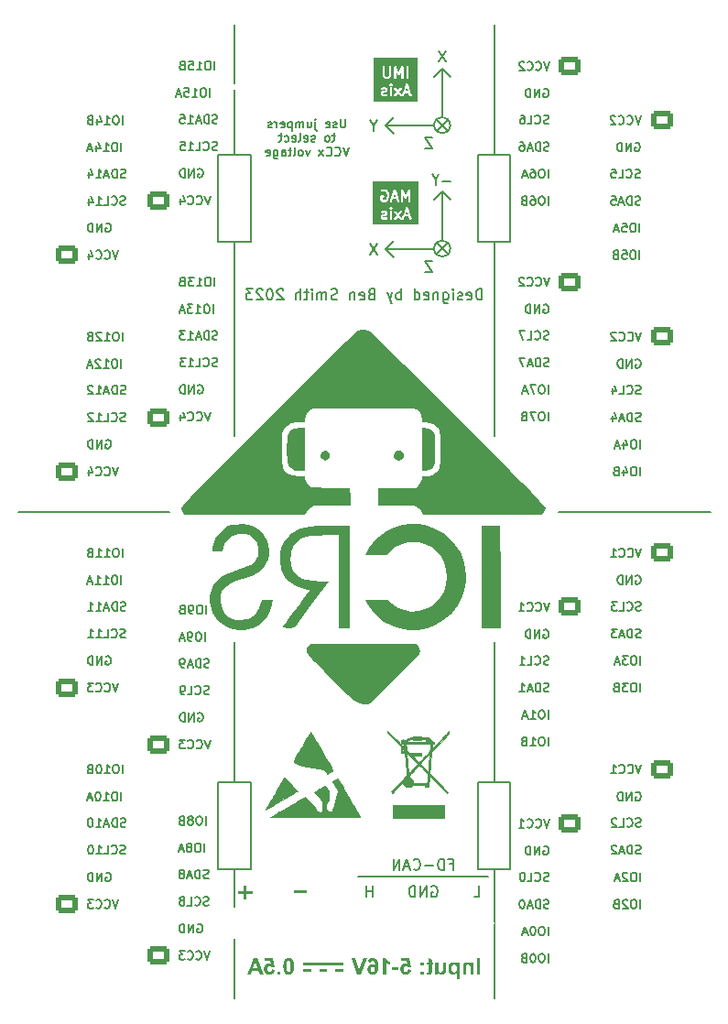
<source format=gbr>
%TF.GenerationSoftware,KiCad,Pcbnew,7.0.1*%
%TF.CreationDate,2023-07-17T00:48:34+01:00*%
%TF.ProjectId,Sensor Hub Board,53656e73-6f72-4204-9875-6220426f6172,rev?*%
%TF.SameCoordinates,Original*%
%TF.FileFunction,Legend,Bot*%
%TF.FilePolarity,Positive*%
%FSLAX46Y46*%
G04 Gerber Fmt 4.6, Leading zero omitted, Abs format (unit mm)*
G04 Created by KiCad (PCBNEW 7.0.1) date 2023-07-17 00:48:34*
%MOMM*%
%LPD*%
G01*
G04 APERTURE LIST*
G04 Aperture macros list*
%AMRoundRect*
0 Rectangle with rounded corners*
0 $1 Rounding radius*
0 $2 $3 $4 $5 $6 $7 $8 $9 X,Y pos of 4 corners*
0 Add a 4 corners polygon primitive as box body*
4,1,4,$2,$3,$4,$5,$6,$7,$8,$9,$2,$3,0*
0 Add four circle primitives for the rounded corners*
1,1,$1+$1,$2,$3*
1,1,$1+$1,$4,$5*
1,1,$1+$1,$6,$7*
1,1,$1+$1,$8,$9*
0 Add four rect primitives between the rounded corners*
20,1,$1+$1,$2,$3,$4,$5,0*
20,1,$1+$1,$4,$5,$6,$7,0*
20,1,$1+$1,$6,$7,$8,$9,0*
20,1,$1+$1,$8,$9,$2,$3,0*%
G04 Aperture macros list end*
%ADD10C,0.150000*%
%ADD11C,0.200000*%
%ADD12C,0.500000*%
%ADD13C,0.300000*%
%ADD14C,0.010000*%
%ADD15R,3.000000X3.000000*%
%ADD16C,3.000000*%
%ADD17C,5.600000*%
%ADD18RoundRect,0.250000X0.725000X-0.600000X0.725000X0.600000X-0.725000X0.600000X-0.725000X-0.600000X0*%
%ADD19O,1.950000X1.700000*%
%ADD20R,1.700000X1.700000*%
%ADD21O,1.700000X1.700000*%
%ADD22RoundRect,0.250000X-0.725000X0.600000X-0.725000X-0.600000X0.725000X-0.600000X0.725000X0.600000X0*%
%ADD23C,2.374900*%
%ADD24C,0.990600*%
%ADD25C,0.600000*%
%ADD26O,0.900000X2.000000*%
%ADD27O,0.900000X1.700000*%
G04 APERTURE END LIST*
D10*
X138261904Y-63674095D02*
X138261904Y-64321714D01*
X138261904Y-64321714D02*
X138223809Y-64397904D01*
X138223809Y-64397904D02*
X138185714Y-64436000D01*
X138185714Y-64436000D02*
X138109523Y-64474095D01*
X138109523Y-64474095D02*
X137957142Y-64474095D01*
X137957142Y-64474095D02*
X137880952Y-64436000D01*
X137880952Y-64436000D02*
X137842857Y-64397904D01*
X137842857Y-64397904D02*
X137804761Y-64321714D01*
X137804761Y-64321714D02*
X137804761Y-63674095D01*
X137461905Y-64436000D02*
X137385714Y-64474095D01*
X137385714Y-64474095D02*
X137233333Y-64474095D01*
X137233333Y-64474095D02*
X137157143Y-64436000D01*
X137157143Y-64436000D02*
X137119047Y-64359809D01*
X137119047Y-64359809D02*
X137119047Y-64321714D01*
X137119047Y-64321714D02*
X137157143Y-64245523D01*
X137157143Y-64245523D02*
X137233333Y-64207428D01*
X137233333Y-64207428D02*
X137347619Y-64207428D01*
X137347619Y-64207428D02*
X137423809Y-64169333D01*
X137423809Y-64169333D02*
X137461905Y-64093142D01*
X137461905Y-64093142D02*
X137461905Y-64055047D01*
X137461905Y-64055047D02*
X137423809Y-63978857D01*
X137423809Y-63978857D02*
X137347619Y-63940761D01*
X137347619Y-63940761D02*
X137233333Y-63940761D01*
X137233333Y-63940761D02*
X137157143Y-63978857D01*
X136471428Y-64436000D02*
X136547619Y-64474095D01*
X136547619Y-64474095D02*
X136700000Y-64474095D01*
X136700000Y-64474095D02*
X136776190Y-64436000D01*
X136776190Y-64436000D02*
X136814286Y-64359809D01*
X136814286Y-64359809D02*
X136814286Y-64055047D01*
X136814286Y-64055047D02*
X136776190Y-63978857D01*
X136776190Y-63978857D02*
X136700000Y-63940761D01*
X136700000Y-63940761D02*
X136547619Y-63940761D01*
X136547619Y-63940761D02*
X136471428Y-63978857D01*
X136471428Y-63978857D02*
X136433333Y-64055047D01*
X136433333Y-64055047D02*
X136433333Y-64131238D01*
X136433333Y-64131238D02*
X136814286Y-64207428D01*
X135480952Y-63940761D02*
X135480952Y-64626476D01*
X135480952Y-64626476D02*
X135519048Y-64702666D01*
X135519048Y-64702666D02*
X135595238Y-64740761D01*
X135595238Y-64740761D02*
X135633333Y-64740761D01*
X135480952Y-63674095D02*
X135519048Y-63712190D01*
X135519048Y-63712190D02*
X135480952Y-63750285D01*
X135480952Y-63750285D02*
X135442857Y-63712190D01*
X135442857Y-63712190D02*
X135480952Y-63674095D01*
X135480952Y-63674095D02*
X135480952Y-63750285D01*
X134757143Y-63940761D02*
X134757143Y-64474095D01*
X135100000Y-63940761D02*
X135100000Y-64359809D01*
X135100000Y-64359809D02*
X135061905Y-64436000D01*
X135061905Y-64436000D02*
X134985715Y-64474095D01*
X134985715Y-64474095D02*
X134871429Y-64474095D01*
X134871429Y-64474095D02*
X134795238Y-64436000D01*
X134795238Y-64436000D02*
X134757143Y-64397904D01*
X134376190Y-64474095D02*
X134376190Y-63940761D01*
X134376190Y-64016952D02*
X134338095Y-63978857D01*
X134338095Y-63978857D02*
X134261905Y-63940761D01*
X134261905Y-63940761D02*
X134147619Y-63940761D01*
X134147619Y-63940761D02*
X134071428Y-63978857D01*
X134071428Y-63978857D02*
X134033333Y-64055047D01*
X134033333Y-64055047D02*
X134033333Y-64474095D01*
X134033333Y-64055047D02*
X133995238Y-63978857D01*
X133995238Y-63978857D02*
X133919047Y-63940761D01*
X133919047Y-63940761D02*
X133804762Y-63940761D01*
X133804762Y-63940761D02*
X133728571Y-63978857D01*
X133728571Y-63978857D02*
X133690476Y-64055047D01*
X133690476Y-64055047D02*
X133690476Y-64474095D01*
X133309523Y-63940761D02*
X133309523Y-64740761D01*
X133309523Y-63978857D02*
X133233333Y-63940761D01*
X133233333Y-63940761D02*
X133080952Y-63940761D01*
X133080952Y-63940761D02*
X133004761Y-63978857D01*
X133004761Y-63978857D02*
X132966666Y-64016952D01*
X132966666Y-64016952D02*
X132928571Y-64093142D01*
X132928571Y-64093142D02*
X132928571Y-64321714D01*
X132928571Y-64321714D02*
X132966666Y-64397904D01*
X132966666Y-64397904D02*
X133004761Y-64436000D01*
X133004761Y-64436000D02*
X133080952Y-64474095D01*
X133080952Y-64474095D02*
X133233333Y-64474095D01*
X133233333Y-64474095D02*
X133309523Y-64436000D01*
X132280951Y-64436000D02*
X132357142Y-64474095D01*
X132357142Y-64474095D02*
X132509523Y-64474095D01*
X132509523Y-64474095D02*
X132585713Y-64436000D01*
X132585713Y-64436000D02*
X132623809Y-64359809D01*
X132623809Y-64359809D02*
X132623809Y-64055047D01*
X132623809Y-64055047D02*
X132585713Y-63978857D01*
X132585713Y-63978857D02*
X132509523Y-63940761D01*
X132509523Y-63940761D02*
X132357142Y-63940761D01*
X132357142Y-63940761D02*
X132280951Y-63978857D01*
X132280951Y-63978857D02*
X132242856Y-64055047D01*
X132242856Y-64055047D02*
X132242856Y-64131238D01*
X132242856Y-64131238D02*
X132623809Y-64207428D01*
X131899999Y-64474095D02*
X131899999Y-63940761D01*
X131899999Y-64093142D02*
X131861904Y-64016952D01*
X131861904Y-64016952D02*
X131823809Y-63978857D01*
X131823809Y-63978857D02*
X131747618Y-63940761D01*
X131747618Y-63940761D02*
X131671428Y-63940761D01*
X131442857Y-64436000D02*
X131366666Y-64474095D01*
X131366666Y-64474095D02*
X131214285Y-64474095D01*
X131214285Y-64474095D02*
X131138095Y-64436000D01*
X131138095Y-64436000D02*
X131099999Y-64359809D01*
X131099999Y-64359809D02*
X131099999Y-64321714D01*
X131099999Y-64321714D02*
X131138095Y-64245523D01*
X131138095Y-64245523D02*
X131214285Y-64207428D01*
X131214285Y-64207428D02*
X131328571Y-64207428D01*
X131328571Y-64207428D02*
X131404761Y-64169333D01*
X131404761Y-64169333D02*
X131442857Y-64093142D01*
X131442857Y-64093142D02*
X131442857Y-64055047D01*
X131442857Y-64055047D02*
X131404761Y-63978857D01*
X131404761Y-63978857D02*
X131328571Y-63940761D01*
X131328571Y-63940761D02*
X131214285Y-63940761D01*
X131214285Y-63940761D02*
X131138095Y-63978857D01*
X137309523Y-65236761D02*
X137004761Y-65236761D01*
X137195237Y-64970095D02*
X137195237Y-65655809D01*
X137195237Y-65655809D02*
X137157142Y-65732000D01*
X137157142Y-65732000D02*
X137080952Y-65770095D01*
X137080952Y-65770095D02*
X137004761Y-65770095D01*
X136623809Y-65770095D02*
X136699999Y-65732000D01*
X136699999Y-65732000D02*
X136738094Y-65693904D01*
X136738094Y-65693904D02*
X136776190Y-65617714D01*
X136776190Y-65617714D02*
X136776190Y-65389142D01*
X136776190Y-65389142D02*
X136738094Y-65312952D01*
X136738094Y-65312952D02*
X136699999Y-65274857D01*
X136699999Y-65274857D02*
X136623809Y-65236761D01*
X136623809Y-65236761D02*
X136509523Y-65236761D01*
X136509523Y-65236761D02*
X136433332Y-65274857D01*
X136433332Y-65274857D02*
X136395237Y-65312952D01*
X136395237Y-65312952D02*
X136357142Y-65389142D01*
X136357142Y-65389142D02*
X136357142Y-65617714D01*
X136357142Y-65617714D02*
X136395237Y-65693904D01*
X136395237Y-65693904D02*
X136433332Y-65732000D01*
X136433332Y-65732000D02*
X136509523Y-65770095D01*
X136509523Y-65770095D02*
X136623809Y-65770095D01*
X135442856Y-65732000D02*
X135366665Y-65770095D01*
X135366665Y-65770095D02*
X135214284Y-65770095D01*
X135214284Y-65770095D02*
X135138094Y-65732000D01*
X135138094Y-65732000D02*
X135099998Y-65655809D01*
X135099998Y-65655809D02*
X135099998Y-65617714D01*
X135099998Y-65617714D02*
X135138094Y-65541523D01*
X135138094Y-65541523D02*
X135214284Y-65503428D01*
X135214284Y-65503428D02*
X135328570Y-65503428D01*
X135328570Y-65503428D02*
X135404760Y-65465333D01*
X135404760Y-65465333D02*
X135442856Y-65389142D01*
X135442856Y-65389142D02*
X135442856Y-65351047D01*
X135442856Y-65351047D02*
X135404760Y-65274857D01*
X135404760Y-65274857D02*
X135328570Y-65236761D01*
X135328570Y-65236761D02*
X135214284Y-65236761D01*
X135214284Y-65236761D02*
X135138094Y-65274857D01*
X134452379Y-65732000D02*
X134528570Y-65770095D01*
X134528570Y-65770095D02*
X134680951Y-65770095D01*
X134680951Y-65770095D02*
X134757141Y-65732000D01*
X134757141Y-65732000D02*
X134795237Y-65655809D01*
X134795237Y-65655809D02*
X134795237Y-65351047D01*
X134795237Y-65351047D02*
X134757141Y-65274857D01*
X134757141Y-65274857D02*
X134680951Y-65236761D01*
X134680951Y-65236761D02*
X134528570Y-65236761D01*
X134528570Y-65236761D02*
X134452379Y-65274857D01*
X134452379Y-65274857D02*
X134414284Y-65351047D01*
X134414284Y-65351047D02*
X134414284Y-65427238D01*
X134414284Y-65427238D02*
X134795237Y-65503428D01*
X133957142Y-65770095D02*
X134033332Y-65732000D01*
X134033332Y-65732000D02*
X134071427Y-65655809D01*
X134071427Y-65655809D02*
X134071427Y-64970095D01*
X133347617Y-65732000D02*
X133423808Y-65770095D01*
X133423808Y-65770095D02*
X133576189Y-65770095D01*
X133576189Y-65770095D02*
X133652379Y-65732000D01*
X133652379Y-65732000D02*
X133690475Y-65655809D01*
X133690475Y-65655809D02*
X133690475Y-65351047D01*
X133690475Y-65351047D02*
X133652379Y-65274857D01*
X133652379Y-65274857D02*
X133576189Y-65236761D01*
X133576189Y-65236761D02*
X133423808Y-65236761D01*
X133423808Y-65236761D02*
X133347617Y-65274857D01*
X133347617Y-65274857D02*
X133309522Y-65351047D01*
X133309522Y-65351047D02*
X133309522Y-65427238D01*
X133309522Y-65427238D02*
X133690475Y-65503428D01*
X132623808Y-65732000D02*
X132699999Y-65770095D01*
X132699999Y-65770095D02*
X132852380Y-65770095D01*
X132852380Y-65770095D02*
X132928570Y-65732000D01*
X132928570Y-65732000D02*
X132966665Y-65693904D01*
X132966665Y-65693904D02*
X133004761Y-65617714D01*
X133004761Y-65617714D02*
X133004761Y-65389142D01*
X133004761Y-65389142D02*
X132966665Y-65312952D01*
X132966665Y-65312952D02*
X132928570Y-65274857D01*
X132928570Y-65274857D02*
X132852380Y-65236761D01*
X132852380Y-65236761D02*
X132699999Y-65236761D01*
X132699999Y-65236761D02*
X132623808Y-65274857D01*
X132395237Y-65236761D02*
X132090475Y-65236761D01*
X132280951Y-64970095D02*
X132280951Y-65655809D01*
X132280951Y-65655809D02*
X132242856Y-65732000D01*
X132242856Y-65732000D02*
X132166666Y-65770095D01*
X132166666Y-65770095D02*
X132090475Y-65770095D01*
X138566667Y-66266095D02*
X138300000Y-67066095D01*
X138300000Y-67066095D02*
X138033334Y-66266095D01*
X137309524Y-66989904D02*
X137347620Y-67028000D01*
X137347620Y-67028000D02*
X137461905Y-67066095D01*
X137461905Y-67066095D02*
X137538096Y-67066095D01*
X137538096Y-67066095D02*
X137652382Y-67028000D01*
X137652382Y-67028000D02*
X137728572Y-66951809D01*
X137728572Y-66951809D02*
X137766667Y-66875619D01*
X137766667Y-66875619D02*
X137804763Y-66723238D01*
X137804763Y-66723238D02*
X137804763Y-66608952D01*
X137804763Y-66608952D02*
X137766667Y-66456571D01*
X137766667Y-66456571D02*
X137728572Y-66380380D01*
X137728572Y-66380380D02*
X137652382Y-66304190D01*
X137652382Y-66304190D02*
X137538096Y-66266095D01*
X137538096Y-66266095D02*
X137461905Y-66266095D01*
X137461905Y-66266095D02*
X137347620Y-66304190D01*
X137347620Y-66304190D02*
X137309524Y-66342285D01*
X136509524Y-66989904D02*
X136547620Y-67028000D01*
X136547620Y-67028000D02*
X136661905Y-67066095D01*
X136661905Y-67066095D02*
X136738096Y-67066095D01*
X136738096Y-67066095D02*
X136852382Y-67028000D01*
X136852382Y-67028000D02*
X136928572Y-66951809D01*
X136928572Y-66951809D02*
X136966667Y-66875619D01*
X136966667Y-66875619D02*
X137004763Y-66723238D01*
X137004763Y-66723238D02*
X137004763Y-66608952D01*
X137004763Y-66608952D02*
X136966667Y-66456571D01*
X136966667Y-66456571D02*
X136928572Y-66380380D01*
X136928572Y-66380380D02*
X136852382Y-66304190D01*
X136852382Y-66304190D02*
X136738096Y-66266095D01*
X136738096Y-66266095D02*
X136661905Y-66266095D01*
X136661905Y-66266095D02*
X136547620Y-66304190D01*
X136547620Y-66304190D02*
X136509524Y-66342285D01*
X136242858Y-67066095D02*
X135823810Y-66532761D01*
X136242858Y-66532761D02*
X135823810Y-67066095D01*
X134985715Y-66532761D02*
X134795239Y-67066095D01*
X134795239Y-67066095D02*
X134604762Y-66532761D01*
X134185715Y-67066095D02*
X134261905Y-67028000D01*
X134261905Y-67028000D02*
X134300000Y-66989904D01*
X134300000Y-66989904D02*
X134338096Y-66913714D01*
X134338096Y-66913714D02*
X134338096Y-66685142D01*
X134338096Y-66685142D02*
X134300000Y-66608952D01*
X134300000Y-66608952D02*
X134261905Y-66570857D01*
X134261905Y-66570857D02*
X134185715Y-66532761D01*
X134185715Y-66532761D02*
X134071429Y-66532761D01*
X134071429Y-66532761D02*
X133995238Y-66570857D01*
X133995238Y-66570857D02*
X133957143Y-66608952D01*
X133957143Y-66608952D02*
X133919048Y-66685142D01*
X133919048Y-66685142D02*
X133919048Y-66913714D01*
X133919048Y-66913714D02*
X133957143Y-66989904D01*
X133957143Y-66989904D02*
X133995238Y-67028000D01*
X133995238Y-67028000D02*
X134071429Y-67066095D01*
X134071429Y-67066095D02*
X134185715Y-67066095D01*
X133461905Y-67066095D02*
X133538095Y-67028000D01*
X133538095Y-67028000D02*
X133576190Y-66951809D01*
X133576190Y-66951809D02*
X133576190Y-66266095D01*
X133271428Y-66532761D02*
X132966666Y-66532761D01*
X133157142Y-66266095D02*
X133157142Y-66951809D01*
X133157142Y-66951809D02*
X133119047Y-67028000D01*
X133119047Y-67028000D02*
X133042857Y-67066095D01*
X133042857Y-67066095D02*
X132966666Y-67066095D01*
X132357142Y-67066095D02*
X132357142Y-66647047D01*
X132357142Y-66647047D02*
X132395237Y-66570857D01*
X132395237Y-66570857D02*
X132471428Y-66532761D01*
X132471428Y-66532761D02*
X132623809Y-66532761D01*
X132623809Y-66532761D02*
X132699999Y-66570857D01*
X132357142Y-67028000D02*
X132433333Y-67066095D01*
X132433333Y-67066095D02*
X132623809Y-67066095D01*
X132623809Y-67066095D02*
X132699999Y-67028000D01*
X132699999Y-67028000D02*
X132738095Y-66951809D01*
X132738095Y-66951809D02*
X132738095Y-66875619D01*
X132738095Y-66875619D02*
X132699999Y-66799428D01*
X132699999Y-66799428D02*
X132623809Y-66761333D01*
X132623809Y-66761333D02*
X132433333Y-66761333D01*
X132433333Y-66761333D02*
X132357142Y-66723238D01*
X131633332Y-66532761D02*
X131633332Y-67180380D01*
X131633332Y-67180380D02*
X131671427Y-67256571D01*
X131671427Y-67256571D02*
X131709523Y-67294666D01*
X131709523Y-67294666D02*
X131785713Y-67332761D01*
X131785713Y-67332761D02*
X131899999Y-67332761D01*
X131899999Y-67332761D02*
X131976189Y-67294666D01*
X131633332Y-67028000D02*
X131709523Y-67066095D01*
X131709523Y-67066095D02*
X131861904Y-67066095D01*
X131861904Y-67066095D02*
X131938094Y-67028000D01*
X131938094Y-67028000D02*
X131976189Y-66989904D01*
X131976189Y-66989904D02*
X132014285Y-66913714D01*
X132014285Y-66913714D02*
X132014285Y-66685142D01*
X132014285Y-66685142D02*
X131976189Y-66608952D01*
X131976189Y-66608952D02*
X131938094Y-66570857D01*
X131938094Y-66570857D02*
X131861904Y-66532761D01*
X131861904Y-66532761D02*
X131709523Y-66532761D01*
X131709523Y-66532761D02*
X131633332Y-66570857D01*
X130947617Y-67028000D02*
X131023808Y-67066095D01*
X131023808Y-67066095D02*
X131176189Y-67066095D01*
X131176189Y-67066095D02*
X131252379Y-67028000D01*
X131252379Y-67028000D02*
X131290475Y-66951809D01*
X131290475Y-66951809D02*
X131290475Y-66647047D01*
X131290475Y-66647047D02*
X131252379Y-66570857D01*
X131252379Y-66570857D02*
X131176189Y-66532761D01*
X131176189Y-66532761D02*
X131023808Y-66532761D01*
X131023808Y-66532761D02*
X130947617Y-66570857D01*
X130947617Y-66570857D02*
X130909522Y-66647047D01*
X130909522Y-66647047D02*
X130909522Y-66723238D01*
X130909522Y-66723238D02*
X131290475Y-66799428D01*
D11*
X147950000Y-75650000D02*
G75*
G03*
X147950000Y-75650000I-750000J0D01*
G01*
D10*
X150500000Y-67000000D02*
X153500000Y-67000000D01*
X153500000Y-75000000D01*
X150500000Y-75000000D01*
X150500000Y-67000000D01*
X126500000Y-67000000D02*
X129500000Y-67000000D01*
X129500000Y-75000000D01*
X126500000Y-75000000D01*
X126500000Y-67000000D01*
X152000000Y-133000000D02*
X152000000Y-145000000D01*
D11*
X141950000Y-75700000D02*
X142700000Y-76450000D01*
X147700000Y-64750000D02*
X146700000Y-63750000D01*
X147200000Y-70400000D02*
X147950000Y-71150000D01*
D10*
X108000000Y-100000000D02*
X122000000Y-100000000D01*
D11*
X141950000Y-75700000D02*
X142700000Y-74950000D01*
D10*
X126500000Y-125000000D02*
X129500000Y-125000000D01*
X129500000Y-133000000D01*
X126500000Y-133000000D01*
X126500000Y-125000000D01*
X128000000Y-133000000D02*
X128000000Y-145000000D01*
D11*
X141950000Y-64300000D02*
X142700000Y-65050000D01*
D10*
X152000000Y-93000000D02*
X152000000Y-75000000D01*
X128000000Y-67000000D02*
X128000000Y-55000000D01*
D11*
X147200000Y-59000000D02*
X146450000Y-59750000D01*
X141950000Y-64300000D02*
X146450000Y-64300000D01*
X141950000Y-75700000D02*
X146450000Y-75700000D01*
X147700000Y-63750000D02*
X146700000Y-64750000D01*
D10*
X172000000Y-100000000D02*
X158000000Y-100000000D01*
D11*
X147950000Y-64250000D02*
G75*
G03*
X147950000Y-64250000I-750000J0D01*
G01*
X147200000Y-59000000D02*
X147950000Y-59750000D01*
X147700000Y-75150000D02*
X146700000Y-76150000D01*
D10*
X128000000Y-112000000D02*
X128000000Y-125000000D01*
X152000000Y-55000000D02*
X152000000Y-67000000D01*
D11*
X147700000Y-76150000D02*
X146700000Y-75150000D01*
D10*
X128000000Y-75000000D02*
X128000000Y-93000000D01*
X152000000Y-112000000D02*
X152000000Y-125000000D01*
D11*
X147200000Y-70400000D02*
X147200000Y-74900000D01*
D10*
X139460000Y-133700000D02*
X151460000Y-133700000D01*
D11*
X147200000Y-70400000D02*
X146450000Y-71150000D01*
D10*
X150500000Y-125000000D02*
X153500000Y-125000000D01*
X153500000Y-133000000D01*
X150500000Y-133000000D01*
X150500000Y-125000000D01*
D11*
X147200000Y-59000000D02*
X147200000Y-63500000D01*
X141950000Y-64300000D02*
X142700000Y-63550000D01*
D10*
X156590476Y-110908190D02*
X156666666Y-110870095D01*
X156666666Y-110870095D02*
X156780952Y-110870095D01*
X156780952Y-110870095D02*
X156895238Y-110908190D01*
X156895238Y-110908190D02*
X156971428Y-110984380D01*
X156971428Y-110984380D02*
X157009523Y-111060571D01*
X157009523Y-111060571D02*
X157047619Y-111212952D01*
X157047619Y-111212952D02*
X157047619Y-111327238D01*
X157047619Y-111327238D02*
X157009523Y-111479619D01*
X157009523Y-111479619D02*
X156971428Y-111555809D01*
X156971428Y-111555809D02*
X156895238Y-111632000D01*
X156895238Y-111632000D02*
X156780952Y-111670095D01*
X156780952Y-111670095D02*
X156704761Y-111670095D01*
X156704761Y-111670095D02*
X156590476Y-111632000D01*
X156590476Y-111632000D02*
X156552380Y-111593904D01*
X156552380Y-111593904D02*
X156552380Y-111327238D01*
X156552380Y-111327238D02*
X156704761Y-111327238D01*
X156209523Y-111670095D02*
X156209523Y-110870095D01*
X156209523Y-110870095D02*
X155752380Y-111670095D01*
X155752380Y-111670095D02*
X155752380Y-110870095D01*
X155371428Y-111670095D02*
X155371428Y-110870095D01*
X155371428Y-110870095D02*
X155180952Y-110870095D01*
X155180952Y-110870095D02*
X155066666Y-110908190D01*
X155066666Y-110908190D02*
X154990476Y-110984380D01*
X154990476Y-110984380D02*
X154952381Y-111060571D01*
X154952381Y-111060571D02*
X154914285Y-111212952D01*
X154914285Y-111212952D02*
X154914285Y-111327238D01*
X154914285Y-111327238D02*
X154952381Y-111479619D01*
X154952381Y-111479619D02*
X154990476Y-111555809D01*
X154990476Y-111555809D02*
X155066666Y-111632000D01*
X155066666Y-111632000D02*
X155180952Y-111670095D01*
X155180952Y-111670095D02*
X155371428Y-111670095D01*
X117538094Y-66670095D02*
X117538094Y-65870095D01*
X117004761Y-65870095D02*
X116852380Y-65870095D01*
X116852380Y-65870095D02*
X116776190Y-65908190D01*
X116776190Y-65908190D02*
X116699999Y-65984380D01*
X116699999Y-65984380D02*
X116661904Y-66136761D01*
X116661904Y-66136761D02*
X116661904Y-66403428D01*
X116661904Y-66403428D02*
X116699999Y-66555809D01*
X116699999Y-66555809D02*
X116776190Y-66632000D01*
X116776190Y-66632000D02*
X116852380Y-66670095D01*
X116852380Y-66670095D02*
X117004761Y-66670095D01*
X117004761Y-66670095D02*
X117080952Y-66632000D01*
X117080952Y-66632000D02*
X117157142Y-66555809D01*
X117157142Y-66555809D02*
X117195238Y-66403428D01*
X117195238Y-66403428D02*
X117195238Y-66136761D01*
X117195238Y-66136761D02*
X117157142Y-65984380D01*
X117157142Y-65984380D02*
X117080952Y-65908190D01*
X117080952Y-65908190D02*
X117004761Y-65870095D01*
X115900000Y-66670095D02*
X116357143Y-66670095D01*
X116128571Y-66670095D02*
X116128571Y-65870095D01*
X116128571Y-65870095D02*
X116204762Y-65984380D01*
X116204762Y-65984380D02*
X116280952Y-66060571D01*
X116280952Y-66060571D02*
X116357143Y-66098666D01*
X115214285Y-66136761D02*
X115214285Y-66670095D01*
X115404761Y-65832000D02*
X115595238Y-66403428D01*
X115595238Y-66403428D02*
X115099999Y-66403428D01*
X114833333Y-66441523D02*
X114452380Y-66441523D01*
X114909523Y-66670095D02*
X114642856Y-65870095D01*
X114642856Y-65870095D02*
X114376190Y-66670095D01*
X157123809Y-128370095D02*
X156857142Y-129170095D01*
X156857142Y-129170095D02*
X156590476Y-128370095D01*
X155866666Y-129093904D02*
X155904762Y-129132000D01*
X155904762Y-129132000D02*
X156019047Y-129170095D01*
X156019047Y-129170095D02*
X156095238Y-129170095D01*
X156095238Y-129170095D02*
X156209524Y-129132000D01*
X156209524Y-129132000D02*
X156285714Y-129055809D01*
X156285714Y-129055809D02*
X156323809Y-128979619D01*
X156323809Y-128979619D02*
X156361905Y-128827238D01*
X156361905Y-128827238D02*
X156361905Y-128712952D01*
X156361905Y-128712952D02*
X156323809Y-128560571D01*
X156323809Y-128560571D02*
X156285714Y-128484380D01*
X156285714Y-128484380D02*
X156209524Y-128408190D01*
X156209524Y-128408190D02*
X156095238Y-128370095D01*
X156095238Y-128370095D02*
X156019047Y-128370095D01*
X156019047Y-128370095D02*
X155904762Y-128408190D01*
X155904762Y-128408190D02*
X155866666Y-128446285D01*
X155066666Y-129093904D02*
X155104762Y-129132000D01*
X155104762Y-129132000D02*
X155219047Y-129170095D01*
X155219047Y-129170095D02*
X155295238Y-129170095D01*
X155295238Y-129170095D02*
X155409524Y-129132000D01*
X155409524Y-129132000D02*
X155485714Y-129055809D01*
X155485714Y-129055809D02*
X155523809Y-128979619D01*
X155523809Y-128979619D02*
X155561905Y-128827238D01*
X155561905Y-128827238D02*
X155561905Y-128712952D01*
X155561905Y-128712952D02*
X155523809Y-128560571D01*
X155523809Y-128560571D02*
X155485714Y-128484380D01*
X155485714Y-128484380D02*
X155409524Y-128408190D01*
X155409524Y-128408190D02*
X155295238Y-128370095D01*
X155295238Y-128370095D02*
X155219047Y-128370095D01*
X155219047Y-128370095D02*
X155104762Y-128408190D01*
X155104762Y-128408190D02*
X155066666Y-128446285D01*
X154304762Y-129170095D02*
X154761905Y-129170095D01*
X154533333Y-129170095D02*
X154533333Y-128370095D01*
X154533333Y-128370095D02*
X154609524Y-128484380D01*
X154609524Y-128484380D02*
X154685714Y-128560571D01*
X154685714Y-128560571D02*
X154761905Y-128598666D01*
X117919048Y-109082000D02*
X117804762Y-109120095D01*
X117804762Y-109120095D02*
X117614286Y-109120095D01*
X117614286Y-109120095D02*
X117538095Y-109082000D01*
X117538095Y-109082000D02*
X117500000Y-109043904D01*
X117500000Y-109043904D02*
X117461905Y-108967714D01*
X117461905Y-108967714D02*
X117461905Y-108891523D01*
X117461905Y-108891523D02*
X117500000Y-108815333D01*
X117500000Y-108815333D02*
X117538095Y-108777238D01*
X117538095Y-108777238D02*
X117614286Y-108739142D01*
X117614286Y-108739142D02*
X117766667Y-108701047D01*
X117766667Y-108701047D02*
X117842857Y-108662952D01*
X117842857Y-108662952D02*
X117880952Y-108624857D01*
X117880952Y-108624857D02*
X117919048Y-108548666D01*
X117919048Y-108548666D02*
X117919048Y-108472476D01*
X117919048Y-108472476D02*
X117880952Y-108396285D01*
X117880952Y-108396285D02*
X117842857Y-108358190D01*
X117842857Y-108358190D02*
X117766667Y-108320095D01*
X117766667Y-108320095D02*
X117576190Y-108320095D01*
X117576190Y-108320095D02*
X117461905Y-108358190D01*
X117119047Y-109120095D02*
X117119047Y-108320095D01*
X117119047Y-108320095D02*
X116928571Y-108320095D01*
X116928571Y-108320095D02*
X116814285Y-108358190D01*
X116814285Y-108358190D02*
X116738095Y-108434380D01*
X116738095Y-108434380D02*
X116700000Y-108510571D01*
X116700000Y-108510571D02*
X116661904Y-108662952D01*
X116661904Y-108662952D02*
X116661904Y-108777238D01*
X116661904Y-108777238D02*
X116700000Y-108929619D01*
X116700000Y-108929619D02*
X116738095Y-109005809D01*
X116738095Y-109005809D02*
X116814285Y-109082000D01*
X116814285Y-109082000D02*
X116928571Y-109120095D01*
X116928571Y-109120095D02*
X117119047Y-109120095D01*
X116357143Y-108891523D02*
X115976190Y-108891523D01*
X116433333Y-109120095D02*
X116166666Y-108320095D01*
X116166666Y-108320095D02*
X115900000Y-109120095D01*
X115214286Y-109120095D02*
X115671429Y-109120095D01*
X115442857Y-109120095D02*
X115442857Y-108320095D01*
X115442857Y-108320095D02*
X115519048Y-108434380D01*
X115519048Y-108434380D02*
X115595238Y-108510571D01*
X115595238Y-108510571D02*
X115671429Y-108548666D01*
X114452381Y-109120095D02*
X114909524Y-109120095D01*
X114680952Y-109120095D02*
X114680952Y-108320095D01*
X114680952Y-108320095D02*
X114757143Y-108434380D01*
X114757143Y-108434380D02*
X114833333Y-108510571D01*
X114833333Y-108510571D02*
X114909524Y-108548666D01*
X117919048Y-89082000D02*
X117804762Y-89120095D01*
X117804762Y-89120095D02*
X117614286Y-89120095D01*
X117614286Y-89120095D02*
X117538095Y-89082000D01*
X117538095Y-89082000D02*
X117500000Y-89043904D01*
X117500000Y-89043904D02*
X117461905Y-88967714D01*
X117461905Y-88967714D02*
X117461905Y-88891523D01*
X117461905Y-88891523D02*
X117500000Y-88815333D01*
X117500000Y-88815333D02*
X117538095Y-88777238D01*
X117538095Y-88777238D02*
X117614286Y-88739142D01*
X117614286Y-88739142D02*
X117766667Y-88701047D01*
X117766667Y-88701047D02*
X117842857Y-88662952D01*
X117842857Y-88662952D02*
X117880952Y-88624857D01*
X117880952Y-88624857D02*
X117919048Y-88548666D01*
X117919048Y-88548666D02*
X117919048Y-88472476D01*
X117919048Y-88472476D02*
X117880952Y-88396285D01*
X117880952Y-88396285D02*
X117842857Y-88358190D01*
X117842857Y-88358190D02*
X117766667Y-88320095D01*
X117766667Y-88320095D02*
X117576190Y-88320095D01*
X117576190Y-88320095D02*
X117461905Y-88358190D01*
X117119047Y-89120095D02*
X117119047Y-88320095D01*
X117119047Y-88320095D02*
X116928571Y-88320095D01*
X116928571Y-88320095D02*
X116814285Y-88358190D01*
X116814285Y-88358190D02*
X116738095Y-88434380D01*
X116738095Y-88434380D02*
X116700000Y-88510571D01*
X116700000Y-88510571D02*
X116661904Y-88662952D01*
X116661904Y-88662952D02*
X116661904Y-88777238D01*
X116661904Y-88777238D02*
X116700000Y-88929619D01*
X116700000Y-88929619D02*
X116738095Y-89005809D01*
X116738095Y-89005809D02*
X116814285Y-89082000D01*
X116814285Y-89082000D02*
X116928571Y-89120095D01*
X116928571Y-89120095D02*
X117119047Y-89120095D01*
X116357143Y-88891523D02*
X115976190Y-88891523D01*
X116433333Y-89120095D02*
X116166666Y-88320095D01*
X116166666Y-88320095D02*
X115900000Y-89120095D01*
X115214286Y-89120095D02*
X115671429Y-89120095D01*
X115442857Y-89120095D02*
X115442857Y-88320095D01*
X115442857Y-88320095D02*
X115519048Y-88434380D01*
X115519048Y-88434380D02*
X115595238Y-88510571D01*
X115595238Y-88510571D02*
X115671429Y-88548666D01*
X114909524Y-88396285D02*
X114871428Y-88358190D01*
X114871428Y-88358190D02*
X114795238Y-88320095D01*
X114795238Y-88320095D02*
X114604762Y-88320095D01*
X114604762Y-88320095D02*
X114528571Y-88358190D01*
X114528571Y-88358190D02*
X114490476Y-88396285D01*
X114490476Y-88396285D02*
X114452381Y-88472476D01*
X114452381Y-88472476D02*
X114452381Y-88548666D01*
X114452381Y-88548666D02*
X114490476Y-88662952D01*
X114490476Y-88662952D02*
X114947619Y-89120095D01*
X114947619Y-89120095D02*
X114452381Y-89120095D01*
X165623809Y-103370095D02*
X165357142Y-104170095D01*
X165357142Y-104170095D02*
X165090476Y-103370095D01*
X164366666Y-104093904D02*
X164404762Y-104132000D01*
X164404762Y-104132000D02*
X164519047Y-104170095D01*
X164519047Y-104170095D02*
X164595238Y-104170095D01*
X164595238Y-104170095D02*
X164709524Y-104132000D01*
X164709524Y-104132000D02*
X164785714Y-104055809D01*
X164785714Y-104055809D02*
X164823809Y-103979619D01*
X164823809Y-103979619D02*
X164861905Y-103827238D01*
X164861905Y-103827238D02*
X164861905Y-103712952D01*
X164861905Y-103712952D02*
X164823809Y-103560571D01*
X164823809Y-103560571D02*
X164785714Y-103484380D01*
X164785714Y-103484380D02*
X164709524Y-103408190D01*
X164709524Y-103408190D02*
X164595238Y-103370095D01*
X164595238Y-103370095D02*
X164519047Y-103370095D01*
X164519047Y-103370095D02*
X164404762Y-103408190D01*
X164404762Y-103408190D02*
X164366666Y-103446285D01*
X163566666Y-104093904D02*
X163604762Y-104132000D01*
X163604762Y-104132000D02*
X163719047Y-104170095D01*
X163719047Y-104170095D02*
X163795238Y-104170095D01*
X163795238Y-104170095D02*
X163909524Y-104132000D01*
X163909524Y-104132000D02*
X163985714Y-104055809D01*
X163985714Y-104055809D02*
X164023809Y-103979619D01*
X164023809Y-103979619D02*
X164061905Y-103827238D01*
X164061905Y-103827238D02*
X164061905Y-103712952D01*
X164061905Y-103712952D02*
X164023809Y-103560571D01*
X164023809Y-103560571D02*
X163985714Y-103484380D01*
X163985714Y-103484380D02*
X163909524Y-103408190D01*
X163909524Y-103408190D02*
X163795238Y-103370095D01*
X163795238Y-103370095D02*
X163719047Y-103370095D01*
X163719047Y-103370095D02*
X163604762Y-103408190D01*
X163604762Y-103408190D02*
X163566666Y-103446285D01*
X162804762Y-104170095D02*
X163261905Y-104170095D01*
X163033333Y-104170095D02*
X163033333Y-103370095D01*
X163033333Y-103370095D02*
X163109524Y-103484380D01*
X163109524Y-103484380D02*
X163185714Y-103560571D01*
X163185714Y-103560571D02*
X163261905Y-103598666D01*
D11*
X147888571Y-132553809D02*
X148221904Y-132553809D01*
X148221904Y-133077619D02*
X148221904Y-132077619D01*
X148221904Y-132077619D02*
X147745714Y-132077619D01*
X147364761Y-133077619D02*
X147364761Y-132077619D01*
X147364761Y-132077619D02*
X147126666Y-132077619D01*
X147126666Y-132077619D02*
X146983809Y-132125238D01*
X146983809Y-132125238D02*
X146888571Y-132220476D01*
X146888571Y-132220476D02*
X146840952Y-132315714D01*
X146840952Y-132315714D02*
X146793333Y-132506190D01*
X146793333Y-132506190D02*
X146793333Y-132649047D01*
X146793333Y-132649047D02*
X146840952Y-132839523D01*
X146840952Y-132839523D02*
X146888571Y-132934761D01*
X146888571Y-132934761D02*
X146983809Y-133030000D01*
X146983809Y-133030000D02*
X147126666Y-133077619D01*
X147126666Y-133077619D02*
X147364761Y-133077619D01*
X146364761Y-132696666D02*
X145602857Y-132696666D01*
X144555238Y-132982380D02*
X144602857Y-133030000D01*
X144602857Y-133030000D02*
X144745714Y-133077619D01*
X144745714Y-133077619D02*
X144840952Y-133077619D01*
X144840952Y-133077619D02*
X144983809Y-133030000D01*
X144983809Y-133030000D02*
X145079047Y-132934761D01*
X145079047Y-132934761D02*
X145126666Y-132839523D01*
X145126666Y-132839523D02*
X145174285Y-132649047D01*
X145174285Y-132649047D02*
X145174285Y-132506190D01*
X145174285Y-132506190D02*
X145126666Y-132315714D01*
X145126666Y-132315714D02*
X145079047Y-132220476D01*
X145079047Y-132220476D02*
X144983809Y-132125238D01*
X144983809Y-132125238D02*
X144840952Y-132077619D01*
X144840952Y-132077619D02*
X144745714Y-132077619D01*
X144745714Y-132077619D02*
X144602857Y-132125238D01*
X144602857Y-132125238D02*
X144555238Y-132172857D01*
X144174285Y-132791904D02*
X143698095Y-132791904D01*
X144269523Y-133077619D02*
X143936190Y-132077619D01*
X143936190Y-132077619D02*
X143602857Y-133077619D01*
X143269523Y-133077619D02*
X143269523Y-132077619D01*
X143269523Y-132077619D02*
X142698095Y-133077619D01*
X142698095Y-133077619D02*
X142698095Y-132077619D01*
D10*
X116128571Y-73358190D02*
X116204761Y-73320095D01*
X116204761Y-73320095D02*
X116319047Y-73320095D01*
X116319047Y-73320095D02*
X116433333Y-73358190D01*
X116433333Y-73358190D02*
X116509523Y-73434380D01*
X116509523Y-73434380D02*
X116547618Y-73510571D01*
X116547618Y-73510571D02*
X116585714Y-73662952D01*
X116585714Y-73662952D02*
X116585714Y-73777238D01*
X116585714Y-73777238D02*
X116547618Y-73929619D01*
X116547618Y-73929619D02*
X116509523Y-74005809D01*
X116509523Y-74005809D02*
X116433333Y-74082000D01*
X116433333Y-74082000D02*
X116319047Y-74120095D01*
X116319047Y-74120095D02*
X116242856Y-74120095D01*
X116242856Y-74120095D02*
X116128571Y-74082000D01*
X116128571Y-74082000D02*
X116090475Y-74043904D01*
X116090475Y-74043904D02*
X116090475Y-73777238D01*
X116090475Y-73777238D02*
X116242856Y-73777238D01*
X115747618Y-74120095D02*
X115747618Y-73320095D01*
X115747618Y-73320095D02*
X115290475Y-74120095D01*
X115290475Y-74120095D02*
X115290475Y-73320095D01*
X114909523Y-74120095D02*
X114909523Y-73320095D01*
X114909523Y-73320095D02*
X114719047Y-73320095D01*
X114719047Y-73320095D02*
X114604761Y-73358190D01*
X114604761Y-73358190D02*
X114528571Y-73434380D01*
X114528571Y-73434380D02*
X114490476Y-73510571D01*
X114490476Y-73510571D02*
X114452380Y-73662952D01*
X114452380Y-73662952D02*
X114452380Y-73777238D01*
X114452380Y-73777238D02*
X114490476Y-73929619D01*
X114490476Y-73929619D02*
X114528571Y-74005809D01*
X114528571Y-74005809D02*
X114604761Y-74082000D01*
X114604761Y-74082000D02*
X114719047Y-74120095D01*
X114719047Y-74120095D02*
X114909523Y-74120095D01*
X116128571Y-133358190D02*
X116204761Y-133320095D01*
X116204761Y-133320095D02*
X116319047Y-133320095D01*
X116319047Y-133320095D02*
X116433333Y-133358190D01*
X116433333Y-133358190D02*
X116509523Y-133434380D01*
X116509523Y-133434380D02*
X116547618Y-133510571D01*
X116547618Y-133510571D02*
X116585714Y-133662952D01*
X116585714Y-133662952D02*
X116585714Y-133777238D01*
X116585714Y-133777238D02*
X116547618Y-133929619D01*
X116547618Y-133929619D02*
X116509523Y-134005809D01*
X116509523Y-134005809D02*
X116433333Y-134082000D01*
X116433333Y-134082000D02*
X116319047Y-134120095D01*
X116319047Y-134120095D02*
X116242856Y-134120095D01*
X116242856Y-134120095D02*
X116128571Y-134082000D01*
X116128571Y-134082000D02*
X116090475Y-134043904D01*
X116090475Y-134043904D02*
X116090475Y-133777238D01*
X116090475Y-133777238D02*
X116242856Y-133777238D01*
X115747618Y-134120095D02*
X115747618Y-133320095D01*
X115747618Y-133320095D02*
X115290475Y-134120095D01*
X115290475Y-134120095D02*
X115290475Y-133320095D01*
X114909523Y-134120095D02*
X114909523Y-133320095D01*
X114909523Y-133320095D02*
X114719047Y-133320095D01*
X114719047Y-133320095D02*
X114604761Y-133358190D01*
X114604761Y-133358190D02*
X114528571Y-133434380D01*
X114528571Y-133434380D02*
X114490476Y-133510571D01*
X114490476Y-133510571D02*
X114452380Y-133662952D01*
X114452380Y-133662952D02*
X114452380Y-133777238D01*
X114452380Y-133777238D02*
X114490476Y-133929619D01*
X114490476Y-133929619D02*
X114528571Y-134005809D01*
X114528571Y-134005809D02*
X114604761Y-134082000D01*
X114604761Y-134082000D02*
X114719047Y-134120095D01*
X114719047Y-134120095D02*
X114909523Y-134120095D01*
X157067619Y-136582000D02*
X156953333Y-136620095D01*
X156953333Y-136620095D02*
X156762857Y-136620095D01*
X156762857Y-136620095D02*
X156686666Y-136582000D01*
X156686666Y-136582000D02*
X156648571Y-136543904D01*
X156648571Y-136543904D02*
X156610476Y-136467714D01*
X156610476Y-136467714D02*
X156610476Y-136391523D01*
X156610476Y-136391523D02*
X156648571Y-136315333D01*
X156648571Y-136315333D02*
X156686666Y-136277238D01*
X156686666Y-136277238D02*
X156762857Y-136239142D01*
X156762857Y-136239142D02*
X156915238Y-136201047D01*
X156915238Y-136201047D02*
X156991428Y-136162952D01*
X156991428Y-136162952D02*
X157029523Y-136124857D01*
X157029523Y-136124857D02*
X157067619Y-136048666D01*
X157067619Y-136048666D02*
X157067619Y-135972476D01*
X157067619Y-135972476D02*
X157029523Y-135896285D01*
X157029523Y-135896285D02*
X156991428Y-135858190D01*
X156991428Y-135858190D02*
X156915238Y-135820095D01*
X156915238Y-135820095D02*
X156724761Y-135820095D01*
X156724761Y-135820095D02*
X156610476Y-135858190D01*
X156267618Y-136620095D02*
X156267618Y-135820095D01*
X156267618Y-135820095D02*
X156077142Y-135820095D01*
X156077142Y-135820095D02*
X155962856Y-135858190D01*
X155962856Y-135858190D02*
X155886666Y-135934380D01*
X155886666Y-135934380D02*
X155848571Y-136010571D01*
X155848571Y-136010571D02*
X155810475Y-136162952D01*
X155810475Y-136162952D02*
X155810475Y-136277238D01*
X155810475Y-136277238D02*
X155848571Y-136429619D01*
X155848571Y-136429619D02*
X155886666Y-136505809D01*
X155886666Y-136505809D02*
X155962856Y-136582000D01*
X155962856Y-136582000D02*
X156077142Y-136620095D01*
X156077142Y-136620095D02*
X156267618Y-136620095D01*
X155505714Y-136391523D02*
X155124761Y-136391523D01*
X155581904Y-136620095D02*
X155315237Y-135820095D01*
X155315237Y-135820095D02*
X155048571Y-136620095D01*
X154629523Y-135820095D02*
X154553333Y-135820095D01*
X154553333Y-135820095D02*
X154477142Y-135858190D01*
X154477142Y-135858190D02*
X154439047Y-135896285D01*
X154439047Y-135896285D02*
X154400952Y-135972476D01*
X154400952Y-135972476D02*
X154362857Y-136124857D01*
X154362857Y-136124857D02*
X154362857Y-136315333D01*
X154362857Y-136315333D02*
X154400952Y-136467714D01*
X154400952Y-136467714D02*
X154439047Y-136543904D01*
X154439047Y-136543904D02*
X154477142Y-136582000D01*
X154477142Y-136582000D02*
X154553333Y-136620095D01*
X154553333Y-136620095D02*
X154629523Y-136620095D01*
X154629523Y-136620095D02*
X154705714Y-136582000D01*
X154705714Y-136582000D02*
X154743809Y-136543904D01*
X154743809Y-136543904D02*
X154781904Y-136467714D01*
X154781904Y-136467714D02*
X154820000Y-136315333D01*
X154820000Y-136315333D02*
X154820000Y-136124857D01*
X154820000Y-136124857D02*
X154781904Y-135972476D01*
X154781904Y-135972476D02*
X154743809Y-135896285D01*
X154743809Y-135896285D02*
X154705714Y-135858190D01*
X154705714Y-135858190D02*
X154629523Y-135820095D01*
X117271428Y-135820095D02*
X117004761Y-136620095D01*
X117004761Y-136620095D02*
X116738095Y-135820095D01*
X116014285Y-136543904D02*
X116052381Y-136582000D01*
X116052381Y-136582000D02*
X116166666Y-136620095D01*
X116166666Y-136620095D02*
X116242857Y-136620095D01*
X116242857Y-136620095D02*
X116357143Y-136582000D01*
X116357143Y-136582000D02*
X116433333Y-136505809D01*
X116433333Y-136505809D02*
X116471428Y-136429619D01*
X116471428Y-136429619D02*
X116509524Y-136277238D01*
X116509524Y-136277238D02*
X116509524Y-136162952D01*
X116509524Y-136162952D02*
X116471428Y-136010571D01*
X116471428Y-136010571D02*
X116433333Y-135934380D01*
X116433333Y-135934380D02*
X116357143Y-135858190D01*
X116357143Y-135858190D02*
X116242857Y-135820095D01*
X116242857Y-135820095D02*
X116166666Y-135820095D01*
X116166666Y-135820095D02*
X116052381Y-135858190D01*
X116052381Y-135858190D02*
X116014285Y-135896285D01*
X115214285Y-136543904D02*
X115252381Y-136582000D01*
X115252381Y-136582000D02*
X115366666Y-136620095D01*
X115366666Y-136620095D02*
X115442857Y-136620095D01*
X115442857Y-136620095D02*
X115557143Y-136582000D01*
X115557143Y-136582000D02*
X115633333Y-136505809D01*
X115633333Y-136505809D02*
X115671428Y-136429619D01*
X115671428Y-136429619D02*
X115709524Y-136277238D01*
X115709524Y-136277238D02*
X115709524Y-136162952D01*
X115709524Y-136162952D02*
X115671428Y-136010571D01*
X115671428Y-136010571D02*
X115633333Y-135934380D01*
X115633333Y-135934380D02*
X115557143Y-135858190D01*
X115557143Y-135858190D02*
X115442857Y-135820095D01*
X115442857Y-135820095D02*
X115366666Y-135820095D01*
X115366666Y-135820095D02*
X115252381Y-135858190D01*
X115252381Y-135858190D02*
X115214285Y-135896285D01*
X114947619Y-135820095D02*
X114452381Y-135820095D01*
X114452381Y-135820095D02*
X114719047Y-136124857D01*
X114719047Y-136124857D02*
X114604762Y-136124857D01*
X114604762Y-136124857D02*
X114528571Y-136162952D01*
X114528571Y-136162952D02*
X114490476Y-136201047D01*
X114490476Y-136201047D02*
X114452381Y-136277238D01*
X114452381Y-136277238D02*
X114452381Y-136467714D01*
X114452381Y-136467714D02*
X114490476Y-136543904D01*
X114490476Y-136543904D02*
X114528571Y-136582000D01*
X114528571Y-136582000D02*
X114604762Y-136620095D01*
X114604762Y-136620095D02*
X114833333Y-136620095D01*
X114833333Y-136620095D02*
X114909524Y-136582000D01*
X114909524Y-136582000D02*
X114947619Y-136543904D01*
D11*
G36*
X144046970Y-61091904D02*
G01*
X143848266Y-61091904D01*
X143947617Y-60793846D01*
X144046970Y-61091904D01*
G37*
G36*
X144969048Y-62042857D02*
G01*
X140830953Y-62042857D01*
X140830953Y-61298330D01*
X141510665Y-61298330D01*
X141514285Y-61307058D01*
X141514285Y-61329376D01*
X141511711Y-61353219D01*
X141520849Y-61371496D01*
X141526608Y-61391108D01*
X141533748Y-61397295D01*
X141561068Y-61451935D01*
X141560931Y-61455820D01*
X141574075Y-61477950D01*
X141578891Y-61487582D01*
X141581394Y-61490273D01*
X141590920Y-61506311D01*
X141601002Y-61511352D01*
X141608682Y-61519608D01*
X141626758Y-61524230D01*
X141707603Y-61564653D01*
X141727779Y-61577619D01*
X141748214Y-61577619D01*
X141768330Y-61581239D01*
X141777058Y-61577619D01*
X141942233Y-61577619D01*
X141966076Y-61580193D01*
X141984352Y-61571054D01*
X142003965Y-61565296D01*
X142010153Y-61558154D01*
X142100438Y-61513012D01*
X142123029Y-61491998D01*
X142371427Y-61491998D01*
X142383750Y-61533966D01*
X142428132Y-61572423D01*
X142486259Y-61580780D01*
X142539678Y-61556385D01*
X142571427Y-61506982D01*
X142571427Y-61467757D01*
X142748626Y-61467757D01*
X142759764Y-61525417D01*
X142800308Y-61567900D01*
X142857384Y-61581721D01*
X142912871Y-61562490D01*
X143114284Y-61306144D01*
X143306441Y-61550708D01*
X143342059Y-61576094D01*
X143400717Y-61578914D01*
X143451587Y-61549573D01*
X143475442Y-61503349D01*
X143513289Y-61503349D01*
X143543232Y-61553867D01*
X143595734Y-61580176D01*
X143654126Y-61573926D01*
X143699868Y-61537098D01*
X143781599Y-61291904D01*
X144113637Y-61291904D01*
X144190630Y-61522882D01*
X144215592Y-61558800D01*
X144269857Y-61581249D01*
X144327644Y-61570795D01*
X144370607Y-61530760D01*
X144385105Y-61473852D01*
X144288061Y-61182722D01*
X144288874Y-61177072D01*
X144278892Y-61155215D01*
X144048206Y-60463157D01*
X144048614Y-60451890D01*
X144039100Y-60435839D01*
X144037939Y-60432355D01*
X144031797Y-60423518D01*
X144018671Y-60401372D01*
X144015195Y-60399630D01*
X144012977Y-60396438D01*
X143989180Y-60386593D01*
X143966169Y-60375062D01*
X143962305Y-60375475D01*
X143958712Y-60373989D01*
X143933368Y-60378573D01*
X143907777Y-60381313D01*
X143904749Y-60383750D01*
X143900925Y-60384442D01*
X143882087Y-60401995D01*
X143862035Y-60418140D01*
X143860806Y-60421826D01*
X143857961Y-60424478D01*
X143851603Y-60449435D01*
X143620938Y-61141431D01*
X143614719Y-61148609D01*
X143611816Y-61168796D01*
X143514870Y-61459637D01*
X143513289Y-61503349D01*
X143475442Y-61503349D01*
X143478519Y-61497387D01*
X143472962Y-61438926D01*
X143241459Y-61144285D01*
X143463705Y-60861428D01*
X143479943Y-60820814D01*
X143468805Y-60763154D01*
X143428261Y-60720671D01*
X143371185Y-60706850D01*
X143315698Y-60726081D01*
X143114284Y-60982426D01*
X142922128Y-60737863D01*
X142886510Y-60712477D01*
X142827852Y-60709657D01*
X142776982Y-60738998D01*
X142750050Y-60791184D01*
X142755607Y-60849645D01*
X142987109Y-61144285D01*
X142764864Y-61427143D01*
X142748626Y-61467757D01*
X142571427Y-61467757D01*
X142571427Y-60796573D01*
X142559104Y-60754605D01*
X142514722Y-60716148D01*
X142456595Y-60707791D01*
X142403176Y-60732186D01*
X142371427Y-60781589D01*
X142371427Y-61491998D01*
X142123029Y-61491998D01*
X142132464Y-61483222D01*
X142147013Y-61426327D01*
X142128493Y-61370599D01*
X142082783Y-61333729D01*
X142024397Y-61327426D01*
X141924012Y-61377619D01*
X141780748Y-61377619D01*
X141736439Y-61355464D01*
X141714285Y-61311155D01*
X141714285Y-61310748D01*
X141736439Y-61266439D01*
X141780748Y-61244285D01*
X141894614Y-61244285D01*
X141918457Y-61246859D01*
X141936733Y-61237720D01*
X141956346Y-61231962D01*
X141962534Y-61224820D01*
X142017171Y-61197501D01*
X142021057Y-61197639D01*
X142043197Y-61184488D01*
X142052819Y-61179678D01*
X142055507Y-61177177D01*
X142071548Y-61167650D01*
X142076589Y-61157567D01*
X142084845Y-61149888D01*
X142089467Y-61131811D01*
X142129890Y-61050966D01*
X142142856Y-61030791D01*
X142142856Y-61010356D01*
X142146476Y-60990240D01*
X142142856Y-60981512D01*
X142142856Y-60959193D01*
X142145430Y-60935350D01*
X142136291Y-60917072D01*
X142130533Y-60897462D01*
X142123391Y-60891274D01*
X142096072Y-60836636D01*
X142096210Y-60832751D01*
X142083060Y-60810611D01*
X142078249Y-60800989D01*
X142075748Y-60798300D01*
X142066221Y-60782260D01*
X142056139Y-60777219D01*
X142048459Y-60768962D01*
X142030378Y-60764338D01*
X141949540Y-60723919D01*
X141929362Y-60710952D01*
X141908926Y-60710952D01*
X141888811Y-60707332D01*
X141880083Y-60710952D01*
X141762526Y-60710952D01*
X141738683Y-60708378D01*
X141720405Y-60717516D01*
X141700795Y-60723275D01*
X141694607Y-60730416D01*
X141604322Y-60775559D01*
X141572295Y-60805349D01*
X141557747Y-60862244D01*
X141576267Y-60917972D01*
X141621976Y-60954842D01*
X141680362Y-60961145D01*
X141780748Y-60910952D01*
X141876393Y-60910952D01*
X141920701Y-60933106D01*
X141942856Y-60977415D01*
X141942856Y-60977822D01*
X141920701Y-61022130D01*
X141876393Y-61044285D01*
X141762526Y-61044285D01*
X141738683Y-61041711D01*
X141720405Y-61050849D01*
X141700795Y-61056608D01*
X141694607Y-61063749D01*
X141639969Y-61091068D01*
X141636084Y-61090931D01*
X141613944Y-61104080D01*
X141604322Y-61108892D01*
X141601633Y-61111392D01*
X141585593Y-61120920D01*
X141580552Y-61131001D01*
X141572295Y-61138682D01*
X141567671Y-61156762D01*
X141527252Y-61237600D01*
X141514285Y-61257779D01*
X141514285Y-61278215D01*
X141510665Y-61298330D01*
X140830953Y-61298330D01*
X140830953Y-60517803D01*
X142319851Y-60517803D01*
X142324572Y-60539506D01*
X142326157Y-60561660D01*
X142330717Y-60567752D01*
X142332335Y-60575186D01*
X142348036Y-60590887D01*
X142361350Y-60608672D01*
X142368480Y-60611331D01*
X142382667Y-60625518D01*
X142383750Y-60629204D01*
X142397815Y-60641391D01*
X142408969Y-60656291D01*
X142419576Y-60660247D01*
X142428132Y-60667661D01*
X142439338Y-60669272D01*
X142449273Y-60674697D01*
X142456861Y-60674154D01*
X142463992Y-60676814D01*
X142475054Y-60674407D01*
X142486259Y-60676018D01*
X142496558Y-60671314D01*
X142507849Y-60670507D01*
X142513939Y-60665947D01*
X142521375Y-60664330D01*
X142529378Y-60656326D01*
X142539678Y-60651623D01*
X142545799Y-60642097D01*
X142554860Y-60635315D01*
X142557519Y-60628185D01*
X142584699Y-60601005D01*
X142602479Y-60587696D01*
X142610239Y-60566889D01*
X142620886Y-60547392D01*
X142620343Y-60539801D01*
X142623002Y-60532673D01*
X142618280Y-60510969D01*
X142616696Y-60488816D01*
X142612136Y-60482725D01*
X142610519Y-60475290D01*
X142594813Y-60459584D01*
X142581504Y-60441805D01*
X142574374Y-60439145D01*
X142560186Y-60424957D01*
X142559104Y-60421272D01*
X142545036Y-60409082D01*
X142533885Y-60394186D01*
X142523279Y-60390230D01*
X142514722Y-60382815D01*
X142503515Y-60381203D01*
X142493581Y-60375779D01*
X142485990Y-60376321D01*
X142478862Y-60373663D01*
X142467801Y-60376069D01*
X142456595Y-60374458D01*
X142446297Y-60379160D01*
X142435005Y-60379968D01*
X142428912Y-60384528D01*
X142421479Y-60386146D01*
X142413475Y-60394149D01*
X142403176Y-60398853D01*
X142397055Y-60408376D01*
X142387993Y-60415161D01*
X142385333Y-60422291D01*
X142358158Y-60449466D01*
X142340374Y-60462780D01*
X142332611Y-60483592D01*
X142321968Y-60503084D01*
X142322510Y-60510672D01*
X142319851Y-60517803D01*
X140830953Y-60517803D01*
X140830953Y-59685600D01*
X141702188Y-59685600D01*
X141711326Y-59703876D01*
X141717085Y-59723489D01*
X141724226Y-59729677D01*
X141757330Y-59795884D01*
X141760907Y-59812327D01*
X141780390Y-59831810D01*
X141799159Y-59851988D01*
X141801051Y-59852471D01*
X141820423Y-59871844D01*
X141829016Y-59886311D01*
X141853654Y-59898630D01*
X141877845Y-59911840D01*
X141879794Y-59911700D01*
X141945699Y-59944653D01*
X141965875Y-59957619D01*
X141986310Y-59957619D01*
X142006426Y-59961239D01*
X142015154Y-59957619D01*
X142180329Y-59957619D01*
X142204172Y-59960193D01*
X142222448Y-59951054D01*
X142242061Y-59945296D01*
X142248249Y-59938154D01*
X142314457Y-59905050D01*
X142330901Y-59901473D01*
X142350386Y-59881987D01*
X142370560Y-59863222D01*
X142371044Y-59861328D01*
X142390417Y-59841955D01*
X142404882Y-59833364D01*
X142417199Y-59808729D01*
X142430411Y-59784533D01*
X142430271Y-59782585D01*
X142463224Y-59716680D01*
X142476190Y-59696505D01*
X142476190Y-59676070D01*
X142479810Y-59655954D01*
X142476190Y-59647226D01*
X142476190Y-58873299D01*
X142749346Y-58873299D01*
X142752381Y-58879803D01*
X142752381Y-59871998D01*
X142764704Y-59913966D01*
X142809086Y-59952423D01*
X142867213Y-59960780D01*
X142920632Y-59936385D01*
X142952381Y-59886982D01*
X142952381Y-59308375D01*
X143094754Y-59613462D01*
X143106390Y-59639505D01*
X143119629Y-59648168D01*
X143130091Y-59660042D01*
X143143694Y-59663915D01*
X143155529Y-59671659D01*
X143171351Y-59671789D01*
X143186572Y-59676123D01*
X143200110Y-59672026D01*
X143214253Y-59672143D01*
X143227634Y-59663697D01*
X143242780Y-59659115D01*
X143251954Y-59648349D01*
X143263915Y-59640801D01*
X143270605Y-59626463D01*
X143280871Y-59614418D01*
X143282768Y-59600399D01*
X143419047Y-59308375D01*
X143419047Y-59871998D01*
X143431370Y-59913966D01*
X143475752Y-59952423D01*
X143533879Y-59960780D01*
X143587298Y-59936385D01*
X143619047Y-59886982D01*
X143619047Y-59871998D01*
X143895237Y-59871998D01*
X143907560Y-59913966D01*
X143951942Y-59952423D01*
X144010069Y-59960780D01*
X144063488Y-59936385D01*
X144095237Y-59886982D01*
X144095237Y-58843240D01*
X144082914Y-58801272D01*
X144038532Y-58762815D01*
X143980405Y-58754458D01*
X143926986Y-58778853D01*
X143895237Y-58828256D01*
X143895237Y-59871998D01*
X143619047Y-59871998D01*
X143619047Y-58865187D01*
X143622327Y-58843635D01*
X143613096Y-58822975D01*
X143606724Y-58801272D01*
X143601300Y-58796572D01*
X143598372Y-58790018D01*
X143579438Y-58777629D01*
X143562342Y-58762815D01*
X143555237Y-58761793D01*
X143549232Y-58757864D01*
X143526608Y-58757677D01*
X143504215Y-58754458D01*
X143497686Y-58757439D01*
X143490508Y-58757380D01*
X143471373Y-58769455D01*
X143450796Y-58778853D01*
X143446915Y-58784891D01*
X143440846Y-58788722D01*
X143431279Y-58809221D01*
X143419047Y-58828256D01*
X143419047Y-58835434D01*
X143185714Y-59335432D01*
X142946198Y-58822184D01*
X142940058Y-58801272D01*
X142922961Y-58786457D01*
X142908004Y-58769481D01*
X142901100Y-58767515D01*
X142895676Y-58762815D01*
X142873283Y-58759595D01*
X142851523Y-58753400D01*
X142844651Y-58755479D01*
X142837549Y-58754458D01*
X142816973Y-58763854D01*
X142795315Y-58770408D01*
X142790659Y-58775871D01*
X142784130Y-58778853D01*
X142771899Y-58797884D01*
X142757224Y-58815105D01*
X142756261Y-58822218D01*
X142752381Y-58828256D01*
X142752381Y-58850880D01*
X142749346Y-58873299D01*
X142476190Y-58873299D01*
X142476190Y-58843240D01*
X142463867Y-58801272D01*
X142419485Y-58762815D01*
X142361358Y-58754458D01*
X142307939Y-58778853D01*
X142276190Y-58828256D01*
X142276190Y-59643536D01*
X142246386Y-59703143D01*
X142221715Y-59727814D01*
X142162108Y-59757619D01*
X142018844Y-59757619D01*
X141959237Y-59727815D01*
X141934566Y-59703143D01*
X141904762Y-59643536D01*
X141904762Y-58843240D01*
X141892439Y-58801272D01*
X141848057Y-58762815D01*
X141789930Y-58754458D01*
X141736511Y-58778853D01*
X141704762Y-58828256D01*
X141704762Y-59661757D01*
X141702188Y-59685600D01*
X140830953Y-59685600D01*
X140830953Y-58037143D01*
X144969048Y-58037143D01*
X144969048Y-62042857D01*
G37*
D10*
X116128571Y-113358190D02*
X116204761Y-113320095D01*
X116204761Y-113320095D02*
X116319047Y-113320095D01*
X116319047Y-113320095D02*
X116433333Y-113358190D01*
X116433333Y-113358190D02*
X116509523Y-113434380D01*
X116509523Y-113434380D02*
X116547618Y-113510571D01*
X116547618Y-113510571D02*
X116585714Y-113662952D01*
X116585714Y-113662952D02*
X116585714Y-113777238D01*
X116585714Y-113777238D02*
X116547618Y-113929619D01*
X116547618Y-113929619D02*
X116509523Y-114005809D01*
X116509523Y-114005809D02*
X116433333Y-114082000D01*
X116433333Y-114082000D02*
X116319047Y-114120095D01*
X116319047Y-114120095D02*
X116242856Y-114120095D01*
X116242856Y-114120095D02*
X116128571Y-114082000D01*
X116128571Y-114082000D02*
X116090475Y-114043904D01*
X116090475Y-114043904D02*
X116090475Y-113777238D01*
X116090475Y-113777238D02*
X116242856Y-113777238D01*
X115747618Y-114120095D02*
X115747618Y-113320095D01*
X115747618Y-113320095D02*
X115290475Y-114120095D01*
X115290475Y-114120095D02*
X115290475Y-113320095D01*
X114909523Y-114120095D02*
X114909523Y-113320095D01*
X114909523Y-113320095D02*
X114719047Y-113320095D01*
X114719047Y-113320095D02*
X114604761Y-113358190D01*
X114604761Y-113358190D02*
X114528571Y-113434380D01*
X114528571Y-113434380D02*
X114490476Y-113510571D01*
X114490476Y-113510571D02*
X114452380Y-113662952D01*
X114452380Y-113662952D02*
X114452380Y-113777238D01*
X114452380Y-113777238D02*
X114490476Y-113929619D01*
X114490476Y-113929619D02*
X114528571Y-114005809D01*
X114528571Y-114005809D02*
X114604761Y-114082000D01*
X114604761Y-114082000D02*
X114719047Y-114120095D01*
X114719047Y-114120095D02*
X114909523Y-114120095D01*
X157123809Y-78320095D02*
X156857142Y-79120095D01*
X156857142Y-79120095D02*
X156590476Y-78320095D01*
X155866666Y-79043904D02*
X155904762Y-79082000D01*
X155904762Y-79082000D02*
X156019047Y-79120095D01*
X156019047Y-79120095D02*
X156095238Y-79120095D01*
X156095238Y-79120095D02*
X156209524Y-79082000D01*
X156209524Y-79082000D02*
X156285714Y-79005809D01*
X156285714Y-79005809D02*
X156323809Y-78929619D01*
X156323809Y-78929619D02*
X156361905Y-78777238D01*
X156361905Y-78777238D02*
X156361905Y-78662952D01*
X156361905Y-78662952D02*
X156323809Y-78510571D01*
X156323809Y-78510571D02*
X156285714Y-78434380D01*
X156285714Y-78434380D02*
X156209524Y-78358190D01*
X156209524Y-78358190D02*
X156095238Y-78320095D01*
X156095238Y-78320095D02*
X156019047Y-78320095D01*
X156019047Y-78320095D02*
X155904762Y-78358190D01*
X155904762Y-78358190D02*
X155866666Y-78396285D01*
X155066666Y-79043904D02*
X155104762Y-79082000D01*
X155104762Y-79082000D02*
X155219047Y-79120095D01*
X155219047Y-79120095D02*
X155295238Y-79120095D01*
X155295238Y-79120095D02*
X155409524Y-79082000D01*
X155409524Y-79082000D02*
X155485714Y-79005809D01*
X155485714Y-79005809D02*
X155523809Y-78929619D01*
X155523809Y-78929619D02*
X155561905Y-78777238D01*
X155561905Y-78777238D02*
X155561905Y-78662952D01*
X155561905Y-78662952D02*
X155523809Y-78510571D01*
X155523809Y-78510571D02*
X155485714Y-78434380D01*
X155485714Y-78434380D02*
X155409524Y-78358190D01*
X155409524Y-78358190D02*
X155295238Y-78320095D01*
X155295238Y-78320095D02*
X155219047Y-78320095D01*
X155219047Y-78320095D02*
X155104762Y-78358190D01*
X155104762Y-78358190D02*
X155066666Y-78396285D01*
X154761905Y-78396285D02*
X154723809Y-78358190D01*
X154723809Y-78358190D02*
X154647619Y-78320095D01*
X154647619Y-78320095D02*
X154457143Y-78320095D01*
X154457143Y-78320095D02*
X154380952Y-78358190D01*
X154380952Y-78358190D02*
X154342857Y-78396285D01*
X154342857Y-78396285D02*
X154304762Y-78472476D01*
X154304762Y-78472476D02*
X154304762Y-78548666D01*
X154304762Y-78548666D02*
X154342857Y-78662952D01*
X154342857Y-78662952D02*
X154800000Y-79120095D01*
X154800000Y-79120095D02*
X154304762Y-79120095D01*
X165509523Y-116620095D02*
X165509523Y-115820095D01*
X164976190Y-115820095D02*
X164823809Y-115820095D01*
X164823809Y-115820095D02*
X164747619Y-115858190D01*
X164747619Y-115858190D02*
X164671428Y-115934380D01*
X164671428Y-115934380D02*
X164633333Y-116086761D01*
X164633333Y-116086761D02*
X164633333Y-116353428D01*
X164633333Y-116353428D02*
X164671428Y-116505809D01*
X164671428Y-116505809D02*
X164747619Y-116582000D01*
X164747619Y-116582000D02*
X164823809Y-116620095D01*
X164823809Y-116620095D02*
X164976190Y-116620095D01*
X164976190Y-116620095D02*
X165052381Y-116582000D01*
X165052381Y-116582000D02*
X165128571Y-116505809D01*
X165128571Y-116505809D02*
X165166667Y-116353428D01*
X165166667Y-116353428D02*
X165166667Y-116086761D01*
X165166667Y-116086761D02*
X165128571Y-115934380D01*
X165128571Y-115934380D02*
X165052381Y-115858190D01*
X165052381Y-115858190D02*
X164976190Y-115820095D01*
X164366667Y-115820095D02*
X163871429Y-115820095D01*
X163871429Y-115820095D02*
X164138095Y-116124857D01*
X164138095Y-116124857D02*
X164023810Y-116124857D01*
X164023810Y-116124857D02*
X163947619Y-116162952D01*
X163947619Y-116162952D02*
X163909524Y-116201047D01*
X163909524Y-116201047D02*
X163871429Y-116277238D01*
X163871429Y-116277238D02*
X163871429Y-116467714D01*
X163871429Y-116467714D02*
X163909524Y-116543904D01*
X163909524Y-116543904D02*
X163947619Y-116582000D01*
X163947619Y-116582000D02*
X164023810Y-116620095D01*
X164023810Y-116620095D02*
X164252381Y-116620095D01*
X164252381Y-116620095D02*
X164328572Y-116582000D01*
X164328572Y-116582000D02*
X164366667Y-116543904D01*
X163261905Y-116201047D02*
X163147619Y-116239142D01*
X163147619Y-116239142D02*
X163109524Y-116277238D01*
X163109524Y-116277238D02*
X163071428Y-116353428D01*
X163071428Y-116353428D02*
X163071428Y-116467714D01*
X163071428Y-116467714D02*
X163109524Y-116543904D01*
X163109524Y-116543904D02*
X163147619Y-116582000D01*
X163147619Y-116582000D02*
X163223809Y-116620095D01*
X163223809Y-116620095D02*
X163528571Y-116620095D01*
X163528571Y-116620095D02*
X163528571Y-115820095D01*
X163528571Y-115820095D02*
X163261905Y-115820095D01*
X163261905Y-115820095D02*
X163185714Y-115858190D01*
X163185714Y-115858190D02*
X163147619Y-115896285D01*
X163147619Y-115896285D02*
X163109524Y-115972476D01*
X163109524Y-115972476D02*
X163109524Y-116048666D01*
X163109524Y-116048666D02*
X163147619Y-116124857D01*
X163147619Y-116124857D02*
X163185714Y-116162952D01*
X163185714Y-116162952D02*
X163261905Y-116201047D01*
X163261905Y-116201047D02*
X163528571Y-116201047D01*
X165459523Y-74120095D02*
X165459523Y-73320095D01*
X164926190Y-73320095D02*
X164773809Y-73320095D01*
X164773809Y-73320095D02*
X164697619Y-73358190D01*
X164697619Y-73358190D02*
X164621428Y-73434380D01*
X164621428Y-73434380D02*
X164583333Y-73586761D01*
X164583333Y-73586761D02*
X164583333Y-73853428D01*
X164583333Y-73853428D02*
X164621428Y-74005809D01*
X164621428Y-74005809D02*
X164697619Y-74082000D01*
X164697619Y-74082000D02*
X164773809Y-74120095D01*
X164773809Y-74120095D02*
X164926190Y-74120095D01*
X164926190Y-74120095D02*
X165002381Y-74082000D01*
X165002381Y-74082000D02*
X165078571Y-74005809D01*
X165078571Y-74005809D02*
X165116667Y-73853428D01*
X165116667Y-73853428D02*
X165116667Y-73586761D01*
X165116667Y-73586761D02*
X165078571Y-73434380D01*
X165078571Y-73434380D02*
X165002381Y-73358190D01*
X165002381Y-73358190D02*
X164926190Y-73320095D01*
X163859524Y-73320095D02*
X164240476Y-73320095D01*
X164240476Y-73320095D02*
X164278572Y-73701047D01*
X164278572Y-73701047D02*
X164240476Y-73662952D01*
X164240476Y-73662952D02*
X164164286Y-73624857D01*
X164164286Y-73624857D02*
X163973810Y-73624857D01*
X163973810Y-73624857D02*
X163897619Y-73662952D01*
X163897619Y-73662952D02*
X163859524Y-73701047D01*
X163859524Y-73701047D02*
X163821429Y-73777238D01*
X163821429Y-73777238D02*
X163821429Y-73967714D01*
X163821429Y-73967714D02*
X163859524Y-74043904D01*
X163859524Y-74043904D02*
X163897619Y-74082000D01*
X163897619Y-74082000D02*
X163973810Y-74120095D01*
X163973810Y-74120095D02*
X164164286Y-74120095D01*
X164164286Y-74120095D02*
X164240476Y-74082000D01*
X164240476Y-74082000D02*
X164278572Y-74043904D01*
X163516667Y-73891523D02*
X163135714Y-73891523D01*
X163592857Y-74120095D02*
X163326190Y-73320095D01*
X163326190Y-73320095D02*
X163059524Y-74120095D01*
X157047619Y-64082000D02*
X156933333Y-64120095D01*
X156933333Y-64120095D02*
X156742857Y-64120095D01*
X156742857Y-64120095D02*
X156666666Y-64082000D01*
X156666666Y-64082000D02*
X156628571Y-64043904D01*
X156628571Y-64043904D02*
X156590476Y-63967714D01*
X156590476Y-63967714D02*
X156590476Y-63891523D01*
X156590476Y-63891523D02*
X156628571Y-63815333D01*
X156628571Y-63815333D02*
X156666666Y-63777238D01*
X156666666Y-63777238D02*
X156742857Y-63739142D01*
X156742857Y-63739142D02*
X156895238Y-63701047D01*
X156895238Y-63701047D02*
X156971428Y-63662952D01*
X156971428Y-63662952D02*
X157009523Y-63624857D01*
X157009523Y-63624857D02*
X157047619Y-63548666D01*
X157047619Y-63548666D02*
X157047619Y-63472476D01*
X157047619Y-63472476D02*
X157009523Y-63396285D01*
X157009523Y-63396285D02*
X156971428Y-63358190D01*
X156971428Y-63358190D02*
X156895238Y-63320095D01*
X156895238Y-63320095D02*
X156704761Y-63320095D01*
X156704761Y-63320095D02*
X156590476Y-63358190D01*
X155790475Y-64043904D02*
X155828571Y-64082000D01*
X155828571Y-64082000D02*
X155942856Y-64120095D01*
X155942856Y-64120095D02*
X156019047Y-64120095D01*
X156019047Y-64120095D02*
X156133333Y-64082000D01*
X156133333Y-64082000D02*
X156209523Y-64005809D01*
X156209523Y-64005809D02*
X156247618Y-63929619D01*
X156247618Y-63929619D02*
X156285714Y-63777238D01*
X156285714Y-63777238D02*
X156285714Y-63662952D01*
X156285714Y-63662952D02*
X156247618Y-63510571D01*
X156247618Y-63510571D02*
X156209523Y-63434380D01*
X156209523Y-63434380D02*
X156133333Y-63358190D01*
X156133333Y-63358190D02*
X156019047Y-63320095D01*
X156019047Y-63320095D02*
X155942856Y-63320095D01*
X155942856Y-63320095D02*
X155828571Y-63358190D01*
X155828571Y-63358190D02*
X155790475Y-63396285D01*
X155066666Y-64120095D02*
X155447618Y-64120095D01*
X155447618Y-64120095D02*
X155447618Y-63320095D01*
X154457142Y-63320095D02*
X154609523Y-63320095D01*
X154609523Y-63320095D02*
X154685714Y-63358190D01*
X154685714Y-63358190D02*
X154723809Y-63396285D01*
X154723809Y-63396285D02*
X154799999Y-63510571D01*
X154799999Y-63510571D02*
X154838095Y-63662952D01*
X154838095Y-63662952D02*
X154838095Y-63967714D01*
X154838095Y-63967714D02*
X154799999Y-64043904D01*
X154799999Y-64043904D02*
X154761904Y-64082000D01*
X154761904Y-64082000D02*
X154685714Y-64120095D01*
X154685714Y-64120095D02*
X154533333Y-64120095D01*
X154533333Y-64120095D02*
X154457142Y-64082000D01*
X154457142Y-64082000D02*
X154419047Y-64043904D01*
X154419047Y-64043904D02*
X154380952Y-63967714D01*
X154380952Y-63967714D02*
X154380952Y-63777238D01*
X154380952Y-63777238D02*
X154419047Y-63701047D01*
X154419047Y-63701047D02*
X154457142Y-63662952D01*
X154457142Y-63662952D02*
X154533333Y-63624857D01*
X154533333Y-63624857D02*
X154685714Y-63624857D01*
X154685714Y-63624857D02*
X154761904Y-63662952D01*
X154761904Y-63662952D02*
X154799999Y-63701047D01*
X154799999Y-63701047D02*
X154838095Y-63777238D01*
X117919048Y-69082000D02*
X117804762Y-69120095D01*
X117804762Y-69120095D02*
X117614286Y-69120095D01*
X117614286Y-69120095D02*
X117538095Y-69082000D01*
X117538095Y-69082000D02*
X117500000Y-69043904D01*
X117500000Y-69043904D02*
X117461905Y-68967714D01*
X117461905Y-68967714D02*
X117461905Y-68891523D01*
X117461905Y-68891523D02*
X117500000Y-68815333D01*
X117500000Y-68815333D02*
X117538095Y-68777238D01*
X117538095Y-68777238D02*
X117614286Y-68739142D01*
X117614286Y-68739142D02*
X117766667Y-68701047D01*
X117766667Y-68701047D02*
X117842857Y-68662952D01*
X117842857Y-68662952D02*
X117880952Y-68624857D01*
X117880952Y-68624857D02*
X117919048Y-68548666D01*
X117919048Y-68548666D02*
X117919048Y-68472476D01*
X117919048Y-68472476D02*
X117880952Y-68396285D01*
X117880952Y-68396285D02*
X117842857Y-68358190D01*
X117842857Y-68358190D02*
X117766667Y-68320095D01*
X117766667Y-68320095D02*
X117576190Y-68320095D01*
X117576190Y-68320095D02*
X117461905Y-68358190D01*
X117119047Y-69120095D02*
X117119047Y-68320095D01*
X117119047Y-68320095D02*
X116928571Y-68320095D01*
X116928571Y-68320095D02*
X116814285Y-68358190D01*
X116814285Y-68358190D02*
X116738095Y-68434380D01*
X116738095Y-68434380D02*
X116700000Y-68510571D01*
X116700000Y-68510571D02*
X116661904Y-68662952D01*
X116661904Y-68662952D02*
X116661904Y-68777238D01*
X116661904Y-68777238D02*
X116700000Y-68929619D01*
X116700000Y-68929619D02*
X116738095Y-69005809D01*
X116738095Y-69005809D02*
X116814285Y-69082000D01*
X116814285Y-69082000D02*
X116928571Y-69120095D01*
X116928571Y-69120095D02*
X117119047Y-69120095D01*
X116357143Y-68891523D02*
X115976190Y-68891523D01*
X116433333Y-69120095D02*
X116166666Y-68320095D01*
X116166666Y-68320095D02*
X115900000Y-69120095D01*
X115214286Y-69120095D02*
X115671429Y-69120095D01*
X115442857Y-69120095D02*
X115442857Y-68320095D01*
X115442857Y-68320095D02*
X115519048Y-68434380D01*
X115519048Y-68434380D02*
X115595238Y-68510571D01*
X115595238Y-68510571D02*
X115671429Y-68548666D01*
X114528571Y-68586761D02*
X114528571Y-69120095D01*
X114719047Y-68282000D02*
X114909524Y-68853428D01*
X114909524Y-68853428D02*
X114414285Y-68853428D01*
X125657143Y-114332000D02*
X125542857Y-114370095D01*
X125542857Y-114370095D02*
X125352381Y-114370095D01*
X125352381Y-114370095D02*
X125276190Y-114332000D01*
X125276190Y-114332000D02*
X125238095Y-114293904D01*
X125238095Y-114293904D02*
X125200000Y-114217714D01*
X125200000Y-114217714D02*
X125200000Y-114141523D01*
X125200000Y-114141523D02*
X125238095Y-114065333D01*
X125238095Y-114065333D02*
X125276190Y-114027238D01*
X125276190Y-114027238D02*
X125352381Y-113989142D01*
X125352381Y-113989142D02*
X125504762Y-113951047D01*
X125504762Y-113951047D02*
X125580952Y-113912952D01*
X125580952Y-113912952D02*
X125619047Y-113874857D01*
X125619047Y-113874857D02*
X125657143Y-113798666D01*
X125657143Y-113798666D02*
X125657143Y-113722476D01*
X125657143Y-113722476D02*
X125619047Y-113646285D01*
X125619047Y-113646285D02*
X125580952Y-113608190D01*
X125580952Y-113608190D02*
X125504762Y-113570095D01*
X125504762Y-113570095D02*
X125314285Y-113570095D01*
X125314285Y-113570095D02*
X125200000Y-113608190D01*
X124857142Y-114370095D02*
X124857142Y-113570095D01*
X124857142Y-113570095D02*
X124666666Y-113570095D01*
X124666666Y-113570095D02*
X124552380Y-113608190D01*
X124552380Y-113608190D02*
X124476190Y-113684380D01*
X124476190Y-113684380D02*
X124438095Y-113760571D01*
X124438095Y-113760571D02*
X124399999Y-113912952D01*
X124399999Y-113912952D02*
X124399999Y-114027238D01*
X124399999Y-114027238D02*
X124438095Y-114179619D01*
X124438095Y-114179619D02*
X124476190Y-114255809D01*
X124476190Y-114255809D02*
X124552380Y-114332000D01*
X124552380Y-114332000D02*
X124666666Y-114370095D01*
X124666666Y-114370095D02*
X124857142Y-114370095D01*
X124095238Y-114141523D02*
X123714285Y-114141523D01*
X124171428Y-114370095D02*
X123904761Y-113570095D01*
X123904761Y-113570095D02*
X123638095Y-114370095D01*
X123333333Y-114370095D02*
X123180952Y-114370095D01*
X123180952Y-114370095D02*
X123104762Y-114332000D01*
X123104762Y-114332000D02*
X123066666Y-114293904D01*
X123066666Y-114293904D02*
X122990476Y-114179619D01*
X122990476Y-114179619D02*
X122952381Y-114027238D01*
X122952381Y-114027238D02*
X122952381Y-113722476D01*
X122952381Y-113722476D02*
X122990476Y-113646285D01*
X122990476Y-113646285D02*
X123028571Y-113608190D01*
X123028571Y-113608190D02*
X123104762Y-113570095D01*
X123104762Y-113570095D02*
X123257143Y-113570095D01*
X123257143Y-113570095D02*
X123333333Y-113608190D01*
X123333333Y-113608190D02*
X123371428Y-113646285D01*
X123371428Y-113646285D02*
X123409524Y-113722476D01*
X123409524Y-113722476D02*
X123409524Y-113912952D01*
X123409524Y-113912952D02*
X123371428Y-113989142D01*
X123371428Y-113989142D02*
X123333333Y-114027238D01*
X123333333Y-114027238D02*
X123257143Y-114065333D01*
X123257143Y-114065333D02*
X123104762Y-114065333D01*
X123104762Y-114065333D02*
X123028571Y-114027238D01*
X123028571Y-114027238D02*
X122990476Y-113989142D01*
X122990476Y-113989142D02*
X122952381Y-113912952D01*
X125589048Y-136332000D02*
X125474762Y-136370095D01*
X125474762Y-136370095D02*
X125284286Y-136370095D01*
X125284286Y-136370095D02*
X125208095Y-136332000D01*
X125208095Y-136332000D02*
X125170000Y-136293904D01*
X125170000Y-136293904D02*
X125131905Y-136217714D01*
X125131905Y-136217714D02*
X125131905Y-136141523D01*
X125131905Y-136141523D02*
X125170000Y-136065333D01*
X125170000Y-136065333D02*
X125208095Y-136027238D01*
X125208095Y-136027238D02*
X125284286Y-135989142D01*
X125284286Y-135989142D02*
X125436667Y-135951047D01*
X125436667Y-135951047D02*
X125512857Y-135912952D01*
X125512857Y-135912952D02*
X125550952Y-135874857D01*
X125550952Y-135874857D02*
X125589048Y-135798666D01*
X125589048Y-135798666D02*
X125589048Y-135722476D01*
X125589048Y-135722476D02*
X125550952Y-135646285D01*
X125550952Y-135646285D02*
X125512857Y-135608190D01*
X125512857Y-135608190D02*
X125436667Y-135570095D01*
X125436667Y-135570095D02*
X125246190Y-135570095D01*
X125246190Y-135570095D02*
X125131905Y-135608190D01*
X124331904Y-136293904D02*
X124370000Y-136332000D01*
X124370000Y-136332000D02*
X124484285Y-136370095D01*
X124484285Y-136370095D02*
X124560476Y-136370095D01*
X124560476Y-136370095D02*
X124674762Y-136332000D01*
X124674762Y-136332000D02*
X124750952Y-136255809D01*
X124750952Y-136255809D02*
X124789047Y-136179619D01*
X124789047Y-136179619D02*
X124827143Y-136027238D01*
X124827143Y-136027238D02*
X124827143Y-135912952D01*
X124827143Y-135912952D02*
X124789047Y-135760571D01*
X124789047Y-135760571D02*
X124750952Y-135684380D01*
X124750952Y-135684380D02*
X124674762Y-135608190D01*
X124674762Y-135608190D02*
X124560476Y-135570095D01*
X124560476Y-135570095D02*
X124484285Y-135570095D01*
X124484285Y-135570095D02*
X124370000Y-135608190D01*
X124370000Y-135608190D02*
X124331904Y-135646285D01*
X123608095Y-136370095D02*
X123989047Y-136370095D01*
X123989047Y-136370095D02*
X123989047Y-135570095D01*
X123227143Y-135912952D02*
X123303333Y-135874857D01*
X123303333Y-135874857D02*
X123341428Y-135836761D01*
X123341428Y-135836761D02*
X123379524Y-135760571D01*
X123379524Y-135760571D02*
X123379524Y-135722476D01*
X123379524Y-135722476D02*
X123341428Y-135646285D01*
X123341428Y-135646285D02*
X123303333Y-135608190D01*
X123303333Y-135608190D02*
X123227143Y-135570095D01*
X123227143Y-135570095D02*
X123074762Y-135570095D01*
X123074762Y-135570095D02*
X122998571Y-135608190D01*
X122998571Y-135608190D02*
X122960476Y-135646285D01*
X122960476Y-135646285D02*
X122922381Y-135722476D01*
X122922381Y-135722476D02*
X122922381Y-135760571D01*
X122922381Y-135760571D02*
X122960476Y-135836761D01*
X122960476Y-135836761D02*
X122998571Y-135874857D01*
X122998571Y-135874857D02*
X123074762Y-135912952D01*
X123074762Y-135912952D02*
X123227143Y-135912952D01*
X123227143Y-135912952D02*
X123303333Y-135951047D01*
X123303333Y-135951047D02*
X123341428Y-135989142D01*
X123341428Y-135989142D02*
X123379524Y-136065333D01*
X123379524Y-136065333D02*
X123379524Y-136217714D01*
X123379524Y-136217714D02*
X123341428Y-136293904D01*
X123341428Y-136293904D02*
X123303333Y-136332000D01*
X123303333Y-136332000D02*
X123227143Y-136370095D01*
X123227143Y-136370095D02*
X123074762Y-136370095D01*
X123074762Y-136370095D02*
X122998571Y-136332000D01*
X122998571Y-136332000D02*
X122960476Y-136293904D01*
X122960476Y-136293904D02*
X122922381Y-136217714D01*
X122922381Y-136217714D02*
X122922381Y-136065333D01*
X122922381Y-136065333D02*
X122960476Y-135989142D01*
X122960476Y-135989142D02*
X122998571Y-135951047D01*
X122998571Y-135951047D02*
X123074762Y-135912952D01*
X165547619Y-129082000D02*
X165433333Y-129120095D01*
X165433333Y-129120095D02*
X165242857Y-129120095D01*
X165242857Y-129120095D02*
X165166666Y-129082000D01*
X165166666Y-129082000D02*
X165128571Y-129043904D01*
X165128571Y-129043904D02*
X165090476Y-128967714D01*
X165090476Y-128967714D02*
X165090476Y-128891523D01*
X165090476Y-128891523D02*
X165128571Y-128815333D01*
X165128571Y-128815333D02*
X165166666Y-128777238D01*
X165166666Y-128777238D02*
X165242857Y-128739142D01*
X165242857Y-128739142D02*
X165395238Y-128701047D01*
X165395238Y-128701047D02*
X165471428Y-128662952D01*
X165471428Y-128662952D02*
X165509523Y-128624857D01*
X165509523Y-128624857D02*
X165547619Y-128548666D01*
X165547619Y-128548666D02*
X165547619Y-128472476D01*
X165547619Y-128472476D02*
X165509523Y-128396285D01*
X165509523Y-128396285D02*
X165471428Y-128358190D01*
X165471428Y-128358190D02*
X165395238Y-128320095D01*
X165395238Y-128320095D02*
X165204761Y-128320095D01*
X165204761Y-128320095D02*
X165090476Y-128358190D01*
X164290475Y-129043904D02*
X164328571Y-129082000D01*
X164328571Y-129082000D02*
X164442856Y-129120095D01*
X164442856Y-129120095D02*
X164519047Y-129120095D01*
X164519047Y-129120095D02*
X164633333Y-129082000D01*
X164633333Y-129082000D02*
X164709523Y-129005809D01*
X164709523Y-129005809D02*
X164747618Y-128929619D01*
X164747618Y-128929619D02*
X164785714Y-128777238D01*
X164785714Y-128777238D02*
X164785714Y-128662952D01*
X164785714Y-128662952D02*
X164747618Y-128510571D01*
X164747618Y-128510571D02*
X164709523Y-128434380D01*
X164709523Y-128434380D02*
X164633333Y-128358190D01*
X164633333Y-128358190D02*
X164519047Y-128320095D01*
X164519047Y-128320095D02*
X164442856Y-128320095D01*
X164442856Y-128320095D02*
X164328571Y-128358190D01*
X164328571Y-128358190D02*
X164290475Y-128396285D01*
X163566666Y-129120095D02*
X163947618Y-129120095D01*
X163947618Y-129120095D02*
X163947618Y-128320095D01*
X163338095Y-128396285D02*
X163299999Y-128358190D01*
X163299999Y-128358190D02*
X163223809Y-128320095D01*
X163223809Y-128320095D02*
X163033333Y-128320095D01*
X163033333Y-128320095D02*
X162957142Y-128358190D01*
X162957142Y-128358190D02*
X162919047Y-128396285D01*
X162919047Y-128396285D02*
X162880952Y-128472476D01*
X162880952Y-128472476D02*
X162880952Y-128548666D01*
X162880952Y-128548666D02*
X162919047Y-128662952D01*
X162919047Y-128662952D02*
X163376190Y-129120095D01*
X163376190Y-129120095D02*
X162880952Y-129120095D01*
X125771428Y-70770095D02*
X125504761Y-71570095D01*
X125504761Y-71570095D02*
X125238095Y-70770095D01*
X124514285Y-71493904D02*
X124552381Y-71532000D01*
X124552381Y-71532000D02*
X124666666Y-71570095D01*
X124666666Y-71570095D02*
X124742857Y-71570095D01*
X124742857Y-71570095D02*
X124857143Y-71532000D01*
X124857143Y-71532000D02*
X124933333Y-71455809D01*
X124933333Y-71455809D02*
X124971428Y-71379619D01*
X124971428Y-71379619D02*
X125009524Y-71227238D01*
X125009524Y-71227238D02*
X125009524Y-71112952D01*
X125009524Y-71112952D02*
X124971428Y-70960571D01*
X124971428Y-70960571D02*
X124933333Y-70884380D01*
X124933333Y-70884380D02*
X124857143Y-70808190D01*
X124857143Y-70808190D02*
X124742857Y-70770095D01*
X124742857Y-70770095D02*
X124666666Y-70770095D01*
X124666666Y-70770095D02*
X124552381Y-70808190D01*
X124552381Y-70808190D02*
X124514285Y-70846285D01*
X123714285Y-71493904D02*
X123752381Y-71532000D01*
X123752381Y-71532000D02*
X123866666Y-71570095D01*
X123866666Y-71570095D02*
X123942857Y-71570095D01*
X123942857Y-71570095D02*
X124057143Y-71532000D01*
X124057143Y-71532000D02*
X124133333Y-71455809D01*
X124133333Y-71455809D02*
X124171428Y-71379619D01*
X124171428Y-71379619D02*
X124209524Y-71227238D01*
X124209524Y-71227238D02*
X124209524Y-71112952D01*
X124209524Y-71112952D02*
X124171428Y-70960571D01*
X124171428Y-70960571D02*
X124133333Y-70884380D01*
X124133333Y-70884380D02*
X124057143Y-70808190D01*
X124057143Y-70808190D02*
X123942857Y-70770095D01*
X123942857Y-70770095D02*
X123866666Y-70770095D01*
X123866666Y-70770095D02*
X123752381Y-70808190D01*
X123752381Y-70808190D02*
X123714285Y-70846285D01*
X123028571Y-71036761D02*
X123028571Y-71570095D01*
X123219047Y-70732000D02*
X123409524Y-71303428D01*
X123409524Y-71303428D02*
X122914285Y-71303428D01*
X126400953Y-66532000D02*
X126286667Y-66570095D01*
X126286667Y-66570095D02*
X126096191Y-66570095D01*
X126096191Y-66570095D02*
X126020000Y-66532000D01*
X126020000Y-66532000D02*
X125981905Y-66493904D01*
X125981905Y-66493904D02*
X125943810Y-66417714D01*
X125943810Y-66417714D02*
X125943810Y-66341523D01*
X125943810Y-66341523D02*
X125981905Y-66265333D01*
X125981905Y-66265333D02*
X126020000Y-66227238D01*
X126020000Y-66227238D02*
X126096191Y-66189142D01*
X126096191Y-66189142D02*
X126248572Y-66151047D01*
X126248572Y-66151047D02*
X126324762Y-66112952D01*
X126324762Y-66112952D02*
X126362857Y-66074857D01*
X126362857Y-66074857D02*
X126400953Y-65998666D01*
X126400953Y-65998666D02*
X126400953Y-65922476D01*
X126400953Y-65922476D02*
X126362857Y-65846285D01*
X126362857Y-65846285D02*
X126324762Y-65808190D01*
X126324762Y-65808190D02*
X126248572Y-65770095D01*
X126248572Y-65770095D02*
X126058095Y-65770095D01*
X126058095Y-65770095D02*
X125943810Y-65808190D01*
X125143809Y-66493904D02*
X125181905Y-66532000D01*
X125181905Y-66532000D02*
X125296190Y-66570095D01*
X125296190Y-66570095D02*
X125372381Y-66570095D01*
X125372381Y-66570095D02*
X125486667Y-66532000D01*
X125486667Y-66532000D02*
X125562857Y-66455809D01*
X125562857Y-66455809D02*
X125600952Y-66379619D01*
X125600952Y-66379619D02*
X125639048Y-66227238D01*
X125639048Y-66227238D02*
X125639048Y-66112952D01*
X125639048Y-66112952D02*
X125600952Y-65960571D01*
X125600952Y-65960571D02*
X125562857Y-65884380D01*
X125562857Y-65884380D02*
X125486667Y-65808190D01*
X125486667Y-65808190D02*
X125372381Y-65770095D01*
X125372381Y-65770095D02*
X125296190Y-65770095D01*
X125296190Y-65770095D02*
X125181905Y-65808190D01*
X125181905Y-65808190D02*
X125143809Y-65846285D01*
X124420000Y-66570095D02*
X124800952Y-66570095D01*
X124800952Y-66570095D02*
X124800952Y-65770095D01*
X123734286Y-66570095D02*
X124191429Y-66570095D01*
X123962857Y-66570095D02*
X123962857Y-65770095D01*
X123962857Y-65770095D02*
X124039048Y-65884380D01*
X124039048Y-65884380D02*
X124115238Y-65960571D01*
X124115238Y-65960571D02*
X124191429Y-65998666D01*
X123010476Y-65770095D02*
X123391428Y-65770095D01*
X123391428Y-65770095D02*
X123429524Y-66151047D01*
X123429524Y-66151047D02*
X123391428Y-66112952D01*
X123391428Y-66112952D02*
X123315238Y-66074857D01*
X123315238Y-66074857D02*
X123124762Y-66074857D01*
X123124762Y-66074857D02*
X123048571Y-66112952D01*
X123048571Y-66112952D02*
X123010476Y-66151047D01*
X123010476Y-66151047D02*
X122972381Y-66227238D01*
X122972381Y-66227238D02*
X122972381Y-66417714D01*
X122972381Y-66417714D02*
X123010476Y-66493904D01*
X123010476Y-66493904D02*
X123048571Y-66532000D01*
X123048571Y-66532000D02*
X123124762Y-66570095D01*
X123124762Y-66570095D02*
X123315238Y-66570095D01*
X123315238Y-66570095D02*
X123391428Y-66532000D01*
X123391428Y-66532000D02*
X123429524Y-66493904D01*
X124628571Y-118608190D02*
X124704761Y-118570095D01*
X124704761Y-118570095D02*
X124819047Y-118570095D01*
X124819047Y-118570095D02*
X124933333Y-118608190D01*
X124933333Y-118608190D02*
X125009523Y-118684380D01*
X125009523Y-118684380D02*
X125047618Y-118760571D01*
X125047618Y-118760571D02*
X125085714Y-118912952D01*
X125085714Y-118912952D02*
X125085714Y-119027238D01*
X125085714Y-119027238D02*
X125047618Y-119179619D01*
X125047618Y-119179619D02*
X125009523Y-119255809D01*
X125009523Y-119255809D02*
X124933333Y-119332000D01*
X124933333Y-119332000D02*
X124819047Y-119370095D01*
X124819047Y-119370095D02*
X124742856Y-119370095D01*
X124742856Y-119370095D02*
X124628571Y-119332000D01*
X124628571Y-119332000D02*
X124590475Y-119293904D01*
X124590475Y-119293904D02*
X124590475Y-119027238D01*
X124590475Y-119027238D02*
X124742856Y-119027238D01*
X124247618Y-119370095D02*
X124247618Y-118570095D01*
X124247618Y-118570095D02*
X123790475Y-119370095D01*
X123790475Y-119370095D02*
X123790475Y-118570095D01*
X123409523Y-119370095D02*
X123409523Y-118570095D01*
X123409523Y-118570095D02*
X123219047Y-118570095D01*
X123219047Y-118570095D02*
X123104761Y-118608190D01*
X123104761Y-118608190D02*
X123028571Y-118684380D01*
X123028571Y-118684380D02*
X122990476Y-118760571D01*
X122990476Y-118760571D02*
X122952380Y-118912952D01*
X122952380Y-118912952D02*
X122952380Y-119027238D01*
X122952380Y-119027238D02*
X122990476Y-119179619D01*
X122990476Y-119179619D02*
X123028571Y-119255809D01*
X123028571Y-119255809D02*
X123104761Y-119332000D01*
X123104761Y-119332000D02*
X123219047Y-119370095D01*
X123219047Y-119370095D02*
X123409523Y-119370095D01*
X117271428Y-115820095D02*
X117004761Y-116620095D01*
X117004761Y-116620095D02*
X116738095Y-115820095D01*
X116014285Y-116543904D02*
X116052381Y-116582000D01*
X116052381Y-116582000D02*
X116166666Y-116620095D01*
X116166666Y-116620095D02*
X116242857Y-116620095D01*
X116242857Y-116620095D02*
X116357143Y-116582000D01*
X116357143Y-116582000D02*
X116433333Y-116505809D01*
X116433333Y-116505809D02*
X116471428Y-116429619D01*
X116471428Y-116429619D02*
X116509524Y-116277238D01*
X116509524Y-116277238D02*
X116509524Y-116162952D01*
X116509524Y-116162952D02*
X116471428Y-116010571D01*
X116471428Y-116010571D02*
X116433333Y-115934380D01*
X116433333Y-115934380D02*
X116357143Y-115858190D01*
X116357143Y-115858190D02*
X116242857Y-115820095D01*
X116242857Y-115820095D02*
X116166666Y-115820095D01*
X116166666Y-115820095D02*
X116052381Y-115858190D01*
X116052381Y-115858190D02*
X116014285Y-115896285D01*
X115214285Y-116543904D02*
X115252381Y-116582000D01*
X115252381Y-116582000D02*
X115366666Y-116620095D01*
X115366666Y-116620095D02*
X115442857Y-116620095D01*
X115442857Y-116620095D02*
X115557143Y-116582000D01*
X115557143Y-116582000D02*
X115633333Y-116505809D01*
X115633333Y-116505809D02*
X115671428Y-116429619D01*
X115671428Y-116429619D02*
X115709524Y-116277238D01*
X115709524Y-116277238D02*
X115709524Y-116162952D01*
X115709524Y-116162952D02*
X115671428Y-116010571D01*
X115671428Y-116010571D02*
X115633333Y-115934380D01*
X115633333Y-115934380D02*
X115557143Y-115858190D01*
X115557143Y-115858190D02*
X115442857Y-115820095D01*
X115442857Y-115820095D02*
X115366666Y-115820095D01*
X115366666Y-115820095D02*
X115252381Y-115858190D01*
X115252381Y-115858190D02*
X115214285Y-115896285D01*
X114947619Y-115820095D02*
X114452381Y-115820095D01*
X114452381Y-115820095D02*
X114719047Y-116124857D01*
X114719047Y-116124857D02*
X114604762Y-116124857D01*
X114604762Y-116124857D02*
X114528571Y-116162952D01*
X114528571Y-116162952D02*
X114490476Y-116201047D01*
X114490476Y-116201047D02*
X114452381Y-116277238D01*
X114452381Y-116277238D02*
X114452381Y-116467714D01*
X114452381Y-116467714D02*
X114490476Y-116543904D01*
X114490476Y-116543904D02*
X114528571Y-116582000D01*
X114528571Y-116582000D02*
X114604762Y-116620095D01*
X114604762Y-116620095D02*
X114833333Y-116620095D01*
X114833333Y-116620095D02*
X114909524Y-116582000D01*
X114909524Y-116582000D02*
X114947619Y-116543904D01*
X124628571Y-68308190D02*
X124704761Y-68270095D01*
X124704761Y-68270095D02*
X124819047Y-68270095D01*
X124819047Y-68270095D02*
X124933333Y-68308190D01*
X124933333Y-68308190D02*
X125009523Y-68384380D01*
X125009523Y-68384380D02*
X125047618Y-68460571D01*
X125047618Y-68460571D02*
X125085714Y-68612952D01*
X125085714Y-68612952D02*
X125085714Y-68727238D01*
X125085714Y-68727238D02*
X125047618Y-68879619D01*
X125047618Y-68879619D02*
X125009523Y-68955809D01*
X125009523Y-68955809D02*
X124933333Y-69032000D01*
X124933333Y-69032000D02*
X124819047Y-69070095D01*
X124819047Y-69070095D02*
X124742856Y-69070095D01*
X124742856Y-69070095D02*
X124628571Y-69032000D01*
X124628571Y-69032000D02*
X124590475Y-68993904D01*
X124590475Y-68993904D02*
X124590475Y-68727238D01*
X124590475Y-68727238D02*
X124742856Y-68727238D01*
X124247618Y-69070095D02*
X124247618Y-68270095D01*
X124247618Y-68270095D02*
X123790475Y-69070095D01*
X123790475Y-69070095D02*
X123790475Y-68270095D01*
X123409523Y-69070095D02*
X123409523Y-68270095D01*
X123409523Y-68270095D02*
X123219047Y-68270095D01*
X123219047Y-68270095D02*
X123104761Y-68308190D01*
X123104761Y-68308190D02*
X123028571Y-68384380D01*
X123028571Y-68384380D02*
X122990476Y-68460571D01*
X122990476Y-68460571D02*
X122952380Y-68612952D01*
X122952380Y-68612952D02*
X122952380Y-68727238D01*
X122952380Y-68727238D02*
X122990476Y-68879619D01*
X122990476Y-68879619D02*
X123028571Y-68955809D01*
X123028571Y-68955809D02*
X123104761Y-69032000D01*
X123104761Y-69032000D02*
X123219047Y-69070095D01*
X123219047Y-69070095D02*
X123409523Y-69070095D01*
X124578571Y-138108190D02*
X124654761Y-138070095D01*
X124654761Y-138070095D02*
X124769047Y-138070095D01*
X124769047Y-138070095D02*
X124883333Y-138108190D01*
X124883333Y-138108190D02*
X124959523Y-138184380D01*
X124959523Y-138184380D02*
X124997618Y-138260571D01*
X124997618Y-138260571D02*
X125035714Y-138412952D01*
X125035714Y-138412952D02*
X125035714Y-138527238D01*
X125035714Y-138527238D02*
X124997618Y-138679619D01*
X124997618Y-138679619D02*
X124959523Y-138755809D01*
X124959523Y-138755809D02*
X124883333Y-138832000D01*
X124883333Y-138832000D02*
X124769047Y-138870095D01*
X124769047Y-138870095D02*
X124692856Y-138870095D01*
X124692856Y-138870095D02*
X124578571Y-138832000D01*
X124578571Y-138832000D02*
X124540475Y-138793904D01*
X124540475Y-138793904D02*
X124540475Y-138527238D01*
X124540475Y-138527238D02*
X124692856Y-138527238D01*
X124197618Y-138870095D02*
X124197618Y-138070095D01*
X124197618Y-138070095D02*
X123740475Y-138870095D01*
X123740475Y-138870095D02*
X123740475Y-138070095D01*
X123359523Y-138870095D02*
X123359523Y-138070095D01*
X123359523Y-138070095D02*
X123169047Y-138070095D01*
X123169047Y-138070095D02*
X123054761Y-138108190D01*
X123054761Y-138108190D02*
X122978571Y-138184380D01*
X122978571Y-138184380D02*
X122940476Y-138260571D01*
X122940476Y-138260571D02*
X122902380Y-138412952D01*
X122902380Y-138412952D02*
X122902380Y-138527238D01*
X122902380Y-138527238D02*
X122940476Y-138679619D01*
X122940476Y-138679619D02*
X122978571Y-138755809D01*
X122978571Y-138755809D02*
X123054761Y-138832000D01*
X123054761Y-138832000D02*
X123169047Y-138870095D01*
X123169047Y-138870095D02*
X123359523Y-138870095D01*
X157009523Y-69120095D02*
X157009523Y-68320095D01*
X156476190Y-68320095D02*
X156323809Y-68320095D01*
X156323809Y-68320095D02*
X156247619Y-68358190D01*
X156247619Y-68358190D02*
X156171428Y-68434380D01*
X156171428Y-68434380D02*
X156133333Y-68586761D01*
X156133333Y-68586761D02*
X156133333Y-68853428D01*
X156133333Y-68853428D02*
X156171428Y-69005809D01*
X156171428Y-69005809D02*
X156247619Y-69082000D01*
X156247619Y-69082000D02*
X156323809Y-69120095D01*
X156323809Y-69120095D02*
X156476190Y-69120095D01*
X156476190Y-69120095D02*
X156552381Y-69082000D01*
X156552381Y-69082000D02*
X156628571Y-69005809D01*
X156628571Y-69005809D02*
X156666667Y-68853428D01*
X156666667Y-68853428D02*
X156666667Y-68586761D01*
X156666667Y-68586761D02*
X156628571Y-68434380D01*
X156628571Y-68434380D02*
X156552381Y-68358190D01*
X156552381Y-68358190D02*
X156476190Y-68320095D01*
X155447619Y-68320095D02*
X155600000Y-68320095D01*
X155600000Y-68320095D02*
X155676191Y-68358190D01*
X155676191Y-68358190D02*
X155714286Y-68396285D01*
X155714286Y-68396285D02*
X155790476Y-68510571D01*
X155790476Y-68510571D02*
X155828572Y-68662952D01*
X155828572Y-68662952D02*
X155828572Y-68967714D01*
X155828572Y-68967714D02*
X155790476Y-69043904D01*
X155790476Y-69043904D02*
X155752381Y-69082000D01*
X155752381Y-69082000D02*
X155676191Y-69120095D01*
X155676191Y-69120095D02*
X155523810Y-69120095D01*
X155523810Y-69120095D02*
X155447619Y-69082000D01*
X155447619Y-69082000D02*
X155409524Y-69043904D01*
X155409524Y-69043904D02*
X155371429Y-68967714D01*
X155371429Y-68967714D02*
X155371429Y-68777238D01*
X155371429Y-68777238D02*
X155409524Y-68701047D01*
X155409524Y-68701047D02*
X155447619Y-68662952D01*
X155447619Y-68662952D02*
X155523810Y-68624857D01*
X155523810Y-68624857D02*
X155676191Y-68624857D01*
X155676191Y-68624857D02*
X155752381Y-68662952D01*
X155752381Y-68662952D02*
X155790476Y-68701047D01*
X155790476Y-68701047D02*
X155828572Y-68777238D01*
X155066667Y-68891523D02*
X154685714Y-68891523D01*
X155142857Y-69120095D02*
X154876190Y-68320095D01*
X154876190Y-68320095D02*
X154609524Y-69120095D01*
X117900953Y-91582000D02*
X117786667Y-91620095D01*
X117786667Y-91620095D02*
X117596191Y-91620095D01*
X117596191Y-91620095D02*
X117520000Y-91582000D01*
X117520000Y-91582000D02*
X117481905Y-91543904D01*
X117481905Y-91543904D02*
X117443810Y-91467714D01*
X117443810Y-91467714D02*
X117443810Y-91391523D01*
X117443810Y-91391523D02*
X117481905Y-91315333D01*
X117481905Y-91315333D02*
X117520000Y-91277238D01*
X117520000Y-91277238D02*
X117596191Y-91239142D01*
X117596191Y-91239142D02*
X117748572Y-91201047D01*
X117748572Y-91201047D02*
X117824762Y-91162952D01*
X117824762Y-91162952D02*
X117862857Y-91124857D01*
X117862857Y-91124857D02*
X117900953Y-91048666D01*
X117900953Y-91048666D02*
X117900953Y-90972476D01*
X117900953Y-90972476D02*
X117862857Y-90896285D01*
X117862857Y-90896285D02*
X117824762Y-90858190D01*
X117824762Y-90858190D02*
X117748572Y-90820095D01*
X117748572Y-90820095D02*
X117558095Y-90820095D01*
X117558095Y-90820095D02*
X117443810Y-90858190D01*
X116643809Y-91543904D02*
X116681905Y-91582000D01*
X116681905Y-91582000D02*
X116796190Y-91620095D01*
X116796190Y-91620095D02*
X116872381Y-91620095D01*
X116872381Y-91620095D02*
X116986667Y-91582000D01*
X116986667Y-91582000D02*
X117062857Y-91505809D01*
X117062857Y-91505809D02*
X117100952Y-91429619D01*
X117100952Y-91429619D02*
X117139048Y-91277238D01*
X117139048Y-91277238D02*
X117139048Y-91162952D01*
X117139048Y-91162952D02*
X117100952Y-91010571D01*
X117100952Y-91010571D02*
X117062857Y-90934380D01*
X117062857Y-90934380D02*
X116986667Y-90858190D01*
X116986667Y-90858190D02*
X116872381Y-90820095D01*
X116872381Y-90820095D02*
X116796190Y-90820095D01*
X116796190Y-90820095D02*
X116681905Y-90858190D01*
X116681905Y-90858190D02*
X116643809Y-90896285D01*
X115920000Y-91620095D02*
X116300952Y-91620095D01*
X116300952Y-91620095D02*
X116300952Y-90820095D01*
X115234286Y-91620095D02*
X115691429Y-91620095D01*
X115462857Y-91620095D02*
X115462857Y-90820095D01*
X115462857Y-90820095D02*
X115539048Y-90934380D01*
X115539048Y-90934380D02*
X115615238Y-91010571D01*
X115615238Y-91010571D02*
X115691429Y-91048666D01*
X114929524Y-90896285D02*
X114891428Y-90858190D01*
X114891428Y-90858190D02*
X114815238Y-90820095D01*
X114815238Y-90820095D02*
X114624762Y-90820095D01*
X114624762Y-90820095D02*
X114548571Y-90858190D01*
X114548571Y-90858190D02*
X114510476Y-90896285D01*
X114510476Y-90896285D02*
X114472381Y-90972476D01*
X114472381Y-90972476D02*
X114472381Y-91048666D01*
X114472381Y-91048666D02*
X114510476Y-91162952D01*
X114510476Y-91162952D02*
X114967619Y-91620095D01*
X114967619Y-91620095D02*
X114472381Y-91620095D01*
X117652380Y-104170095D02*
X117652380Y-103370095D01*
X117119047Y-103370095D02*
X116966666Y-103370095D01*
X116966666Y-103370095D02*
X116890476Y-103408190D01*
X116890476Y-103408190D02*
X116814285Y-103484380D01*
X116814285Y-103484380D02*
X116776190Y-103636761D01*
X116776190Y-103636761D02*
X116776190Y-103903428D01*
X116776190Y-103903428D02*
X116814285Y-104055809D01*
X116814285Y-104055809D02*
X116890476Y-104132000D01*
X116890476Y-104132000D02*
X116966666Y-104170095D01*
X116966666Y-104170095D02*
X117119047Y-104170095D01*
X117119047Y-104170095D02*
X117195238Y-104132000D01*
X117195238Y-104132000D02*
X117271428Y-104055809D01*
X117271428Y-104055809D02*
X117309524Y-103903428D01*
X117309524Y-103903428D02*
X117309524Y-103636761D01*
X117309524Y-103636761D02*
X117271428Y-103484380D01*
X117271428Y-103484380D02*
X117195238Y-103408190D01*
X117195238Y-103408190D02*
X117119047Y-103370095D01*
X116014286Y-104170095D02*
X116471429Y-104170095D01*
X116242857Y-104170095D02*
X116242857Y-103370095D01*
X116242857Y-103370095D02*
X116319048Y-103484380D01*
X116319048Y-103484380D02*
X116395238Y-103560571D01*
X116395238Y-103560571D02*
X116471429Y-103598666D01*
X115252381Y-104170095D02*
X115709524Y-104170095D01*
X115480952Y-104170095D02*
X115480952Y-103370095D01*
X115480952Y-103370095D02*
X115557143Y-103484380D01*
X115557143Y-103484380D02*
X115633333Y-103560571D01*
X115633333Y-103560571D02*
X115709524Y-103598666D01*
X114642857Y-103751047D02*
X114528571Y-103789142D01*
X114528571Y-103789142D02*
X114490476Y-103827238D01*
X114490476Y-103827238D02*
X114452380Y-103903428D01*
X114452380Y-103903428D02*
X114452380Y-104017714D01*
X114452380Y-104017714D02*
X114490476Y-104093904D01*
X114490476Y-104093904D02*
X114528571Y-104132000D01*
X114528571Y-104132000D02*
X114604761Y-104170095D01*
X114604761Y-104170095D02*
X114909523Y-104170095D01*
X114909523Y-104170095D02*
X114909523Y-103370095D01*
X114909523Y-103370095D02*
X114642857Y-103370095D01*
X114642857Y-103370095D02*
X114566666Y-103408190D01*
X114566666Y-103408190D02*
X114528571Y-103446285D01*
X114528571Y-103446285D02*
X114490476Y-103522476D01*
X114490476Y-103522476D02*
X114490476Y-103598666D01*
X114490476Y-103598666D02*
X114528571Y-103674857D01*
X114528571Y-103674857D02*
X114566666Y-103712952D01*
X114566666Y-103712952D02*
X114642857Y-103751047D01*
X114642857Y-103751047D02*
X114909523Y-103751047D01*
X165509523Y-136620095D02*
X165509523Y-135820095D01*
X164976190Y-135820095D02*
X164823809Y-135820095D01*
X164823809Y-135820095D02*
X164747619Y-135858190D01*
X164747619Y-135858190D02*
X164671428Y-135934380D01*
X164671428Y-135934380D02*
X164633333Y-136086761D01*
X164633333Y-136086761D02*
X164633333Y-136353428D01*
X164633333Y-136353428D02*
X164671428Y-136505809D01*
X164671428Y-136505809D02*
X164747619Y-136582000D01*
X164747619Y-136582000D02*
X164823809Y-136620095D01*
X164823809Y-136620095D02*
X164976190Y-136620095D01*
X164976190Y-136620095D02*
X165052381Y-136582000D01*
X165052381Y-136582000D02*
X165128571Y-136505809D01*
X165128571Y-136505809D02*
X165166667Y-136353428D01*
X165166667Y-136353428D02*
X165166667Y-136086761D01*
X165166667Y-136086761D02*
X165128571Y-135934380D01*
X165128571Y-135934380D02*
X165052381Y-135858190D01*
X165052381Y-135858190D02*
X164976190Y-135820095D01*
X164328572Y-135896285D02*
X164290476Y-135858190D01*
X164290476Y-135858190D02*
X164214286Y-135820095D01*
X164214286Y-135820095D02*
X164023810Y-135820095D01*
X164023810Y-135820095D02*
X163947619Y-135858190D01*
X163947619Y-135858190D02*
X163909524Y-135896285D01*
X163909524Y-135896285D02*
X163871429Y-135972476D01*
X163871429Y-135972476D02*
X163871429Y-136048666D01*
X163871429Y-136048666D02*
X163909524Y-136162952D01*
X163909524Y-136162952D02*
X164366667Y-136620095D01*
X164366667Y-136620095D02*
X163871429Y-136620095D01*
X163261905Y-136201047D02*
X163147619Y-136239142D01*
X163147619Y-136239142D02*
X163109524Y-136277238D01*
X163109524Y-136277238D02*
X163071428Y-136353428D01*
X163071428Y-136353428D02*
X163071428Y-136467714D01*
X163071428Y-136467714D02*
X163109524Y-136543904D01*
X163109524Y-136543904D02*
X163147619Y-136582000D01*
X163147619Y-136582000D02*
X163223809Y-136620095D01*
X163223809Y-136620095D02*
X163528571Y-136620095D01*
X163528571Y-136620095D02*
X163528571Y-135820095D01*
X163528571Y-135820095D02*
X163261905Y-135820095D01*
X163261905Y-135820095D02*
X163185714Y-135858190D01*
X163185714Y-135858190D02*
X163147619Y-135896285D01*
X163147619Y-135896285D02*
X163109524Y-135972476D01*
X163109524Y-135972476D02*
X163109524Y-136048666D01*
X163109524Y-136048666D02*
X163147619Y-136124857D01*
X163147619Y-136124857D02*
X163185714Y-136162952D01*
X163185714Y-136162952D02*
X163261905Y-136201047D01*
X163261905Y-136201047D02*
X163528571Y-136201047D01*
X165509523Y-114120095D02*
X165509523Y-113320095D01*
X164976190Y-113320095D02*
X164823809Y-113320095D01*
X164823809Y-113320095D02*
X164747619Y-113358190D01*
X164747619Y-113358190D02*
X164671428Y-113434380D01*
X164671428Y-113434380D02*
X164633333Y-113586761D01*
X164633333Y-113586761D02*
X164633333Y-113853428D01*
X164633333Y-113853428D02*
X164671428Y-114005809D01*
X164671428Y-114005809D02*
X164747619Y-114082000D01*
X164747619Y-114082000D02*
X164823809Y-114120095D01*
X164823809Y-114120095D02*
X164976190Y-114120095D01*
X164976190Y-114120095D02*
X165052381Y-114082000D01*
X165052381Y-114082000D02*
X165128571Y-114005809D01*
X165128571Y-114005809D02*
X165166667Y-113853428D01*
X165166667Y-113853428D02*
X165166667Y-113586761D01*
X165166667Y-113586761D02*
X165128571Y-113434380D01*
X165128571Y-113434380D02*
X165052381Y-113358190D01*
X165052381Y-113358190D02*
X164976190Y-113320095D01*
X164366667Y-113320095D02*
X163871429Y-113320095D01*
X163871429Y-113320095D02*
X164138095Y-113624857D01*
X164138095Y-113624857D02*
X164023810Y-113624857D01*
X164023810Y-113624857D02*
X163947619Y-113662952D01*
X163947619Y-113662952D02*
X163909524Y-113701047D01*
X163909524Y-113701047D02*
X163871429Y-113777238D01*
X163871429Y-113777238D02*
X163871429Y-113967714D01*
X163871429Y-113967714D02*
X163909524Y-114043904D01*
X163909524Y-114043904D02*
X163947619Y-114082000D01*
X163947619Y-114082000D02*
X164023810Y-114120095D01*
X164023810Y-114120095D02*
X164252381Y-114120095D01*
X164252381Y-114120095D02*
X164328572Y-114082000D01*
X164328572Y-114082000D02*
X164366667Y-114043904D01*
X163566667Y-113891523D02*
X163185714Y-113891523D01*
X163642857Y-114120095D02*
X163376190Y-113320095D01*
X163376190Y-113320095D02*
X163109524Y-114120095D01*
D11*
X146283332Y-76777619D02*
X145616666Y-76777619D01*
X145616666Y-76777619D02*
X146283332Y-77777619D01*
X146283332Y-77777619D02*
X145616666Y-77777619D01*
D10*
X117652380Y-84170095D02*
X117652380Y-83370095D01*
X117119047Y-83370095D02*
X116966666Y-83370095D01*
X116966666Y-83370095D02*
X116890476Y-83408190D01*
X116890476Y-83408190D02*
X116814285Y-83484380D01*
X116814285Y-83484380D02*
X116776190Y-83636761D01*
X116776190Y-83636761D02*
X116776190Y-83903428D01*
X116776190Y-83903428D02*
X116814285Y-84055809D01*
X116814285Y-84055809D02*
X116890476Y-84132000D01*
X116890476Y-84132000D02*
X116966666Y-84170095D01*
X116966666Y-84170095D02*
X117119047Y-84170095D01*
X117119047Y-84170095D02*
X117195238Y-84132000D01*
X117195238Y-84132000D02*
X117271428Y-84055809D01*
X117271428Y-84055809D02*
X117309524Y-83903428D01*
X117309524Y-83903428D02*
X117309524Y-83636761D01*
X117309524Y-83636761D02*
X117271428Y-83484380D01*
X117271428Y-83484380D02*
X117195238Y-83408190D01*
X117195238Y-83408190D02*
X117119047Y-83370095D01*
X116014286Y-84170095D02*
X116471429Y-84170095D01*
X116242857Y-84170095D02*
X116242857Y-83370095D01*
X116242857Y-83370095D02*
X116319048Y-83484380D01*
X116319048Y-83484380D02*
X116395238Y-83560571D01*
X116395238Y-83560571D02*
X116471429Y-83598666D01*
X115709524Y-83446285D02*
X115671428Y-83408190D01*
X115671428Y-83408190D02*
X115595238Y-83370095D01*
X115595238Y-83370095D02*
X115404762Y-83370095D01*
X115404762Y-83370095D02*
X115328571Y-83408190D01*
X115328571Y-83408190D02*
X115290476Y-83446285D01*
X115290476Y-83446285D02*
X115252381Y-83522476D01*
X115252381Y-83522476D02*
X115252381Y-83598666D01*
X115252381Y-83598666D02*
X115290476Y-83712952D01*
X115290476Y-83712952D02*
X115747619Y-84170095D01*
X115747619Y-84170095D02*
X115252381Y-84170095D01*
X114642857Y-83751047D02*
X114528571Y-83789142D01*
X114528571Y-83789142D02*
X114490476Y-83827238D01*
X114490476Y-83827238D02*
X114452380Y-83903428D01*
X114452380Y-83903428D02*
X114452380Y-84017714D01*
X114452380Y-84017714D02*
X114490476Y-84093904D01*
X114490476Y-84093904D02*
X114528571Y-84132000D01*
X114528571Y-84132000D02*
X114604761Y-84170095D01*
X114604761Y-84170095D02*
X114909523Y-84170095D01*
X114909523Y-84170095D02*
X114909523Y-83370095D01*
X114909523Y-83370095D02*
X114642857Y-83370095D01*
X114642857Y-83370095D02*
X114566666Y-83408190D01*
X114566666Y-83408190D02*
X114528571Y-83446285D01*
X114528571Y-83446285D02*
X114490476Y-83522476D01*
X114490476Y-83522476D02*
X114490476Y-83598666D01*
X114490476Y-83598666D02*
X114528571Y-83674857D01*
X114528571Y-83674857D02*
X114566666Y-83712952D01*
X114566666Y-83712952D02*
X114642857Y-83751047D01*
X114642857Y-83751047D02*
X114909523Y-83751047D01*
X125340475Y-128920095D02*
X125340475Y-128120095D01*
X124807142Y-128120095D02*
X124654761Y-128120095D01*
X124654761Y-128120095D02*
X124578571Y-128158190D01*
X124578571Y-128158190D02*
X124502380Y-128234380D01*
X124502380Y-128234380D02*
X124464285Y-128386761D01*
X124464285Y-128386761D02*
X124464285Y-128653428D01*
X124464285Y-128653428D02*
X124502380Y-128805809D01*
X124502380Y-128805809D02*
X124578571Y-128882000D01*
X124578571Y-128882000D02*
X124654761Y-128920095D01*
X124654761Y-128920095D02*
X124807142Y-128920095D01*
X124807142Y-128920095D02*
X124883333Y-128882000D01*
X124883333Y-128882000D02*
X124959523Y-128805809D01*
X124959523Y-128805809D02*
X124997619Y-128653428D01*
X124997619Y-128653428D02*
X124997619Y-128386761D01*
X124997619Y-128386761D02*
X124959523Y-128234380D01*
X124959523Y-128234380D02*
X124883333Y-128158190D01*
X124883333Y-128158190D02*
X124807142Y-128120095D01*
X124007143Y-128462952D02*
X124083333Y-128424857D01*
X124083333Y-128424857D02*
X124121428Y-128386761D01*
X124121428Y-128386761D02*
X124159524Y-128310571D01*
X124159524Y-128310571D02*
X124159524Y-128272476D01*
X124159524Y-128272476D02*
X124121428Y-128196285D01*
X124121428Y-128196285D02*
X124083333Y-128158190D01*
X124083333Y-128158190D02*
X124007143Y-128120095D01*
X124007143Y-128120095D02*
X123854762Y-128120095D01*
X123854762Y-128120095D02*
X123778571Y-128158190D01*
X123778571Y-128158190D02*
X123740476Y-128196285D01*
X123740476Y-128196285D02*
X123702381Y-128272476D01*
X123702381Y-128272476D02*
X123702381Y-128310571D01*
X123702381Y-128310571D02*
X123740476Y-128386761D01*
X123740476Y-128386761D02*
X123778571Y-128424857D01*
X123778571Y-128424857D02*
X123854762Y-128462952D01*
X123854762Y-128462952D02*
X124007143Y-128462952D01*
X124007143Y-128462952D02*
X124083333Y-128501047D01*
X124083333Y-128501047D02*
X124121428Y-128539142D01*
X124121428Y-128539142D02*
X124159524Y-128615333D01*
X124159524Y-128615333D02*
X124159524Y-128767714D01*
X124159524Y-128767714D02*
X124121428Y-128843904D01*
X124121428Y-128843904D02*
X124083333Y-128882000D01*
X124083333Y-128882000D02*
X124007143Y-128920095D01*
X124007143Y-128920095D02*
X123854762Y-128920095D01*
X123854762Y-128920095D02*
X123778571Y-128882000D01*
X123778571Y-128882000D02*
X123740476Y-128843904D01*
X123740476Y-128843904D02*
X123702381Y-128767714D01*
X123702381Y-128767714D02*
X123702381Y-128615333D01*
X123702381Y-128615333D02*
X123740476Y-128539142D01*
X123740476Y-128539142D02*
X123778571Y-128501047D01*
X123778571Y-128501047D02*
X123854762Y-128462952D01*
X123092857Y-128501047D02*
X122978571Y-128539142D01*
X122978571Y-128539142D02*
X122940476Y-128577238D01*
X122940476Y-128577238D02*
X122902380Y-128653428D01*
X122902380Y-128653428D02*
X122902380Y-128767714D01*
X122902380Y-128767714D02*
X122940476Y-128843904D01*
X122940476Y-128843904D02*
X122978571Y-128882000D01*
X122978571Y-128882000D02*
X123054761Y-128920095D01*
X123054761Y-128920095D02*
X123359523Y-128920095D01*
X123359523Y-128920095D02*
X123359523Y-128120095D01*
X123359523Y-128120095D02*
X123092857Y-128120095D01*
X123092857Y-128120095D02*
X123016666Y-128158190D01*
X123016666Y-128158190D02*
X122978571Y-128196285D01*
X122978571Y-128196285D02*
X122940476Y-128272476D01*
X122940476Y-128272476D02*
X122940476Y-128348666D01*
X122940476Y-128348666D02*
X122978571Y-128424857D01*
X122978571Y-128424857D02*
X123016666Y-128462952D01*
X123016666Y-128462952D02*
X123092857Y-128501047D01*
X123092857Y-128501047D02*
X123359523Y-128501047D01*
X157009523Y-89070095D02*
X157009523Y-88270095D01*
X156476190Y-88270095D02*
X156323809Y-88270095D01*
X156323809Y-88270095D02*
X156247619Y-88308190D01*
X156247619Y-88308190D02*
X156171428Y-88384380D01*
X156171428Y-88384380D02*
X156133333Y-88536761D01*
X156133333Y-88536761D02*
X156133333Y-88803428D01*
X156133333Y-88803428D02*
X156171428Y-88955809D01*
X156171428Y-88955809D02*
X156247619Y-89032000D01*
X156247619Y-89032000D02*
X156323809Y-89070095D01*
X156323809Y-89070095D02*
X156476190Y-89070095D01*
X156476190Y-89070095D02*
X156552381Y-89032000D01*
X156552381Y-89032000D02*
X156628571Y-88955809D01*
X156628571Y-88955809D02*
X156666667Y-88803428D01*
X156666667Y-88803428D02*
X156666667Y-88536761D01*
X156666667Y-88536761D02*
X156628571Y-88384380D01*
X156628571Y-88384380D02*
X156552381Y-88308190D01*
X156552381Y-88308190D02*
X156476190Y-88270095D01*
X155866667Y-88270095D02*
X155333333Y-88270095D01*
X155333333Y-88270095D02*
X155676191Y-89070095D01*
X155066667Y-88841523D02*
X154685714Y-88841523D01*
X155142857Y-89070095D02*
X154876190Y-88270095D01*
X154876190Y-88270095D02*
X154609524Y-89070095D01*
X165547619Y-89082000D02*
X165433333Y-89120095D01*
X165433333Y-89120095D02*
X165242857Y-89120095D01*
X165242857Y-89120095D02*
X165166666Y-89082000D01*
X165166666Y-89082000D02*
X165128571Y-89043904D01*
X165128571Y-89043904D02*
X165090476Y-88967714D01*
X165090476Y-88967714D02*
X165090476Y-88891523D01*
X165090476Y-88891523D02*
X165128571Y-88815333D01*
X165128571Y-88815333D02*
X165166666Y-88777238D01*
X165166666Y-88777238D02*
X165242857Y-88739142D01*
X165242857Y-88739142D02*
X165395238Y-88701047D01*
X165395238Y-88701047D02*
X165471428Y-88662952D01*
X165471428Y-88662952D02*
X165509523Y-88624857D01*
X165509523Y-88624857D02*
X165547619Y-88548666D01*
X165547619Y-88548666D02*
X165547619Y-88472476D01*
X165547619Y-88472476D02*
X165509523Y-88396285D01*
X165509523Y-88396285D02*
X165471428Y-88358190D01*
X165471428Y-88358190D02*
X165395238Y-88320095D01*
X165395238Y-88320095D02*
X165204761Y-88320095D01*
X165204761Y-88320095D02*
X165090476Y-88358190D01*
X164290475Y-89043904D02*
X164328571Y-89082000D01*
X164328571Y-89082000D02*
X164442856Y-89120095D01*
X164442856Y-89120095D02*
X164519047Y-89120095D01*
X164519047Y-89120095D02*
X164633333Y-89082000D01*
X164633333Y-89082000D02*
X164709523Y-89005809D01*
X164709523Y-89005809D02*
X164747618Y-88929619D01*
X164747618Y-88929619D02*
X164785714Y-88777238D01*
X164785714Y-88777238D02*
X164785714Y-88662952D01*
X164785714Y-88662952D02*
X164747618Y-88510571D01*
X164747618Y-88510571D02*
X164709523Y-88434380D01*
X164709523Y-88434380D02*
X164633333Y-88358190D01*
X164633333Y-88358190D02*
X164519047Y-88320095D01*
X164519047Y-88320095D02*
X164442856Y-88320095D01*
X164442856Y-88320095D02*
X164328571Y-88358190D01*
X164328571Y-88358190D02*
X164290475Y-88396285D01*
X163566666Y-89120095D02*
X163947618Y-89120095D01*
X163947618Y-89120095D02*
X163947618Y-88320095D01*
X162957142Y-88586761D02*
X162957142Y-89120095D01*
X163147618Y-88282000D02*
X163338095Y-88853428D01*
X163338095Y-88853428D02*
X162842856Y-88853428D01*
X117900953Y-131582000D02*
X117786667Y-131620095D01*
X117786667Y-131620095D02*
X117596191Y-131620095D01*
X117596191Y-131620095D02*
X117520000Y-131582000D01*
X117520000Y-131582000D02*
X117481905Y-131543904D01*
X117481905Y-131543904D02*
X117443810Y-131467714D01*
X117443810Y-131467714D02*
X117443810Y-131391523D01*
X117443810Y-131391523D02*
X117481905Y-131315333D01*
X117481905Y-131315333D02*
X117520000Y-131277238D01*
X117520000Y-131277238D02*
X117596191Y-131239142D01*
X117596191Y-131239142D02*
X117748572Y-131201047D01*
X117748572Y-131201047D02*
X117824762Y-131162952D01*
X117824762Y-131162952D02*
X117862857Y-131124857D01*
X117862857Y-131124857D02*
X117900953Y-131048666D01*
X117900953Y-131048666D02*
X117900953Y-130972476D01*
X117900953Y-130972476D02*
X117862857Y-130896285D01*
X117862857Y-130896285D02*
X117824762Y-130858190D01*
X117824762Y-130858190D02*
X117748572Y-130820095D01*
X117748572Y-130820095D02*
X117558095Y-130820095D01*
X117558095Y-130820095D02*
X117443810Y-130858190D01*
X116643809Y-131543904D02*
X116681905Y-131582000D01*
X116681905Y-131582000D02*
X116796190Y-131620095D01*
X116796190Y-131620095D02*
X116872381Y-131620095D01*
X116872381Y-131620095D02*
X116986667Y-131582000D01*
X116986667Y-131582000D02*
X117062857Y-131505809D01*
X117062857Y-131505809D02*
X117100952Y-131429619D01*
X117100952Y-131429619D02*
X117139048Y-131277238D01*
X117139048Y-131277238D02*
X117139048Y-131162952D01*
X117139048Y-131162952D02*
X117100952Y-131010571D01*
X117100952Y-131010571D02*
X117062857Y-130934380D01*
X117062857Y-130934380D02*
X116986667Y-130858190D01*
X116986667Y-130858190D02*
X116872381Y-130820095D01*
X116872381Y-130820095D02*
X116796190Y-130820095D01*
X116796190Y-130820095D02*
X116681905Y-130858190D01*
X116681905Y-130858190D02*
X116643809Y-130896285D01*
X115920000Y-131620095D02*
X116300952Y-131620095D01*
X116300952Y-131620095D02*
X116300952Y-130820095D01*
X115234286Y-131620095D02*
X115691429Y-131620095D01*
X115462857Y-131620095D02*
X115462857Y-130820095D01*
X115462857Y-130820095D02*
X115539048Y-130934380D01*
X115539048Y-130934380D02*
X115615238Y-131010571D01*
X115615238Y-131010571D02*
X115691429Y-131048666D01*
X114739047Y-130820095D02*
X114662857Y-130820095D01*
X114662857Y-130820095D02*
X114586666Y-130858190D01*
X114586666Y-130858190D02*
X114548571Y-130896285D01*
X114548571Y-130896285D02*
X114510476Y-130972476D01*
X114510476Y-130972476D02*
X114472381Y-131124857D01*
X114472381Y-131124857D02*
X114472381Y-131315333D01*
X114472381Y-131315333D02*
X114510476Y-131467714D01*
X114510476Y-131467714D02*
X114548571Y-131543904D01*
X114548571Y-131543904D02*
X114586666Y-131582000D01*
X114586666Y-131582000D02*
X114662857Y-131620095D01*
X114662857Y-131620095D02*
X114739047Y-131620095D01*
X114739047Y-131620095D02*
X114815238Y-131582000D01*
X114815238Y-131582000D02*
X114853333Y-131543904D01*
X114853333Y-131543904D02*
X114891428Y-131467714D01*
X114891428Y-131467714D02*
X114929524Y-131315333D01*
X114929524Y-131315333D02*
X114929524Y-131124857D01*
X114929524Y-131124857D02*
X114891428Y-130972476D01*
X114891428Y-130972476D02*
X114853333Y-130896285D01*
X114853333Y-130896285D02*
X114815238Y-130858190D01*
X114815238Y-130858190D02*
X114739047Y-130820095D01*
X165459523Y-76620095D02*
X165459523Y-75820095D01*
X164926190Y-75820095D02*
X164773809Y-75820095D01*
X164773809Y-75820095D02*
X164697619Y-75858190D01*
X164697619Y-75858190D02*
X164621428Y-75934380D01*
X164621428Y-75934380D02*
X164583333Y-76086761D01*
X164583333Y-76086761D02*
X164583333Y-76353428D01*
X164583333Y-76353428D02*
X164621428Y-76505809D01*
X164621428Y-76505809D02*
X164697619Y-76582000D01*
X164697619Y-76582000D02*
X164773809Y-76620095D01*
X164773809Y-76620095D02*
X164926190Y-76620095D01*
X164926190Y-76620095D02*
X165002381Y-76582000D01*
X165002381Y-76582000D02*
X165078571Y-76505809D01*
X165078571Y-76505809D02*
X165116667Y-76353428D01*
X165116667Y-76353428D02*
X165116667Y-76086761D01*
X165116667Y-76086761D02*
X165078571Y-75934380D01*
X165078571Y-75934380D02*
X165002381Y-75858190D01*
X165002381Y-75858190D02*
X164926190Y-75820095D01*
X163859524Y-75820095D02*
X164240476Y-75820095D01*
X164240476Y-75820095D02*
X164278572Y-76201047D01*
X164278572Y-76201047D02*
X164240476Y-76162952D01*
X164240476Y-76162952D02*
X164164286Y-76124857D01*
X164164286Y-76124857D02*
X163973810Y-76124857D01*
X163973810Y-76124857D02*
X163897619Y-76162952D01*
X163897619Y-76162952D02*
X163859524Y-76201047D01*
X163859524Y-76201047D02*
X163821429Y-76277238D01*
X163821429Y-76277238D02*
X163821429Y-76467714D01*
X163821429Y-76467714D02*
X163859524Y-76543904D01*
X163859524Y-76543904D02*
X163897619Y-76582000D01*
X163897619Y-76582000D02*
X163973810Y-76620095D01*
X163973810Y-76620095D02*
X164164286Y-76620095D01*
X164164286Y-76620095D02*
X164240476Y-76582000D01*
X164240476Y-76582000D02*
X164278572Y-76543904D01*
X163211905Y-76201047D02*
X163097619Y-76239142D01*
X163097619Y-76239142D02*
X163059524Y-76277238D01*
X163059524Y-76277238D02*
X163021428Y-76353428D01*
X163021428Y-76353428D02*
X163021428Y-76467714D01*
X163021428Y-76467714D02*
X163059524Y-76543904D01*
X163059524Y-76543904D02*
X163097619Y-76582000D01*
X163097619Y-76582000D02*
X163173809Y-76620095D01*
X163173809Y-76620095D02*
X163478571Y-76620095D01*
X163478571Y-76620095D02*
X163478571Y-75820095D01*
X163478571Y-75820095D02*
X163211905Y-75820095D01*
X163211905Y-75820095D02*
X163135714Y-75858190D01*
X163135714Y-75858190D02*
X163097619Y-75896285D01*
X163097619Y-75896285D02*
X163059524Y-75972476D01*
X163059524Y-75972476D02*
X163059524Y-76048666D01*
X163059524Y-76048666D02*
X163097619Y-76124857D01*
X163097619Y-76124857D02*
X163135714Y-76162952D01*
X163135714Y-76162952D02*
X163211905Y-76201047D01*
X163211905Y-76201047D02*
X163478571Y-76201047D01*
X157009523Y-71620095D02*
X157009523Y-70820095D01*
X156476190Y-70820095D02*
X156323809Y-70820095D01*
X156323809Y-70820095D02*
X156247619Y-70858190D01*
X156247619Y-70858190D02*
X156171428Y-70934380D01*
X156171428Y-70934380D02*
X156133333Y-71086761D01*
X156133333Y-71086761D02*
X156133333Y-71353428D01*
X156133333Y-71353428D02*
X156171428Y-71505809D01*
X156171428Y-71505809D02*
X156247619Y-71582000D01*
X156247619Y-71582000D02*
X156323809Y-71620095D01*
X156323809Y-71620095D02*
X156476190Y-71620095D01*
X156476190Y-71620095D02*
X156552381Y-71582000D01*
X156552381Y-71582000D02*
X156628571Y-71505809D01*
X156628571Y-71505809D02*
X156666667Y-71353428D01*
X156666667Y-71353428D02*
X156666667Y-71086761D01*
X156666667Y-71086761D02*
X156628571Y-70934380D01*
X156628571Y-70934380D02*
X156552381Y-70858190D01*
X156552381Y-70858190D02*
X156476190Y-70820095D01*
X155447619Y-70820095D02*
X155600000Y-70820095D01*
X155600000Y-70820095D02*
X155676191Y-70858190D01*
X155676191Y-70858190D02*
X155714286Y-70896285D01*
X155714286Y-70896285D02*
X155790476Y-71010571D01*
X155790476Y-71010571D02*
X155828572Y-71162952D01*
X155828572Y-71162952D02*
X155828572Y-71467714D01*
X155828572Y-71467714D02*
X155790476Y-71543904D01*
X155790476Y-71543904D02*
X155752381Y-71582000D01*
X155752381Y-71582000D02*
X155676191Y-71620095D01*
X155676191Y-71620095D02*
X155523810Y-71620095D01*
X155523810Y-71620095D02*
X155447619Y-71582000D01*
X155447619Y-71582000D02*
X155409524Y-71543904D01*
X155409524Y-71543904D02*
X155371429Y-71467714D01*
X155371429Y-71467714D02*
X155371429Y-71277238D01*
X155371429Y-71277238D02*
X155409524Y-71201047D01*
X155409524Y-71201047D02*
X155447619Y-71162952D01*
X155447619Y-71162952D02*
X155523810Y-71124857D01*
X155523810Y-71124857D02*
X155676191Y-71124857D01*
X155676191Y-71124857D02*
X155752381Y-71162952D01*
X155752381Y-71162952D02*
X155790476Y-71201047D01*
X155790476Y-71201047D02*
X155828572Y-71277238D01*
X154761905Y-71201047D02*
X154647619Y-71239142D01*
X154647619Y-71239142D02*
X154609524Y-71277238D01*
X154609524Y-71277238D02*
X154571428Y-71353428D01*
X154571428Y-71353428D02*
X154571428Y-71467714D01*
X154571428Y-71467714D02*
X154609524Y-71543904D01*
X154609524Y-71543904D02*
X154647619Y-71582000D01*
X154647619Y-71582000D02*
X154723809Y-71620095D01*
X154723809Y-71620095D02*
X155028571Y-71620095D01*
X155028571Y-71620095D02*
X155028571Y-70820095D01*
X155028571Y-70820095D02*
X154761905Y-70820095D01*
X154761905Y-70820095D02*
X154685714Y-70858190D01*
X154685714Y-70858190D02*
X154647619Y-70896285D01*
X154647619Y-70896285D02*
X154609524Y-70972476D01*
X154609524Y-70972476D02*
X154609524Y-71048666D01*
X154609524Y-71048666D02*
X154647619Y-71124857D01*
X154647619Y-71124857D02*
X154685714Y-71162952D01*
X154685714Y-71162952D02*
X154761905Y-71201047D01*
X154761905Y-71201047D02*
X155028571Y-71201047D01*
X157009523Y-141620095D02*
X157009523Y-140820095D01*
X156476190Y-140820095D02*
X156323809Y-140820095D01*
X156323809Y-140820095D02*
X156247619Y-140858190D01*
X156247619Y-140858190D02*
X156171428Y-140934380D01*
X156171428Y-140934380D02*
X156133333Y-141086761D01*
X156133333Y-141086761D02*
X156133333Y-141353428D01*
X156133333Y-141353428D02*
X156171428Y-141505809D01*
X156171428Y-141505809D02*
X156247619Y-141582000D01*
X156247619Y-141582000D02*
X156323809Y-141620095D01*
X156323809Y-141620095D02*
X156476190Y-141620095D01*
X156476190Y-141620095D02*
X156552381Y-141582000D01*
X156552381Y-141582000D02*
X156628571Y-141505809D01*
X156628571Y-141505809D02*
X156666667Y-141353428D01*
X156666667Y-141353428D02*
X156666667Y-141086761D01*
X156666667Y-141086761D02*
X156628571Y-140934380D01*
X156628571Y-140934380D02*
X156552381Y-140858190D01*
X156552381Y-140858190D02*
X156476190Y-140820095D01*
X155638095Y-140820095D02*
X155561905Y-140820095D01*
X155561905Y-140820095D02*
X155485714Y-140858190D01*
X155485714Y-140858190D02*
X155447619Y-140896285D01*
X155447619Y-140896285D02*
X155409524Y-140972476D01*
X155409524Y-140972476D02*
X155371429Y-141124857D01*
X155371429Y-141124857D02*
X155371429Y-141315333D01*
X155371429Y-141315333D02*
X155409524Y-141467714D01*
X155409524Y-141467714D02*
X155447619Y-141543904D01*
X155447619Y-141543904D02*
X155485714Y-141582000D01*
X155485714Y-141582000D02*
X155561905Y-141620095D01*
X155561905Y-141620095D02*
X155638095Y-141620095D01*
X155638095Y-141620095D02*
X155714286Y-141582000D01*
X155714286Y-141582000D02*
X155752381Y-141543904D01*
X155752381Y-141543904D02*
X155790476Y-141467714D01*
X155790476Y-141467714D02*
X155828572Y-141315333D01*
X155828572Y-141315333D02*
X155828572Y-141124857D01*
X155828572Y-141124857D02*
X155790476Y-140972476D01*
X155790476Y-140972476D02*
X155752381Y-140896285D01*
X155752381Y-140896285D02*
X155714286Y-140858190D01*
X155714286Y-140858190D02*
X155638095Y-140820095D01*
X154761905Y-141201047D02*
X154647619Y-141239142D01*
X154647619Y-141239142D02*
X154609524Y-141277238D01*
X154609524Y-141277238D02*
X154571428Y-141353428D01*
X154571428Y-141353428D02*
X154571428Y-141467714D01*
X154571428Y-141467714D02*
X154609524Y-141543904D01*
X154609524Y-141543904D02*
X154647619Y-141582000D01*
X154647619Y-141582000D02*
X154723809Y-141620095D01*
X154723809Y-141620095D02*
X155028571Y-141620095D01*
X155028571Y-141620095D02*
X155028571Y-140820095D01*
X155028571Y-140820095D02*
X154761905Y-140820095D01*
X154761905Y-140820095D02*
X154685714Y-140858190D01*
X154685714Y-140858190D02*
X154647619Y-140896285D01*
X154647619Y-140896285D02*
X154609524Y-140972476D01*
X154609524Y-140972476D02*
X154609524Y-141048666D01*
X154609524Y-141048666D02*
X154647619Y-141124857D01*
X154647619Y-141124857D02*
X154685714Y-141162952D01*
X154685714Y-141162952D02*
X154761905Y-141201047D01*
X154761905Y-141201047D02*
X155028571Y-141201047D01*
X125607143Y-133832000D02*
X125492857Y-133870095D01*
X125492857Y-133870095D02*
X125302381Y-133870095D01*
X125302381Y-133870095D02*
X125226190Y-133832000D01*
X125226190Y-133832000D02*
X125188095Y-133793904D01*
X125188095Y-133793904D02*
X125150000Y-133717714D01*
X125150000Y-133717714D02*
X125150000Y-133641523D01*
X125150000Y-133641523D02*
X125188095Y-133565333D01*
X125188095Y-133565333D02*
X125226190Y-133527238D01*
X125226190Y-133527238D02*
X125302381Y-133489142D01*
X125302381Y-133489142D02*
X125454762Y-133451047D01*
X125454762Y-133451047D02*
X125530952Y-133412952D01*
X125530952Y-133412952D02*
X125569047Y-133374857D01*
X125569047Y-133374857D02*
X125607143Y-133298666D01*
X125607143Y-133298666D02*
X125607143Y-133222476D01*
X125607143Y-133222476D02*
X125569047Y-133146285D01*
X125569047Y-133146285D02*
X125530952Y-133108190D01*
X125530952Y-133108190D02*
X125454762Y-133070095D01*
X125454762Y-133070095D02*
X125264285Y-133070095D01*
X125264285Y-133070095D02*
X125150000Y-133108190D01*
X124807142Y-133870095D02*
X124807142Y-133070095D01*
X124807142Y-133070095D02*
X124616666Y-133070095D01*
X124616666Y-133070095D02*
X124502380Y-133108190D01*
X124502380Y-133108190D02*
X124426190Y-133184380D01*
X124426190Y-133184380D02*
X124388095Y-133260571D01*
X124388095Y-133260571D02*
X124349999Y-133412952D01*
X124349999Y-133412952D02*
X124349999Y-133527238D01*
X124349999Y-133527238D02*
X124388095Y-133679619D01*
X124388095Y-133679619D02*
X124426190Y-133755809D01*
X124426190Y-133755809D02*
X124502380Y-133832000D01*
X124502380Y-133832000D02*
X124616666Y-133870095D01*
X124616666Y-133870095D02*
X124807142Y-133870095D01*
X124045238Y-133641523D02*
X123664285Y-133641523D01*
X124121428Y-133870095D02*
X123854761Y-133070095D01*
X123854761Y-133070095D02*
X123588095Y-133870095D01*
X123207143Y-133412952D02*
X123283333Y-133374857D01*
X123283333Y-133374857D02*
X123321428Y-133336761D01*
X123321428Y-133336761D02*
X123359524Y-133260571D01*
X123359524Y-133260571D02*
X123359524Y-133222476D01*
X123359524Y-133222476D02*
X123321428Y-133146285D01*
X123321428Y-133146285D02*
X123283333Y-133108190D01*
X123283333Y-133108190D02*
X123207143Y-133070095D01*
X123207143Y-133070095D02*
X123054762Y-133070095D01*
X123054762Y-133070095D02*
X122978571Y-133108190D01*
X122978571Y-133108190D02*
X122940476Y-133146285D01*
X122940476Y-133146285D02*
X122902381Y-133222476D01*
X122902381Y-133222476D02*
X122902381Y-133260571D01*
X122902381Y-133260571D02*
X122940476Y-133336761D01*
X122940476Y-133336761D02*
X122978571Y-133374857D01*
X122978571Y-133374857D02*
X123054762Y-133412952D01*
X123054762Y-133412952D02*
X123207143Y-133412952D01*
X123207143Y-133412952D02*
X123283333Y-133451047D01*
X123283333Y-133451047D02*
X123321428Y-133489142D01*
X123321428Y-133489142D02*
X123359524Y-133565333D01*
X123359524Y-133565333D02*
X123359524Y-133717714D01*
X123359524Y-133717714D02*
X123321428Y-133793904D01*
X123321428Y-133793904D02*
X123283333Y-133832000D01*
X123283333Y-133832000D02*
X123207143Y-133870095D01*
X123207143Y-133870095D02*
X123054762Y-133870095D01*
X123054762Y-133870095D02*
X122978571Y-133832000D01*
X122978571Y-133832000D02*
X122940476Y-133793904D01*
X122940476Y-133793904D02*
X122902381Y-133717714D01*
X122902381Y-133717714D02*
X122902381Y-133565333D01*
X122902381Y-133565333D02*
X122940476Y-133489142D01*
X122940476Y-133489142D02*
X122978571Y-133451047D01*
X122978571Y-133451047D02*
X123054762Y-133412952D01*
X165567619Y-131582000D02*
X165453333Y-131620095D01*
X165453333Y-131620095D02*
X165262857Y-131620095D01*
X165262857Y-131620095D02*
X165186666Y-131582000D01*
X165186666Y-131582000D02*
X165148571Y-131543904D01*
X165148571Y-131543904D02*
X165110476Y-131467714D01*
X165110476Y-131467714D02*
X165110476Y-131391523D01*
X165110476Y-131391523D02*
X165148571Y-131315333D01*
X165148571Y-131315333D02*
X165186666Y-131277238D01*
X165186666Y-131277238D02*
X165262857Y-131239142D01*
X165262857Y-131239142D02*
X165415238Y-131201047D01*
X165415238Y-131201047D02*
X165491428Y-131162952D01*
X165491428Y-131162952D02*
X165529523Y-131124857D01*
X165529523Y-131124857D02*
X165567619Y-131048666D01*
X165567619Y-131048666D02*
X165567619Y-130972476D01*
X165567619Y-130972476D02*
X165529523Y-130896285D01*
X165529523Y-130896285D02*
X165491428Y-130858190D01*
X165491428Y-130858190D02*
X165415238Y-130820095D01*
X165415238Y-130820095D02*
X165224761Y-130820095D01*
X165224761Y-130820095D02*
X165110476Y-130858190D01*
X164767618Y-131620095D02*
X164767618Y-130820095D01*
X164767618Y-130820095D02*
X164577142Y-130820095D01*
X164577142Y-130820095D02*
X164462856Y-130858190D01*
X164462856Y-130858190D02*
X164386666Y-130934380D01*
X164386666Y-130934380D02*
X164348571Y-131010571D01*
X164348571Y-131010571D02*
X164310475Y-131162952D01*
X164310475Y-131162952D02*
X164310475Y-131277238D01*
X164310475Y-131277238D02*
X164348571Y-131429619D01*
X164348571Y-131429619D02*
X164386666Y-131505809D01*
X164386666Y-131505809D02*
X164462856Y-131582000D01*
X164462856Y-131582000D02*
X164577142Y-131620095D01*
X164577142Y-131620095D02*
X164767618Y-131620095D01*
X164005714Y-131391523D02*
X163624761Y-131391523D01*
X164081904Y-131620095D02*
X163815237Y-130820095D01*
X163815237Y-130820095D02*
X163548571Y-131620095D01*
X163320000Y-130896285D02*
X163281904Y-130858190D01*
X163281904Y-130858190D02*
X163205714Y-130820095D01*
X163205714Y-130820095D02*
X163015238Y-130820095D01*
X163015238Y-130820095D02*
X162939047Y-130858190D01*
X162939047Y-130858190D02*
X162900952Y-130896285D01*
X162900952Y-130896285D02*
X162862857Y-130972476D01*
X162862857Y-130972476D02*
X162862857Y-131048666D01*
X162862857Y-131048666D02*
X162900952Y-131162952D01*
X162900952Y-131162952D02*
X163358095Y-131620095D01*
X163358095Y-131620095D02*
X162862857Y-131620095D01*
X126400953Y-86532000D02*
X126286667Y-86570095D01*
X126286667Y-86570095D02*
X126096191Y-86570095D01*
X126096191Y-86570095D02*
X126020000Y-86532000D01*
X126020000Y-86532000D02*
X125981905Y-86493904D01*
X125981905Y-86493904D02*
X125943810Y-86417714D01*
X125943810Y-86417714D02*
X125943810Y-86341523D01*
X125943810Y-86341523D02*
X125981905Y-86265333D01*
X125981905Y-86265333D02*
X126020000Y-86227238D01*
X126020000Y-86227238D02*
X126096191Y-86189142D01*
X126096191Y-86189142D02*
X126248572Y-86151047D01*
X126248572Y-86151047D02*
X126324762Y-86112952D01*
X126324762Y-86112952D02*
X126362857Y-86074857D01*
X126362857Y-86074857D02*
X126400953Y-85998666D01*
X126400953Y-85998666D02*
X126400953Y-85922476D01*
X126400953Y-85922476D02*
X126362857Y-85846285D01*
X126362857Y-85846285D02*
X126324762Y-85808190D01*
X126324762Y-85808190D02*
X126248572Y-85770095D01*
X126248572Y-85770095D02*
X126058095Y-85770095D01*
X126058095Y-85770095D02*
X125943810Y-85808190D01*
X125143809Y-86493904D02*
X125181905Y-86532000D01*
X125181905Y-86532000D02*
X125296190Y-86570095D01*
X125296190Y-86570095D02*
X125372381Y-86570095D01*
X125372381Y-86570095D02*
X125486667Y-86532000D01*
X125486667Y-86532000D02*
X125562857Y-86455809D01*
X125562857Y-86455809D02*
X125600952Y-86379619D01*
X125600952Y-86379619D02*
X125639048Y-86227238D01*
X125639048Y-86227238D02*
X125639048Y-86112952D01*
X125639048Y-86112952D02*
X125600952Y-85960571D01*
X125600952Y-85960571D02*
X125562857Y-85884380D01*
X125562857Y-85884380D02*
X125486667Y-85808190D01*
X125486667Y-85808190D02*
X125372381Y-85770095D01*
X125372381Y-85770095D02*
X125296190Y-85770095D01*
X125296190Y-85770095D02*
X125181905Y-85808190D01*
X125181905Y-85808190D02*
X125143809Y-85846285D01*
X124420000Y-86570095D02*
X124800952Y-86570095D01*
X124800952Y-86570095D02*
X124800952Y-85770095D01*
X123734286Y-86570095D02*
X124191429Y-86570095D01*
X123962857Y-86570095D02*
X123962857Y-85770095D01*
X123962857Y-85770095D02*
X124039048Y-85884380D01*
X124039048Y-85884380D02*
X124115238Y-85960571D01*
X124115238Y-85960571D02*
X124191429Y-85998666D01*
X123467619Y-85770095D02*
X122972381Y-85770095D01*
X122972381Y-85770095D02*
X123239047Y-86074857D01*
X123239047Y-86074857D02*
X123124762Y-86074857D01*
X123124762Y-86074857D02*
X123048571Y-86112952D01*
X123048571Y-86112952D02*
X123010476Y-86151047D01*
X123010476Y-86151047D02*
X122972381Y-86227238D01*
X122972381Y-86227238D02*
X122972381Y-86417714D01*
X122972381Y-86417714D02*
X123010476Y-86493904D01*
X123010476Y-86493904D02*
X123048571Y-86532000D01*
X123048571Y-86532000D02*
X123124762Y-86570095D01*
X123124762Y-86570095D02*
X123353333Y-86570095D01*
X123353333Y-86570095D02*
X123429524Y-86532000D01*
X123429524Y-86532000D02*
X123467619Y-86493904D01*
X165567619Y-111582000D02*
X165453333Y-111620095D01*
X165453333Y-111620095D02*
X165262857Y-111620095D01*
X165262857Y-111620095D02*
X165186666Y-111582000D01*
X165186666Y-111582000D02*
X165148571Y-111543904D01*
X165148571Y-111543904D02*
X165110476Y-111467714D01*
X165110476Y-111467714D02*
X165110476Y-111391523D01*
X165110476Y-111391523D02*
X165148571Y-111315333D01*
X165148571Y-111315333D02*
X165186666Y-111277238D01*
X165186666Y-111277238D02*
X165262857Y-111239142D01*
X165262857Y-111239142D02*
X165415238Y-111201047D01*
X165415238Y-111201047D02*
X165491428Y-111162952D01*
X165491428Y-111162952D02*
X165529523Y-111124857D01*
X165529523Y-111124857D02*
X165567619Y-111048666D01*
X165567619Y-111048666D02*
X165567619Y-110972476D01*
X165567619Y-110972476D02*
X165529523Y-110896285D01*
X165529523Y-110896285D02*
X165491428Y-110858190D01*
X165491428Y-110858190D02*
X165415238Y-110820095D01*
X165415238Y-110820095D02*
X165224761Y-110820095D01*
X165224761Y-110820095D02*
X165110476Y-110858190D01*
X164767618Y-111620095D02*
X164767618Y-110820095D01*
X164767618Y-110820095D02*
X164577142Y-110820095D01*
X164577142Y-110820095D02*
X164462856Y-110858190D01*
X164462856Y-110858190D02*
X164386666Y-110934380D01*
X164386666Y-110934380D02*
X164348571Y-111010571D01*
X164348571Y-111010571D02*
X164310475Y-111162952D01*
X164310475Y-111162952D02*
X164310475Y-111277238D01*
X164310475Y-111277238D02*
X164348571Y-111429619D01*
X164348571Y-111429619D02*
X164386666Y-111505809D01*
X164386666Y-111505809D02*
X164462856Y-111582000D01*
X164462856Y-111582000D02*
X164577142Y-111620095D01*
X164577142Y-111620095D02*
X164767618Y-111620095D01*
X164005714Y-111391523D02*
X163624761Y-111391523D01*
X164081904Y-111620095D02*
X163815237Y-110820095D01*
X163815237Y-110820095D02*
X163548571Y-111620095D01*
X163358095Y-110820095D02*
X162862857Y-110820095D01*
X162862857Y-110820095D02*
X163129523Y-111124857D01*
X163129523Y-111124857D02*
X163015238Y-111124857D01*
X163015238Y-111124857D02*
X162939047Y-111162952D01*
X162939047Y-111162952D02*
X162900952Y-111201047D01*
X162900952Y-111201047D02*
X162862857Y-111277238D01*
X162862857Y-111277238D02*
X162862857Y-111467714D01*
X162862857Y-111467714D02*
X162900952Y-111543904D01*
X162900952Y-111543904D02*
X162939047Y-111582000D01*
X162939047Y-111582000D02*
X163015238Y-111620095D01*
X163015238Y-111620095D02*
X163243809Y-111620095D01*
X163243809Y-111620095D02*
X163320000Y-111582000D01*
X163320000Y-111582000D02*
X163358095Y-111543904D01*
D12*
G36*
X129111863Y-135817369D02*
G01*
X129111863Y-135270265D01*
X129659944Y-135270265D01*
X129659944Y-135035792D01*
X129111863Y-135035792D01*
X129111863Y-134504319D01*
X128878366Y-134504319D01*
X128878366Y-135035792D01*
X128330286Y-135035792D01*
X128330286Y-135270265D01*
X128878366Y-135270265D01*
X128878366Y-135817369D01*
X129111863Y-135817369D01*
G37*
D11*
G36*
X144046970Y-72491904D02*
G01*
X143848266Y-72491904D01*
X143947617Y-72193846D01*
X144046970Y-72491904D01*
G37*
G36*
X142927923Y-70871904D02*
G01*
X142729219Y-70871904D01*
X142828570Y-70573846D01*
X142927923Y-70871904D01*
G37*
G36*
X144992857Y-73442857D02*
G01*
X140807143Y-73442857D01*
X140807143Y-72698330D01*
X141510665Y-72698330D01*
X141514285Y-72707058D01*
X141514285Y-72729376D01*
X141511711Y-72753219D01*
X141520849Y-72771496D01*
X141526608Y-72791108D01*
X141533748Y-72797295D01*
X141561068Y-72851935D01*
X141560931Y-72855820D01*
X141574075Y-72877950D01*
X141578891Y-72887582D01*
X141581394Y-72890273D01*
X141590920Y-72906311D01*
X141601002Y-72911352D01*
X141608682Y-72919608D01*
X141626758Y-72924230D01*
X141707603Y-72964653D01*
X141727779Y-72977619D01*
X141748214Y-72977619D01*
X141768330Y-72981239D01*
X141777058Y-72977619D01*
X141942233Y-72977619D01*
X141966076Y-72980193D01*
X141984352Y-72971054D01*
X142003965Y-72965296D01*
X142010153Y-72958154D01*
X142100438Y-72913012D01*
X142123029Y-72891998D01*
X142371427Y-72891998D01*
X142383750Y-72933966D01*
X142428132Y-72972423D01*
X142486259Y-72980780D01*
X142539678Y-72956385D01*
X142571427Y-72906982D01*
X142571427Y-72867757D01*
X142748626Y-72867757D01*
X142759764Y-72925417D01*
X142800308Y-72967900D01*
X142857384Y-72981721D01*
X142912871Y-72962490D01*
X143114284Y-72706144D01*
X143306441Y-72950708D01*
X143342059Y-72976094D01*
X143400717Y-72978914D01*
X143451587Y-72949573D01*
X143475442Y-72903349D01*
X143513289Y-72903349D01*
X143543232Y-72953867D01*
X143595734Y-72980176D01*
X143654126Y-72973926D01*
X143699868Y-72937098D01*
X143781599Y-72691904D01*
X144113637Y-72691904D01*
X144190630Y-72922882D01*
X144215592Y-72958800D01*
X144269857Y-72981249D01*
X144327644Y-72970795D01*
X144370607Y-72930760D01*
X144385105Y-72873852D01*
X144288061Y-72582722D01*
X144288874Y-72577072D01*
X144278892Y-72555215D01*
X144048206Y-71863157D01*
X144048614Y-71851890D01*
X144039100Y-71835839D01*
X144037939Y-71832355D01*
X144031797Y-71823518D01*
X144018671Y-71801372D01*
X144015195Y-71799630D01*
X144012977Y-71796438D01*
X143989180Y-71786593D01*
X143966169Y-71775062D01*
X143962305Y-71775475D01*
X143958712Y-71773989D01*
X143933368Y-71778573D01*
X143907777Y-71781313D01*
X143904749Y-71783750D01*
X143900925Y-71784442D01*
X143882087Y-71801995D01*
X143862035Y-71818140D01*
X143860806Y-71821826D01*
X143857961Y-71824478D01*
X143851603Y-71849435D01*
X143620938Y-72541431D01*
X143614719Y-72548609D01*
X143611816Y-72568796D01*
X143514870Y-72859637D01*
X143513289Y-72903349D01*
X143475442Y-72903349D01*
X143478519Y-72897387D01*
X143472962Y-72838926D01*
X143241459Y-72544285D01*
X143463705Y-72261428D01*
X143479943Y-72220814D01*
X143468805Y-72163154D01*
X143428261Y-72120671D01*
X143371185Y-72106850D01*
X143315698Y-72126081D01*
X143114284Y-72382426D01*
X142922128Y-72137863D01*
X142886510Y-72112477D01*
X142827852Y-72109657D01*
X142776982Y-72138998D01*
X142750050Y-72191184D01*
X142755607Y-72249645D01*
X142987109Y-72544285D01*
X142764864Y-72827143D01*
X142748626Y-72867757D01*
X142571427Y-72867757D01*
X142571427Y-72196573D01*
X142559104Y-72154605D01*
X142514722Y-72116148D01*
X142456595Y-72107791D01*
X142403176Y-72132186D01*
X142371427Y-72181589D01*
X142371427Y-72891998D01*
X142123029Y-72891998D01*
X142132464Y-72883222D01*
X142147013Y-72826327D01*
X142128493Y-72770599D01*
X142082783Y-72733729D01*
X142024397Y-72727426D01*
X141924012Y-72777619D01*
X141780748Y-72777619D01*
X141736439Y-72755464D01*
X141714285Y-72711155D01*
X141714285Y-72710748D01*
X141736439Y-72666439D01*
X141780748Y-72644285D01*
X141894614Y-72644285D01*
X141918457Y-72646859D01*
X141936733Y-72637720D01*
X141956346Y-72631962D01*
X141962534Y-72624820D01*
X142017171Y-72597501D01*
X142021057Y-72597639D01*
X142043197Y-72584488D01*
X142052819Y-72579678D01*
X142055507Y-72577177D01*
X142071548Y-72567650D01*
X142076589Y-72557567D01*
X142084845Y-72549888D01*
X142089467Y-72531811D01*
X142129890Y-72450966D01*
X142142856Y-72430791D01*
X142142856Y-72410356D01*
X142146476Y-72390240D01*
X142142856Y-72381512D01*
X142142856Y-72359193D01*
X142145430Y-72335350D01*
X142136291Y-72317072D01*
X142130533Y-72297462D01*
X142123391Y-72291274D01*
X142096072Y-72236636D01*
X142096210Y-72232751D01*
X142083060Y-72210611D01*
X142078249Y-72200989D01*
X142075748Y-72198300D01*
X142066221Y-72182260D01*
X142056139Y-72177219D01*
X142048459Y-72168962D01*
X142030378Y-72164338D01*
X141949540Y-72123919D01*
X141929362Y-72110952D01*
X141908926Y-72110952D01*
X141888811Y-72107332D01*
X141880083Y-72110952D01*
X141762526Y-72110952D01*
X141738683Y-72108378D01*
X141720405Y-72117516D01*
X141700795Y-72123275D01*
X141694607Y-72130416D01*
X141604322Y-72175559D01*
X141572295Y-72205349D01*
X141557747Y-72262244D01*
X141576267Y-72317972D01*
X141621976Y-72354842D01*
X141680362Y-72361145D01*
X141780748Y-72310952D01*
X141876393Y-72310952D01*
X141920701Y-72333106D01*
X141942856Y-72377415D01*
X141942856Y-72377822D01*
X141920701Y-72422130D01*
X141876393Y-72444285D01*
X141762526Y-72444285D01*
X141738683Y-72441711D01*
X141720405Y-72450849D01*
X141700795Y-72456608D01*
X141694607Y-72463749D01*
X141639969Y-72491068D01*
X141636084Y-72490931D01*
X141613944Y-72504080D01*
X141604322Y-72508892D01*
X141601633Y-72511392D01*
X141585593Y-72520920D01*
X141580552Y-72531001D01*
X141572295Y-72538682D01*
X141567671Y-72556762D01*
X141527252Y-72637600D01*
X141514285Y-72657779D01*
X141514285Y-72678215D01*
X141510665Y-72698330D01*
X140807143Y-72698330D01*
X140807143Y-71917803D01*
X142319851Y-71917803D01*
X142324572Y-71939506D01*
X142326157Y-71961660D01*
X142330717Y-71967752D01*
X142332335Y-71975186D01*
X142348036Y-71990887D01*
X142361350Y-72008672D01*
X142368480Y-72011331D01*
X142382667Y-72025518D01*
X142383750Y-72029204D01*
X142397815Y-72041391D01*
X142408969Y-72056291D01*
X142419576Y-72060247D01*
X142428132Y-72067661D01*
X142439338Y-72069272D01*
X142449273Y-72074697D01*
X142456861Y-72074154D01*
X142463992Y-72076814D01*
X142475054Y-72074407D01*
X142486259Y-72076018D01*
X142496558Y-72071314D01*
X142507849Y-72070507D01*
X142513939Y-72065947D01*
X142521375Y-72064330D01*
X142529378Y-72056326D01*
X142539678Y-72051623D01*
X142545799Y-72042097D01*
X142554860Y-72035315D01*
X142557519Y-72028185D01*
X142584699Y-72001005D01*
X142602479Y-71987696D01*
X142610239Y-71966889D01*
X142620886Y-71947392D01*
X142620343Y-71939801D01*
X142623002Y-71932673D01*
X142618280Y-71910969D01*
X142616696Y-71888816D01*
X142612136Y-71882725D01*
X142610519Y-71875290D01*
X142594813Y-71859584D01*
X142581504Y-71841805D01*
X142574374Y-71839145D01*
X142560186Y-71824957D01*
X142559104Y-71821272D01*
X142545036Y-71809082D01*
X142533885Y-71794186D01*
X142523279Y-71790230D01*
X142514722Y-71782815D01*
X142503515Y-71781203D01*
X142493581Y-71775779D01*
X142485990Y-71776321D01*
X142478862Y-71773663D01*
X142467801Y-71776069D01*
X142456595Y-71774458D01*
X142446297Y-71779160D01*
X142435005Y-71779968D01*
X142428912Y-71784528D01*
X142421479Y-71786146D01*
X142413475Y-71794149D01*
X142403176Y-71798853D01*
X142397055Y-71808376D01*
X142387993Y-71815161D01*
X142385333Y-71822291D01*
X142358158Y-71849466D01*
X142340374Y-71862780D01*
X142332611Y-71883592D01*
X142321968Y-71903084D01*
X142322510Y-71910672D01*
X142319851Y-71917803D01*
X140807143Y-71917803D01*
X140807143Y-71154944D01*
X141486519Y-71154944D01*
X141490476Y-71173134D01*
X141490476Y-71176759D01*
X141493519Y-71187122D01*
X141499002Y-71212327D01*
X141501716Y-71215042D01*
X141502799Y-71218727D01*
X141522294Y-71235620D01*
X141563572Y-71276898D01*
X141578616Y-71295583D01*
X141598003Y-71302045D01*
X141615940Y-71311840D01*
X141625365Y-71311165D01*
X141737433Y-71348521D01*
X141751589Y-71357619D01*
X141779144Y-71357619D01*
X141806681Y-71358615D01*
X141808361Y-71357619D01*
X141863650Y-71357619D01*
X141879957Y-71361773D01*
X141906096Y-71353059D01*
X141932537Y-71345296D01*
X141933816Y-71343819D01*
X142045557Y-71306572D01*
X142068995Y-71301473D01*
X142083445Y-71287022D01*
X142088730Y-71283349D01*
X142394242Y-71283349D01*
X142424185Y-71333867D01*
X142476687Y-71360176D01*
X142535079Y-71353926D01*
X142580821Y-71317098D01*
X142662552Y-71071904D01*
X142994590Y-71071904D01*
X143071583Y-71302882D01*
X143096545Y-71338800D01*
X143150810Y-71361249D01*
X143208597Y-71350795D01*
X143251560Y-71310760D01*
X143266058Y-71253852D01*
X143169014Y-70962722D01*
X143169827Y-70957072D01*
X143159845Y-70935215D01*
X142939206Y-70273299D01*
X143392203Y-70273299D01*
X143395238Y-70279803D01*
X143395238Y-71271998D01*
X143407561Y-71313966D01*
X143451943Y-71352423D01*
X143510070Y-71360780D01*
X143563489Y-71336385D01*
X143595238Y-71286982D01*
X143595238Y-70708375D01*
X143737611Y-71013462D01*
X143749247Y-71039505D01*
X143762486Y-71048168D01*
X143772948Y-71060042D01*
X143786551Y-71063915D01*
X143798386Y-71071659D01*
X143814208Y-71071789D01*
X143829429Y-71076123D01*
X143842967Y-71072026D01*
X143857110Y-71072143D01*
X143870491Y-71063697D01*
X143885637Y-71059115D01*
X143894811Y-71048349D01*
X143906772Y-71040801D01*
X143913462Y-71026463D01*
X143923728Y-71014418D01*
X143925625Y-71000399D01*
X144061904Y-70708375D01*
X144061904Y-71271998D01*
X144074227Y-71313966D01*
X144118609Y-71352423D01*
X144176736Y-71360780D01*
X144230155Y-71336385D01*
X144261904Y-71286982D01*
X144261904Y-70265187D01*
X144265184Y-70243635D01*
X144255953Y-70222975D01*
X144249581Y-70201272D01*
X144244157Y-70196572D01*
X144241229Y-70190018D01*
X144222295Y-70177629D01*
X144205199Y-70162815D01*
X144198094Y-70161793D01*
X144192089Y-70157864D01*
X144169465Y-70157677D01*
X144147072Y-70154458D01*
X144140543Y-70157439D01*
X144133365Y-70157380D01*
X144114230Y-70169455D01*
X144093653Y-70178853D01*
X144089772Y-70184891D01*
X144083703Y-70188722D01*
X144074136Y-70209221D01*
X144061904Y-70228256D01*
X144061904Y-70235434D01*
X143828571Y-70735432D01*
X143589055Y-70222184D01*
X143582915Y-70201272D01*
X143565818Y-70186457D01*
X143550861Y-70169481D01*
X143543957Y-70167515D01*
X143538533Y-70162815D01*
X143516140Y-70159595D01*
X143494380Y-70153400D01*
X143487508Y-70155479D01*
X143480406Y-70154458D01*
X143459830Y-70163854D01*
X143438172Y-70170408D01*
X143433516Y-70175871D01*
X143426987Y-70178853D01*
X143414756Y-70197884D01*
X143400081Y-70215105D01*
X143399118Y-70222218D01*
X143395238Y-70228256D01*
X143395238Y-70250880D01*
X143392203Y-70273299D01*
X142939206Y-70273299D01*
X142929159Y-70243157D01*
X142929567Y-70231890D01*
X142920053Y-70215839D01*
X142918892Y-70212355D01*
X142912750Y-70203518D01*
X142899624Y-70181372D01*
X142896148Y-70179630D01*
X142893930Y-70176438D01*
X142870133Y-70166593D01*
X142847122Y-70155062D01*
X142843258Y-70155475D01*
X142839665Y-70153989D01*
X142814321Y-70158573D01*
X142788730Y-70161313D01*
X142785702Y-70163750D01*
X142781878Y-70164442D01*
X142763040Y-70181995D01*
X142742988Y-70198140D01*
X142741759Y-70201826D01*
X142738914Y-70204478D01*
X142732556Y-70229435D01*
X142501891Y-70921431D01*
X142495672Y-70928609D01*
X142492769Y-70948796D01*
X142395823Y-71239637D01*
X142394242Y-71283349D01*
X142088730Y-71283349D01*
X142100228Y-71275359D01*
X142103840Y-71266627D01*
X142176130Y-71194336D01*
X142190596Y-71185745D01*
X142202909Y-71161118D01*
X142216126Y-71136914D01*
X142215986Y-71134964D01*
X142243380Y-71080176D01*
X142251797Y-71072263D01*
X142256256Y-71054424D01*
X142257777Y-71051384D01*
X142259730Y-71040529D01*
X142302546Y-70869266D01*
X142309523Y-70858410D01*
X142309523Y-70841359D01*
X142310025Y-70839351D01*
X142309523Y-70827005D01*
X142309523Y-70702649D01*
X142313659Y-70690423D01*
X142309523Y-70673879D01*
X142309523Y-70671811D01*
X142306043Y-70659960D01*
X142263238Y-70488739D01*
X142264478Y-70477255D01*
X142256256Y-70460811D01*
X142255431Y-70457511D01*
X142249847Y-70447994D01*
X142209336Y-70366972D01*
X142205759Y-70350528D01*
X142186272Y-70331041D01*
X142167507Y-70310867D01*
X142165613Y-70310382D01*
X142093563Y-70238333D01*
X142078525Y-70219655D01*
X142059139Y-70213193D01*
X142041201Y-70203398D01*
X142031776Y-70204072D01*
X141919708Y-70166716D01*
X141905553Y-70157619D01*
X141877998Y-70157619D01*
X141850460Y-70156623D01*
X141848780Y-70157619D01*
X141738717Y-70157619D01*
X141714874Y-70155045D01*
X141696596Y-70164183D01*
X141676986Y-70169942D01*
X141670798Y-70177083D01*
X141580513Y-70222226D01*
X141548486Y-70252016D01*
X141533938Y-70308911D01*
X141552458Y-70364639D01*
X141598167Y-70401509D01*
X141656553Y-70407812D01*
X141756939Y-70357619D01*
X141859962Y-70357619D01*
X141965029Y-70392641D01*
X142032100Y-70459712D01*
X142067551Y-70530615D01*
X142109523Y-70698501D01*
X142109523Y-70816735D01*
X142067551Y-70984623D01*
X142032099Y-71055525D01*
X141965029Y-71122596D01*
X141859963Y-71157619D01*
X141797179Y-71157619D01*
X141692114Y-71122597D01*
X141690476Y-71120959D01*
X141690476Y-70929047D01*
X141795331Y-70929047D01*
X141837299Y-70916724D01*
X141875756Y-70872342D01*
X141884113Y-70814215D01*
X141859718Y-70760796D01*
X141810315Y-70729047D01*
X141597630Y-70729047D01*
X141575644Y-70725886D01*
X141555440Y-70735112D01*
X141534129Y-70741370D01*
X141529146Y-70747120D01*
X141522225Y-70750281D01*
X141510216Y-70768966D01*
X141495672Y-70785752D01*
X141494589Y-70793283D01*
X141490476Y-70799684D01*
X141490476Y-70821893D01*
X141487315Y-70843879D01*
X141490476Y-70850801D01*
X141490476Y-71144336D01*
X141486519Y-71154944D01*
X140807143Y-71154944D01*
X140807143Y-69437143D01*
X144992857Y-69437143D01*
X144992857Y-73442857D01*
G37*
D10*
X125226189Y-131420095D02*
X125226189Y-130620095D01*
X124692856Y-130620095D02*
X124540475Y-130620095D01*
X124540475Y-130620095D02*
X124464285Y-130658190D01*
X124464285Y-130658190D02*
X124388094Y-130734380D01*
X124388094Y-130734380D02*
X124349999Y-130886761D01*
X124349999Y-130886761D02*
X124349999Y-131153428D01*
X124349999Y-131153428D02*
X124388094Y-131305809D01*
X124388094Y-131305809D02*
X124464285Y-131382000D01*
X124464285Y-131382000D02*
X124540475Y-131420095D01*
X124540475Y-131420095D02*
X124692856Y-131420095D01*
X124692856Y-131420095D02*
X124769047Y-131382000D01*
X124769047Y-131382000D02*
X124845237Y-131305809D01*
X124845237Y-131305809D02*
X124883333Y-131153428D01*
X124883333Y-131153428D02*
X124883333Y-130886761D01*
X124883333Y-130886761D02*
X124845237Y-130734380D01*
X124845237Y-130734380D02*
X124769047Y-130658190D01*
X124769047Y-130658190D02*
X124692856Y-130620095D01*
X123892857Y-130962952D02*
X123969047Y-130924857D01*
X123969047Y-130924857D02*
X124007142Y-130886761D01*
X124007142Y-130886761D02*
X124045238Y-130810571D01*
X124045238Y-130810571D02*
X124045238Y-130772476D01*
X124045238Y-130772476D02*
X124007142Y-130696285D01*
X124007142Y-130696285D02*
X123969047Y-130658190D01*
X123969047Y-130658190D02*
X123892857Y-130620095D01*
X123892857Y-130620095D02*
X123740476Y-130620095D01*
X123740476Y-130620095D02*
X123664285Y-130658190D01*
X123664285Y-130658190D02*
X123626190Y-130696285D01*
X123626190Y-130696285D02*
X123588095Y-130772476D01*
X123588095Y-130772476D02*
X123588095Y-130810571D01*
X123588095Y-130810571D02*
X123626190Y-130886761D01*
X123626190Y-130886761D02*
X123664285Y-130924857D01*
X123664285Y-130924857D02*
X123740476Y-130962952D01*
X123740476Y-130962952D02*
X123892857Y-130962952D01*
X123892857Y-130962952D02*
X123969047Y-131001047D01*
X123969047Y-131001047D02*
X124007142Y-131039142D01*
X124007142Y-131039142D02*
X124045238Y-131115333D01*
X124045238Y-131115333D02*
X124045238Y-131267714D01*
X124045238Y-131267714D02*
X124007142Y-131343904D01*
X124007142Y-131343904D02*
X123969047Y-131382000D01*
X123969047Y-131382000D02*
X123892857Y-131420095D01*
X123892857Y-131420095D02*
X123740476Y-131420095D01*
X123740476Y-131420095D02*
X123664285Y-131382000D01*
X123664285Y-131382000D02*
X123626190Y-131343904D01*
X123626190Y-131343904D02*
X123588095Y-131267714D01*
X123588095Y-131267714D02*
X123588095Y-131115333D01*
X123588095Y-131115333D02*
X123626190Y-131039142D01*
X123626190Y-131039142D02*
X123664285Y-131001047D01*
X123664285Y-131001047D02*
X123740476Y-130962952D01*
X123283333Y-131191523D02*
X122902380Y-131191523D01*
X123359523Y-131420095D02*
X123092856Y-130620095D01*
X123092856Y-130620095D02*
X122826190Y-131420095D01*
X157047619Y-134082000D02*
X156933333Y-134120095D01*
X156933333Y-134120095D02*
X156742857Y-134120095D01*
X156742857Y-134120095D02*
X156666666Y-134082000D01*
X156666666Y-134082000D02*
X156628571Y-134043904D01*
X156628571Y-134043904D02*
X156590476Y-133967714D01*
X156590476Y-133967714D02*
X156590476Y-133891523D01*
X156590476Y-133891523D02*
X156628571Y-133815333D01*
X156628571Y-133815333D02*
X156666666Y-133777238D01*
X156666666Y-133777238D02*
X156742857Y-133739142D01*
X156742857Y-133739142D02*
X156895238Y-133701047D01*
X156895238Y-133701047D02*
X156971428Y-133662952D01*
X156971428Y-133662952D02*
X157009523Y-133624857D01*
X157009523Y-133624857D02*
X157047619Y-133548666D01*
X157047619Y-133548666D02*
X157047619Y-133472476D01*
X157047619Y-133472476D02*
X157009523Y-133396285D01*
X157009523Y-133396285D02*
X156971428Y-133358190D01*
X156971428Y-133358190D02*
X156895238Y-133320095D01*
X156895238Y-133320095D02*
X156704761Y-133320095D01*
X156704761Y-133320095D02*
X156590476Y-133358190D01*
X155790475Y-134043904D02*
X155828571Y-134082000D01*
X155828571Y-134082000D02*
X155942856Y-134120095D01*
X155942856Y-134120095D02*
X156019047Y-134120095D01*
X156019047Y-134120095D02*
X156133333Y-134082000D01*
X156133333Y-134082000D02*
X156209523Y-134005809D01*
X156209523Y-134005809D02*
X156247618Y-133929619D01*
X156247618Y-133929619D02*
X156285714Y-133777238D01*
X156285714Y-133777238D02*
X156285714Y-133662952D01*
X156285714Y-133662952D02*
X156247618Y-133510571D01*
X156247618Y-133510571D02*
X156209523Y-133434380D01*
X156209523Y-133434380D02*
X156133333Y-133358190D01*
X156133333Y-133358190D02*
X156019047Y-133320095D01*
X156019047Y-133320095D02*
X155942856Y-133320095D01*
X155942856Y-133320095D02*
X155828571Y-133358190D01*
X155828571Y-133358190D02*
X155790475Y-133396285D01*
X155066666Y-134120095D02*
X155447618Y-134120095D01*
X155447618Y-134120095D02*
X155447618Y-133320095D01*
X154647618Y-133320095D02*
X154571428Y-133320095D01*
X154571428Y-133320095D02*
X154495237Y-133358190D01*
X154495237Y-133358190D02*
X154457142Y-133396285D01*
X154457142Y-133396285D02*
X154419047Y-133472476D01*
X154419047Y-133472476D02*
X154380952Y-133624857D01*
X154380952Y-133624857D02*
X154380952Y-133815333D01*
X154380952Y-133815333D02*
X154419047Y-133967714D01*
X154419047Y-133967714D02*
X154457142Y-134043904D01*
X154457142Y-134043904D02*
X154495237Y-134082000D01*
X154495237Y-134082000D02*
X154571428Y-134120095D01*
X154571428Y-134120095D02*
X154647618Y-134120095D01*
X154647618Y-134120095D02*
X154723809Y-134082000D01*
X154723809Y-134082000D02*
X154761904Y-134043904D01*
X154761904Y-134043904D02*
X154799999Y-133967714D01*
X154799999Y-133967714D02*
X154838095Y-133815333D01*
X154838095Y-133815333D02*
X154838095Y-133624857D01*
X154838095Y-133624857D02*
X154799999Y-133472476D01*
X154799999Y-133472476D02*
X154761904Y-133396285D01*
X154761904Y-133396285D02*
X154723809Y-133358190D01*
X154723809Y-133358190D02*
X154647618Y-133320095D01*
X126152380Y-59120095D02*
X126152380Y-58320095D01*
X125619047Y-58320095D02*
X125466666Y-58320095D01*
X125466666Y-58320095D02*
X125390476Y-58358190D01*
X125390476Y-58358190D02*
X125314285Y-58434380D01*
X125314285Y-58434380D02*
X125276190Y-58586761D01*
X125276190Y-58586761D02*
X125276190Y-58853428D01*
X125276190Y-58853428D02*
X125314285Y-59005809D01*
X125314285Y-59005809D02*
X125390476Y-59082000D01*
X125390476Y-59082000D02*
X125466666Y-59120095D01*
X125466666Y-59120095D02*
X125619047Y-59120095D01*
X125619047Y-59120095D02*
X125695238Y-59082000D01*
X125695238Y-59082000D02*
X125771428Y-59005809D01*
X125771428Y-59005809D02*
X125809524Y-58853428D01*
X125809524Y-58853428D02*
X125809524Y-58586761D01*
X125809524Y-58586761D02*
X125771428Y-58434380D01*
X125771428Y-58434380D02*
X125695238Y-58358190D01*
X125695238Y-58358190D02*
X125619047Y-58320095D01*
X124514286Y-59120095D02*
X124971429Y-59120095D01*
X124742857Y-59120095D02*
X124742857Y-58320095D01*
X124742857Y-58320095D02*
X124819048Y-58434380D01*
X124819048Y-58434380D02*
X124895238Y-58510571D01*
X124895238Y-58510571D02*
X124971429Y-58548666D01*
X123790476Y-58320095D02*
X124171428Y-58320095D01*
X124171428Y-58320095D02*
X124209524Y-58701047D01*
X124209524Y-58701047D02*
X124171428Y-58662952D01*
X124171428Y-58662952D02*
X124095238Y-58624857D01*
X124095238Y-58624857D02*
X123904762Y-58624857D01*
X123904762Y-58624857D02*
X123828571Y-58662952D01*
X123828571Y-58662952D02*
X123790476Y-58701047D01*
X123790476Y-58701047D02*
X123752381Y-58777238D01*
X123752381Y-58777238D02*
X123752381Y-58967714D01*
X123752381Y-58967714D02*
X123790476Y-59043904D01*
X123790476Y-59043904D02*
X123828571Y-59082000D01*
X123828571Y-59082000D02*
X123904762Y-59120095D01*
X123904762Y-59120095D02*
X124095238Y-59120095D01*
X124095238Y-59120095D02*
X124171428Y-59082000D01*
X124171428Y-59082000D02*
X124209524Y-59043904D01*
X123142857Y-58701047D02*
X123028571Y-58739142D01*
X123028571Y-58739142D02*
X122990476Y-58777238D01*
X122990476Y-58777238D02*
X122952380Y-58853428D01*
X122952380Y-58853428D02*
X122952380Y-58967714D01*
X122952380Y-58967714D02*
X122990476Y-59043904D01*
X122990476Y-59043904D02*
X123028571Y-59082000D01*
X123028571Y-59082000D02*
X123104761Y-59120095D01*
X123104761Y-59120095D02*
X123409523Y-59120095D01*
X123409523Y-59120095D02*
X123409523Y-58320095D01*
X123409523Y-58320095D02*
X123142857Y-58320095D01*
X123142857Y-58320095D02*
X123066666Y-58358190D01*
X123066666Y-58358190D02*
X123028571Y-58396285D01*
X123028571Y-58396285D02*
X122990476Y-58472476D01*
X122990476Y-58472476D02*
X122990476Y-58548666D01*
X122990476Y-58548666D02*
X123028571Y-58624857D01*
X123028571Y-58624857D02*
X123066666Y-58662952D01*
X123066666Y-58662952D02*
X123142857Y-58701047D01*
X123142857Y-58701047D02*
X123409523Y-58701047D01*
X157067619Y-86532000D02*
X156953333Y-86570095D01*
X156953333Y-86570095D02*
X156762857Y-86570095D01*
X156762857Y-86570095D02*
X156686666Y-86532000D01*
X156686666Y-86532000D02*
X156648571Y-86493904D01*
X156648571Y-86493904D02*
X156610476Y-86417714D01*
X156610476Y-86417714D02*
X156610476Y-86341523D01*
X156610476Y-86341523D02*
X156648571Y-86265333D01*
X156648571Y-86265333D02*
X156686666Y-86227238D01*
X156686666Y-86227238D02*
X156762857Y-86189142D01*
X156762857Y-86189142D02*
X156915238Y-86151047D01*
X156915238Y-86151047D02*
X156991428Y-86112952D01*
X156991428Y-86112952D02*
X157029523Y-86074857D01*
X157029523Y-86074857D02*
X157067619Y-85998666D01*
X157067619Y-85998666D02*
X157067619Y-85922476D01*
X157067619Y-85922476D02*
X157029523Y-85846285D01*
X157029523Y-85846285D02*
X156991428Y-85808190D01*
X156991428Y-85808190D02*
X156915238Y-85770095D01*
X156915238Y-85770095D02*
X156724761Y-85770095D01*
X156724761Y-85770095D02*
X156610476Y-85808190D01*
X156267618Y-86570095D02*
X156267618Y-85770095D01*
X156267618Y-85770095D02*
X156077142Y-85770095D01*
X156077142Y-85770095D02*
X155962856Y-85808190D01*
X155962856Y-85808190D02*
X155886666Y-85884380D01*
X155886666Y-85884380D02*
X155848571Y-85960571D01*
X155848571Y-85960571D02*
X155810475Y-86112952D01*
X155810475Y-86112952D02*
X155810475Y-86227238D01*
X155810475Y-86227238D02*
X155848571Y-86379619D01*
X155848571Y-86379619D02*
X155886666Y-86455809D01*
X155886666Y-86455809D02*
X155962856Y-86532000D01*
X155962856Y-86532000D02*
X156077142Y-86570095D01*
X156077142Y-86570095D02*
X156267618Y-86570095D01*
X155505714Y-86341523D02*
X155124761Y-86341523D01*
X155581904Y-86570095D02*
X155315237Y-85770095D01*
X155315237Y-85770095D02*
X155048571Y-86570095D01*
X154858095Y-85770095D02*
X154324761Y-85770095D01*
X154324761Y-85770095D02*
X154667619Y-86570095D01*
X157047619Y-114082000D02*
X156933333Y-114120095D01*
X156933333Y-114120095D02*
X156742857Y-114120095D01*
X156742857Y-114120095D02*
X156666666Y-114082000D01*
X156666666Y-114082000D02*
X156628571Y-114043904D01*
X156628571Y-114043904D02*
X156590476Y-113967714D01*
X156590476Y-113967714D02*
X156590476Y-113891523D01*
X156590476Y-113891523D02*
X156628571Y-113815333D01*
X156628571Y-113815333D02*
X156666666Y-113777238D01*
X156666666Y-113777238D02*
X156742857Y-113739142D01*
X156742857Y-113739142D02*
X156895238Y-113701047D01*
X156895238Y-113701047D02*
X156971428Y-113662952D01*
X156971428Y-113662952D02*
X157009523Y-113624857D01*
X157009523Y-113624857D02*
X157047619Y-113548666D01*
X157047619Y-113548666D02*
X157047619Y-113472476D01*
X157047619Y-113472476D02*
X157009523Y-113396285D01*
X157009523Y-113396285D02*
X156971428Y-113358190D01*
X156971428Y-113358190D02*
X156895238Y-113320095D01*
X156895238Y-113320095D02*
X156704761Y-113320095D01*
X156704761Y-113320095D02*
X156590476Y-113358190D01*
X155790475Y-114043904D02*
X155828571Y-114082000D01*
X155828571Y-114082000D02*
X155942856Y-114120095D01*
X155942856Y-114120095D02*
X156019047Y-114120095D01*
X156019047Y-114120095D02*
X156133333Y-114082000D01*
X156133333Y-114082000D02*
X156209523Y-114005809D01*
X156209523Y-114005809D02*
X156247618Y-113929619D01*
X156247618Y-113929619D02*
X156285714Y-113777238D01*
X156285714Y-113777238D02*
X156285714Y-113662952D01*
X156285714Y-113662952D02*
X156247618Y-113510571D01*
X156247618Y-113510571D02*
X156209523Y-113434380D01*
X156209523Y-113434380D02*
X156133333Y-113358190D01*
X156133333Y-113358190D02*
X156019047Y-113320095D01*
X156019047Y-113320095D02*
X155942856Y-113320095D01*
X155942856Y-113320095D02*
X155828571Y-113358190D01*
X155828571Y-113358190D02*
X155790475Y-113396285D01*
X155066666Y-114120095D02*
X155447618Y-114120095D01*
X155447618Y-114120095D02*
X155447618Y-113320095D01*
X154380952Y-114120095D02*
X154838095Y-114120095D01*
X154609523Y-114120095D02*
X154609523Y-113320095D01*
X154609523Y-113320095D02*
X154685714Y-113434380D01*
X154685714Y-113434380D02*
X154761904Y-113510571D01*
X154761904Y-113510571D02*
X154838095Y-113548666D01*
D13*
G36*
X150705652Y-142745000D02*
G01*
X150705652Y-141220924D01*
X150400837Y-141220924D01*
X150400837Y-142745000D01*
X150705652Y-142745000D01*
G37*
G36*
X149120027Y-142745000D02*
G01*
X149409455Y-142745000D01*
X149409455Y-142176036D01*
X149409528Y-142153957D01*
X149409747Y-142132873D01*
X149410112Y-142112786D01*
X149410623Y-142093695D01*
X149411280Y-142075600D01*
X149412083Y-142058502D01*
X149413032Y-142042399D01*
X149414126Y-142027292D01*
X149416042Y-142006499D01*
X149418287Y-141987948D01*
X149420859Y-141971637D01*
X149424801Y-141953376D01*
X149428140Y-141942295D01*
X149434437Y-141926276D01*
X149441878Y-141911419D01*
X149450465Y-141897725D01*
X149460197Y-141885194D01*
X149471073Y-141873826D01*
X149483094Y-141863620D01*
X149488224Y-141859863D01*
X149501687Y-141851420D01*
X149515973Y-141844407D01*
X149531082Y-141838826D01*
X149547014Y-141834676D01*
X149563768Y-141831957D01*
X149581346Y-141830669D01*
X149588607Y-141830554D01*
X149607229Y-141831213D01*
X149625358Y-141833188D01*
X149642995Y-141836479D01*
X149660140Y-141841087D01*
X149676792Y-141847012D01*
X149692952Y-141854253D01*
X149708620Y-141862812D01*
X149723796Y-141872686D01*
X149738141Y-141883563D01*
X149751319Y-141895309D01*
X149763329Y-141907926D01*
X149774171Y-141921413D01*
X149783845Y-141935770D01*
X149792352Y-141950997D01*
X149799690Y-141967094D01*
X149805861Y-141984061D01*
X149811013Y-142003209D01*
X149814427Y-142019982D01*
X149817453Y-142038822D01*
X149820094Y-142059730D01*
X149821639Y-142074817D01*
X149823013Y-142090822D01*
X149824215Y-142107746D01*
X149825246Y-142125590D01*
X149826104Y-142144351D01*
X149826791Y-142164032D01*
X149827307Y-142184631D01*
X149827650Y-142206150D01*
X149827822Y-142228587D01*
X149827843Y-142240150D01*
X149827843Y-142745000D01*
X150117271Y-142745000D01*
X150117271Y-141642976D01*
X149848360Y-141642976D01*
X149848360Y-141803810D01*
X149830164Y-141781494D01*
X149811391Y-141760619D01*
X149792040Y-141741183D01*
X149772110Y-141723187D01*
X149751602Y-141706630D01*
X149730516Y-141691513D01*
X149708852Y-141677836D01*
X149686610Y-141665599D01*
X149663789Y-141654801D01*
X149640391Y-141645443D01*
X149616414Y-141637525D01*
X149591859Y-141631046D01*
X149566726Y-141626007D01*
X149541014Y-141622408D01*
X149514725Y-141620248D01*
X149487857Y-141619528D01*
X149470008Y-141619834D01*
X149452454Y-141620752D01*
X149435197Y-141622282D01*
X149418236Y-141624423D01*
X149401572Y-141627176D01*
X149385204Y-141630541D01*
X149369132Y-141634518D01*
X149353356Y-141639106D01*
X149337876Y-141644306D01*
X149322693Y-141650118D01*
X149312735Y-141654333D01*
X149298170Y-141661026D01*
X149284287Y-141668055D01*
X149271088Y-141675418D01*
X149258570Y-141683116D01*
X149242943Y-141693900D01*
X149228528Y-141705281D01*
X149215328Y-141717256D01*
X149203341Y-141729827D01*
X149192568Y-141742993D01*
X149182790Y-141756686D01*
X149173791Y-141770837D01*
X149165571Y-141785446D01*
X149158129Y-141800512D01*
X149151466Y-141816037D01*
X149145581Y-141832020D01*
X149140475Y-141848460D01*
X149136147Y-141865359D01*
X149132369Y-141883322D01*
X149129866Y-141898012D01*
X149127647Y-141913745D01*
X149125710Y-141930521D01*
X149124057Y-141948340D01*
X149122688Y-141967203D01*
X149121602Y-141987109D01*
X149120799Y-142008058D01*
X149120279Y-142030051D01*
X149120090Y-142045292D01*
X149120027Y-142060997D01*
X149120027Y-142745000D01*
G37*
G36*
X148243700Y-141619727D02*
G01*
X148263772Y-141620772D01*
X148283503Y-141622711D01*
X148302893Y-141625546D01*
X148321941Y-141629276D01*
X148340649Y-141633901D01*
X148359014Y-141639421D01*
X148377039Y-141645836D01*
X148394722Y-141653147D01*
X148412064Y-141661352D01*
X148429064Y-141670453D01*
X148440138Y-141676942D01*
X148456202Y-141687136D01*
X148471608Y-141697885D01*
X148486358Y-141709187D01*
X148500451Y-141721043D01*
X148513887Y-141733453D01*
X148526666Y-141746416D01*
X148538788Y-141759934D01*
X148550254Y-141774005D01*
X148561062Y-141788631D01*
X148571214Y-141803810D01*
X148571214Y-141642976D01*
X148841224Y-141642976D01*
X148841224Y-143167051D01*
X148551796Y-143167051D01*
X148551796Y-142608712D01*
X148541660Y-142619457D01*
X148526568Y-142634823D01*
X148511611Y-142649287D01*
X148496789Y-142662849D01*
X148482103Y-142675511D01*
X148467552Y-142687270D01*
X148453136Y-142698128D01*
X148438855Y-142708084D01*
X148424710Y-142717139D01*
X148410699Y-142725292D01*
X148396824Y-142732543D01*
X148387509Y-142736891D01*
X148373295Y-142742886D01*
X148358791Y-142748251D01*
X148343997Y-142752984D01*
X148328914Y-142757087D01*
X148313541Y-142760558D01*
X148297877Y-142763398D01*
X148281924Y-142765607D01*
X148265682Y-142767185D01*
X148249149Y-142768131D01*
X148232327Y-142768447D01*
X148208691Y-142767851D01*
X148185501Y-142766065D01*
X148162758Y-142763089D01*
X148140461Y-142758921D01*
X148118611Y-142753563D01*
X148097207Y-142747015D01*
X148076250Y-142739275D01*
X148055739Y-142730345D01*
X148035675Y-142720224D01*
X148016057Y-142708913D01*
X147996886Y-142696410D01*
X147978162Y-142682718D01*
X147959883Y-142667834D01*
X147942052Y-142651760D01*
X147924667Y-142634495D01*
X147907728Y-142616039D01*
X147891491Y-142596463D01*
X147876301Y-142575928D01*
X147862159Y-142554434D01*
X147849064Y-142531982D01*
X147837017Y-142508570D01*
X147826017Y-142484200D01*
X147816065Y-142458870D01*
X147807161Y-142432582D01*
X147799304Y-142405335D01*
X147792495Y-142377130D01*
X147789483Y-142362667D01*
X147786733Y-142347965D01*
X147784245Y-142333023D01*
X147782019Y-142317842D01*
X147780055Y-142302420D01*
X147778353Y-142286759D01*
X147776912Y-142270859D01*
X147775734Y-142254718D01*
X147774817Y-142238338D01*
X147774163Y-142221718D01*
X147773770Y-142204859D01*
X147773659Y-142190324D01*
X148068562Y-142190324D01*
X148068824Y-142214349D01*
X148069610Y-142237516D01*
X148070919Y-142259824D01*
X148072752Y-142281274D01*
X148075109Y-142301865D01*
X148077990Y-142321597D01*
X148081395Y-142340470D01*
X148085323Y-142358485D01*
X148089775Y-142375641D01*
X148094751Y-142391939D01*
X148100251Y-142407378D01*
X148106275Y-142421958D01*
X148112822Y-142435679D01*
X148123625Y-142454652D01*
X148135607Y-142471692D01*
X148144076Y-142482073D01*
X148157284Y-142496389D01*
X148171098Y-142509198D01*
X148185517Y-142520500D01*
X148200542Y-142530296D01*
X148216172Y-142538584D01*
X148232407Y-142545365D01*
X148249248Y-142550640D01*
X148266693Y-142554407D01*
X148284745Y-142556668D01*
X148303401Y-142557421D01*
X148316420Y-142557056D01*
X148335482Y-142555140D01*
X148353983Y-142551582D01*
X148371923Y-142546382D01*
X148389304Y-142539539D01*
X148406124Y-142531055D01*
X148422384Y-142520928D01*
X148438084Y-142509159D01*
X148453223Y-142495747D01*
X148467802Y-142480694D01*
X148481821Y-142463998D01*
X148490649Y-142451921D01*
X148498908Y-142439045D01*
X148506598Y-142425371D01*
X148513717Y-142410898D01*
X148520268Y-142395627D01*
X148526248Y-142379557D01*
X148531659Y-142362688D01*
X148536501Y-142345021D01*
X148540773Y-142326556D01*
X148544475Y-142307292D01*
X148547608Y-142287229D01*
X148550171Y-142266367D01*
X148552164Y-142244708D01*
X148553588Y-142222249D01*
X148554443Y-142198992D01*
X148554727Y-142174937D01*
X148554454Y-142153924D01*
X148553634Y-142133566D01*
X148552267Y-142113864D01*
X148550354Y-142094817D01*
X148547894Y-142076426D01*
X148544887Y-142058690D01*
X148541334Y-142041610D01*
X148537233Y-142025185D01*
X148532587Y-142009416D01*
X148527393Y-141994302D01*
X148521653Y-141979843D01*
X148515366Y-141966040D01*
X148508533Y-141952893D01*
X148497257Y-141934400D01*
X148484752Y-141917383D01*
X148475863Y-141906868D01*
X148461999Y-141892369D01*
X148447497Y-141879395D01*
X148432358Y-141867948D01*
X148416581Y-141858027D01*
X148400166Y-141849633D01*
X148383114Y-141842765D01*
X148365425Y-141837423D01*
X148347098Y-141833607D01*
X148328133Y-141831317D01*
X148308531Y-141830554D01*
X148295928Y-141830901D01*
X148277508Y-141832719D01*
X148259667Y-141836096D01*
X148242405Y-141841031D01*
X148225724Y-141847524D01*
X148209622Y-141855577D01*
X148194099Y-141865187D01*
X148179156Y-141876356D01*
X148164793Y-141889084D01*
X148151009Y-141903370D01*
X148137805Y-141919214D01*
X148133545Y-141924825D01*
X148121576Y-141942765D01*
X148114273Y-141955648D01*
X148107511Y-141969269D01*
X148101290Y-141983629D01*
X148095610Y-141998727D01*
X148090471Y-142014564D01*
X148085873Y-142031139D01*
X148081815Y-142048452D01*
X148078299Y-142066504D01*
X148075324Y-142085295D01*
X148072890Y-142104824D01*
X148070996Y-142125091D01*
X148069644Y-142146097D01*
X148068832Y-142167841D01*
X148068562Y-142190324D01*
X147773659Y-142190324D01*
X147773639Y-142187759D01*
X147773769Y-142171114D01*
X147774158Y-142154699D01*
X147774808Y-142138516D01*
X147775717Y-142122564D01*
X147776886Y-142106843D01*
X147778314Y-142091353D01*
X147780003Y-142076094D01*
X147781951Y-142061066D01*
X147784158Y-142046269D01*
X147786626Y-142031704D01*
X147792340Y-142003266D01*
X147799094Y-141975753D01*
X147806886Y-141949165D01*
X147815718Y-141923501D01*
X147825588Y-141898761D01*
X147836497Y-141874946D01*
X147848446Y-141852055D01*
X147861433Y-141830089D01*
X147875459Y-141809048D01*
X147890525Y-141788930D01*
X147906629Y-141769738D01*
X147923477Y-141751548D01*
X147940775Y-141734532D01*
X147958522Y-141718690D01*
X147976719Y-141704021D01*
X147995365Y-141690526D01*
X148014460Y-141678204D01*
X148034005Y-141667056D01*
X148053999Y-141657081D01*
X148074442Y-141648279D01*
X148095335Y-141640652D01*
X148116677Y-141634197D01*
X148138469Y-141628917D01*
X148160710Y-141624809D01*
X148183400Y-141621875D01*
X148206540Y-141620115D01*
X148230129Y-141619528D01*
X148243700Y-141619727D01*
G37*
G36*
X146830617Y-142745000D02*
G01*
X146830617Y-142581235D01*
X146842146Y-142597321D01*
X146854338Y-142612743D01*
X146867193Y-142627503D01*
X146880712Y-142641599D01*
X146894894Y-142655032D01*
X146909739Y-142667801D01*
X146925247Y-142679907D01*
X146941419Y-142691350D01*
X146958255Y-142702130D01*
X146975753Y-142712246D01*
X146987787Y-142718621D01*
X147006091Y-142727526D01*
X147024594Y-142735554D01*
X147043297Y-142742707D01*
X147062199Y-142748984D01*
X147081301Y-142754385D01*
X147100603Y-142758910D01*
X147120105Y-142762559D01*
X147139806Y-142765333D01*
X147159706Y-142767230D01*
X147179807Y-142768252D01*
X147193318Y-142768447D01*
X147213729Y-142768019D01*
X147233748Y-142766734D01*
X147253374Y-142764592D01*
X147272607Y-142761595D01*
X147291447Y-142757740D01*
X147309895Y-142753029D01*
X147327949Y-142747462D01*
X147345611Y-142741038D01*
X147362880Y-142733758D01*
X147379756Y-142725621D01*
X147390788Y-142719720D01*
X147406781Y-142710240D01*
X147421923Y-142700070D01*
X147436216Y-142689211D01*
X147449658Y-142677663D01*
X147462251Y-142665426D01*
X147473993Y-142652500D01*
X147484885Y-142638884D01*
X147494927Y-142624580D01*
X147504119Y-142609587D01*
X147512461Y-142593904D01*
X147517550Y-142583066D01*
X147524556Y-142565922D01*
X147530872Y-142547599D01*
X147536500Y-142528098D01*
X147541438Y-142507418D01*
X147544348Y-142492977D01*
X147546951Y-142478012D01*
X147549248Y-142462523D01*
X147551238Y-142446510D01*
X147552923Y-142429973D01*
X147554301Y-142412913D01*
X147555373Y-142395329D01*
X147556139Y-142377221D01*
X147556598Y-142358590D01*
X147556751Y-142339434D01*
X147556751Y-141642976D01*
X147267323Y-141642976D01*
X147267323Y-142154787D01*
X147267262Y-142183432D01*
X147267077Y-142210657D01*
X147266769Y-142236463D01*
X147266339Y-142260849D01*
X147265785Y-142283816D01*
X147265108Y-142305362D01*
X147264308Y-142325490D01*
X147263385Y-142344197D01*
X147262339Y-142361485D01*
X147261170Y-142377353D01*
X147259185Y-142398493D01*
X147256923Y-142416439D01*
X147254385Y-142431191D01*
X147251570Y-142442749D01*
X147245897Y-142458708D01*
X147238954Y-142473611D01*
X147230742Y-142487459D01*
X147221259Y-142500251D01*
X147210506Y-142511988D01*
X147198483Y-142522669D01*
X147193318Y-142526646D01*
X147179491Y-142535512D01*
X147164574Y-142542875D01*
X147148565Y-142548736D01*
X147131465Y-142553093D01*
X147116999Y-142555498D01*
X147101835Y-142556940D01*
X147085973Y-142557421D01*
X147067712Y-142556774D01*
X147049932Y-142554834D01*
X147032633Y-142551599D01*
X147015814Y-142547071D01*
X146999477Y-142541249D01*
X146983620Y-142534134D01*
X146968244Y-142525725D01*
X146953349Y-142516022D01*
X146939187Y-142505363D01*
X146926192Y-142494086D01*
X146914366Y-142482190D01*
X146903707Y-142469677D01*
X146894216Y-142456545D01*
X146885892Y-142442795D01*
X146878737Y-142428426D01*
X146872749Y-142413440D01*
X146867683Y-142395276D01*
X146864327Y-142378009D01*
X146861350Y-142357619D01*
X146859577Y-142342291D01*
X146857973Y-142325574D01*
X146856537Y-142307469D01*
X146855271Y-142287976D01*
X146854173Y-142267094D01*
X146853244Y-142244825D01*
X146852484Y-142221167D01*
X146851893Y-142196121D01*
X146851471Y-142169687D01*
X146851218Y-142141865D01*
X146851133Y-142112655D01*
X146851133Y-141642976D01*
X146561706Y-141642976D01*
X146561706Y-142745000D01*
X146830617Y-142745000D01*
G37*
G36*
X145766695Y-141642976D02*
G01*
X145766695Y-141854002D01*
X145964532Y-141854002D01*
X145964532Y-142332473D01*
X145964510Y-142350180D01*
X145964446Y-142366940D01*
X145964339Y-142382753D01*
X145964188Y-142397617D01*
X145963883Y-142418139D01*
X145963480Y-142436528D01*
X145962981Y-142452786D01*
X145962165Y-142471147D01*
X145960904Y-142488769D01*
X145959036Y-142502100D01*
X145953978Y-142516390D01*
X145946128Y-142529033D01*
X145935488Y-142540032D01*
X145933025Y-142542034D01*
X145919608Y-142550148D01*
X145904546Y-142555257D01*
X145889582Y-142557286D01*
X145884298Y-142557421D01*
X145867923Y-142556442D01*
X145852349Y-142554131D01*
X145835022Y-142550460D01*
X145819898Y-142546545D01*
X145803652Y-142541759D01*
X145786284Y-142536103D01*
X145767794Y-142529577D01*
X145742882Y-142730345D01*
X145762073Y-142737154D01*
X145781728Y-142743294D01*
X145801846Y-142748763D01*
X145822428Y-142753563D01*
X145843474Y-142757693D01*
X145864984Y-142761154D01*
X145879581Y-142763089D01*
X145894385Y-142764726D01*
X145909394Y-142766065D01*
X145924610Y-142767107D01*
X145940031Y-142767851D01*
X145955659Y-142768298D01*
X145971493Y-142768447D01*
X145990853Y-142768023D01*
X146009732Y-142766752D01*
X146028130Y-142764634D01*
X146046048Y-142761669D01*
X146063485Y-142757857D01*
X146080440Y-142753197D01*
X146096915Y-142747690D01*
X146112909Y-142741336D01*
X146128056Y-142734312D01*
X146142173Y-142726796D01*
X146155259Y-142718787D01*
X146167315Y-142710286D01*
X146180935Y-142698968D01*
X146192946Y-142686881D01*
X146203346Y-142674024D01*
X146205233Y-142671360D01*
X146213954Y-142657223D01*
X146221798Y-142641600D01*
X146227443Y-142628033D01*
X146232526Y-142613516D01*
X146237048Y-142598049D01*
X146241010Y-142581631D01*
X146244410Y-142564263D01*
X146245900Y-142555223D01*
X146248046Y-142540563D01*
X146249907Y-142522593D01*
X146251114Y-142506945D01*
X146252161Y-142489436D01*
X146253046Y-142470066D01*
X146253771Y-142448834D01*
X146254164Y-142433646D01*
X146254486Y-142417630D01*
X146254737Y-142400787D01*
X146254916Y-142383117D01*
X146255023Y-142364620D01*
X146255059Y-142345296D01*
X146255059Y-141854002D01*
X146388049Y-141854002D01*
X146388049Y-141642976D01*
X146255059Y-141642976D01*
X146255059Y-141431950D01*
X145964532Y-141267819D01*
X145964532Y-141642976D01*
X145766695Y-141642976D01*
G37*
G36*
X145513904Y-141924344D02*
G01*
X145513904Y-141642976D01*
X145224110Y-141642976D01*
X145224110Y-141924344D01*
X145513904Y-141924344D01*
G37*
G36*
X145513904Y-142745000D02*
G01*
X145513904Y-142463632D01*
X145224110Y-142463632D01*
X145224110Y-142745000D01*
X145513904Y-142745000D01*
G37*
G36*
X144344836Y-142309026D02*
G01*
X144056507Y-142276053D01*
X144053746Y-142295925D01*
X144050136Y-142315011D01*
X144045675Y-142333311D01*
X144040364Y-142350826D01*
X144034203Y-142367555D01*
X144027192Y-142383498D01*
X144019331Y-142398656D01*
X144010620Y-142413028D01*
X144001058Y-142426614D01*
X143990647Y-142439414D01*
X143983234Y-142447512D01*
X143971670Y-142458773D01*
X143959784Y-142468927D01*
X143947576Y-142477973D01*
X143935046Y-142485911D01*
X143917838Y-142494773D01*
X143900058Y-142501665D01*
X143881705Y-142506588D01*
X143862780Y-142509542D01*
X143843283Y-142510526D01*
X143826495Y-142509947D01*
X143810203Y-142508208D01*
X143794406Y-142505310D01*
X143779106Y-142501253D01*
X143764302Y-142496036D01*
X143749993Y-142489661D01*
X143736180Y-142482126D01*
X143722863Y-142473432D01*
X143710043Y-142463579D01*
X143697717Y-142452566D01*
X143689776Y-142444581D01*
X143678515Y-142431558D01*
X143668361Y-142417357D01*
X143659315Y-142401977D01*
X143651377Y-142385419D01*
X143644546Y-142367682D01*
X143638823Y-142348767D01*
X143634208Y-142328673D01*
X143630700Y-142307400D01*
X143628977Y-142292564D01*
X143627746Y-142277204D01*
X143627008Y-142261320D01*
X143626762Y-142244912D01*
X143627005Y-142229496D01*
X143627735Y-142214573D01*
X143629742Y-142193110D01*
X143632844Y-142172756D01*
X143637040Y-142153509D01*
X143642332Y-142135369D01*
X143648718Y-142118338D01*
X143656199Y-142102414D01*
X143664775Y-142087597D01*
X143674446Y-142073889D01*
X143685212Y-142061288D01*
X143689043Y-142057334D01*
X143701053Y-142046138D01*
X143713726Y-142036043D01*
X143727062Y-142027050D01*
X143741061Y-142019157D01*
X143755724Y-142012366D01*
X143771050Y-142006677D01*
X143787040Y-142002088D01*
X143803693Y-141998601D01*
X143821009Y-141996215D01*
X143838988Y-141994930D01*
X143851343Y-141994685D01*
X143866813Y-141995143D01*
X143882083Y-141996517D01*
X143897153Y-141998807D01*
X143912022Y-142002013D01*
X143926691Y-142006134D01*
X143941159Y-142011172D01*
X143955427Y-142017125D01*
X143969495Y-142023995D01*
X143983363Y-142031780D01*
X143997030Y-142040481D01*
X144010497Y-142050098D01*
X144023763Y-142060631D01*
X144036829Y-142072080D01*
X144049695Y-142084445D01*
X144062360Y-142097725D01*
X144074825Y-142111922D01*
X144309665Y-142075652D01*
X144161287Y-141244371D01*
X143395952Y-141244371D01*
X143395952Y-141525739D01*
X143941835Y-141525739D01*
X143987264Y-141790254D01*
X143969090Y-141780695D01*
X143950839Y-141772076D01*
X143932511Y-141764398D01*
X143914106Y-141757659D01*
X143895623Y-141751861D01*
X143877063Y-141747003D01*
X143858425Y-141743086D01*
X143839711Y-141740108D01*
X143820919Y-141738071D01*
X143802050Y-141736974D01*
X143789427Y-141736765D01*
X143765569Y-141737310D01*
X143742172Y-141738946D01*
X143719236Y-141741672D01*
X143696760Y-141745489D01*
X143674745Y-141750396D01*
X143653191Y-141756394D01*
X143632098Y-141763482D01*
X143611466Y-141771661D01*
X143591294Y-141780931D01*
X143571584Y-141791290D01*
X143552334Y-141802741D01*
X143533545Y-141815281D01*
X143515216Y-141828913D01*
X143497349Y-141843635D01*
X143479942Y-141859447D01*
X143462997Y-141876350D01*
X143446759Y-141894078D01*
X143431570Y-141912460D01*
X143417427Y-141931493D01*
X143404333Y-141951180D01*
X143392286Y-141971519D01*
X143381286Y-141992510D01*
X143371334Y-142014154D01*
X143362430Y-142036451D01*
X143354573Y-142059400D01*
X143347764Y-142083002D01*
X143342002Y-142107257D01*
X143337288Y-142132164D01*
X143333621Y-142157723D01*
X143331003Y-142183936D01*
X143329431Y-142210800D01*
X143328907Y-142238318D01*
X143329330Y-142261336D01*
X143330596Y-142284045D01*
X143332707Y-142306444D01*
X143335662Y-142328535D01*
X143339462Y-142350316D01*
X143344106Y-142371789D01*
X143349594Y-142392952D01*
X143355927Y-142413806D01*
X143363104Y-142434351D01*
X143371125Y-142454587D01*
X143379991Y-142474514D01*
X143389701Y-142494132D01*
X143400255Y-142513440D01*
X143411654Y-142532440D01*
X143423897Y-142551130D01*
X143436985Y-142569511D01*
X143446302Y-142581750D01*
X143455843Y-142593601D01*
X143465607Y-142605063D01*
X143475596Y-142616137D01*
X143485809Y-142626822D01*
X143496246Y-142637118D01*
X143517791Y-142656545D01*
X143540232Y-142674419D01*
X143563569Y-142690738D01*
X143587802Y-142705502D01*
X143612931Y-142718713D01*
X143638956Y-142730369D01*
X143665877Y-142740471D01*
X143693693Y-142749019D01*
X143707937Y-142752711D01*
X143722406Y-142756013D01*
X143737098Y-142758927D01*
X143752014Y-142761453D01*
X143767154Y-142763590D01*
X143782518Y-142765338D01*
X143798106Y-142766698D01*
X143813918Y-142767670D01*
X143829954Y-142768253D01*
X143846214Y-142768447D01*
X143872061Y-142767960D01*
X143897304Y-142766501D01*
X143921944Y-142764068D01*
X143945979Y-142760662D01*
X143969411Y-142756282D01*
X143992239Y-142750930D01*
X144014462Y-142744605D01*
X144036082Y-142737306D01*
X144057098Y-142729034D01*
X144077510Y-142719789D01*
X144097318Y-142709571D01*
X144116522Y-142698380D01*
X144135122Y-142686215D01*
X144153118Y-142673078D01*
X144170511Y-142658967D01*
X144187299Y-142643883D01*
X144203370Y-142627978D01*
X144218612Y-142611402D01*
X144233023Y-142594158D01*
X144246604Y-142576243D01*
X144259355Y-142557659D01*
X144271276Y-142538404D01*
X144282368Y-142518480D01*
X144292629Y-142497887D01*
X144302060Y-142476623D01*
X144310661Y-142454690D01*
X144318432Y-142432087D01*
X144325372Y-142408814D01*
X144331483Y-142384872D01*
X144336764Y-142360260D01*
X144341215Y-142334978D01*
X144344836Y-142309026D01*
G37*
G36*
X143152320Y-142346395D02*
G01*
X143152320Y-142088475D01*
X142583356Y-142088475D01*
X142583356Y-142346395D01*
X143152320Y-142346395D01*
G37*
G36*
X141741085Y-142745000D02*
G01*
X142030512Y-142745000D01*
X142030512Y-141642243D01*
X142050564Y-141661795D01*
X142071059Y-141680700D01*
X142091997Y-141698958D01*
X142113379Y-141716569D01*
X142135205Y-141733534D01*
X142157475Y-141749851D01*
X142180188Y-141765522D01*
X142203345Y-141780546D01*
X142226945Y-141794922D01*
X142250989Y-141808653D01*
X142275477Y-141821736D01*
X142300408Y-141834172D01*
X142325783Y-141845962D01*
X142351602Y-141857104D01*
X142377864Y-141867600D01*
X142404570Y-141877449D01*
X142404570Y-141596081D01*
X142390342Y-141591293D01*
X142375960Y-141585995D01*
X142361422Y-141580187D01*
X142346731Y-141573870D01*
X142331884Y-141567044D01*
X142316883Y-141559708D01*
X142301728Y-141551863D01*
X142286418Y-141543508D01*
X142270953Y-141534644D01*
X142255334Y-141525270D01*
X142239560Y-141515387D01*
X142223632Y-141504994D01*
X142207549Y-141494092D01*
X142191312Y-141482680D01*
X142174920Y-141470759D01*
X142158374Y-141458328D01*
X142142076Y-141445465D01*
X142126431Y-141432339D01*
X142111439Y-141418950D01*
X142097099Y-141405297D01*
X142083412Y-141391381D01*
X142070377Y-141377201D01*
X142057995Y-141362759D01*
X142046266Y-141348053D01*
X142035189Y-141333083D01*
X142024765Y-141317850D01*
X142014993Y-141302354D01*
X142005874Y-141286595D01*
X141997408Y-141270572D01*
X141989594Y-141254286D01*
X141982433Y-141237737D01*
X141975924Y-141220924D01*
X141741085Y-141220924D01*
X141741085Y-142745000D01*
G37*
G36*
X140777022Y-141221104D02*
G01*
X140792072Y-141221644D01*
X140806944Y-141222544D01*
X140821636Y-141223804D01*
X140850485Y-141227403D01*
X140878617Y-141232442D01*
X140906035Y-141238920D01*
X140932736Y-141246839D01*
X140958722Y-141256197D01*
X140983993Y-141266994D01*
X141008548Y-141279232D01*
X141032387Y-141292909D01*
X141055511Y-141308026D01*
X141077920Y-141324582D01*
X141099612Y-141342579D01*
X141120589Y-141362014D01*
X141140851Y-141382890D01*
X141150714Y-141393868D01*
X141160397Y-141405205D01*
X141169842Y-141416927D01*
X141178986Y-141429103D01*
X141187831Y-141441734D01*
X141196375Y-141454819D01*
X141204620Y-141468358D01*
X141212566Y-141482352D01*
X141220211Y-141496800D01*
X141227556Y-141511703D01*
X141234602Y-141527060D01*
X141241348Y-141542871D01*
X141247794Y-141559137D01*
X141253940Y-141575857D01*
X141259787Y-141593031D01*
X141265333Y-141610660D01*
X141270580Y-141628743D01*
X141275527Y-141647281D01*
X141280174Y-141666272D01*
X141284522Y-141685719D01*
X141288569Y-141705619D01*
X141292317Y-141725974D01*
X141295765Y-141746784D01*
X141298913Y-141768048D01*
X141301761Y-141789766D01*
X141304310Y-141811938D01*
X141306558Y-141834565D01*
X141308507Y-141857647D01*
X141310156Y-141881182D01*
X141311505Y-141905172D01*
X141312555Y-141929617D01*
X141313304Y-141954516D01*
X141313754Y-141979869D01*
X141313904Y-142005676D01*
X141313760Y-142030847D01*
X141313329Y-142055573D01*
X141312609Y-142079854D01*
X141311603Y-142103690D01*
X141310308Y-142127081D01*
X141308726Y-142150027D01*
X141306856Y-142172527D01*
X141304699Y-142194583D01*
X141302254Y-142216193D01*
X141299521Y-142237359D01*
X141296501Y-142258079D01*
X141293193Y-142278354D01*
X141289597Y-142298185D01*
X141285714Y-142317570D01*
X141281543Y-142336510D01*
X141277084Y-142355005D01*
X141272338Y-142373055D01*
X141267304Y-142390659D01*
X141261982Y-142407819D01*
X141256373Y-142424534D01*
X141250476Y-142440803D01*
X141244292Y-142456628D01*
X141237820Y-142472007D01*
X141231060Y-142486942D01*
X141224012Y-142501431D01*
X141216677Y-142515475D01*
X141209054Y-142529074D01*
X141201144Y-142542228D01*
X141192946Y-142554937D01*
X141184460Y-142567201D01*
X141166625Y-142590394D01*
X141147897Y-142611955D01*
X141128529Y-142632125D01*
X141108524Y-142650904D01*
X141087880Y-142668292D01*
X141066598Y-142684289D01*
X141044678Y-142698895D01*
X141022119Y-142712110D01*
X140998922Y-142723934D01*
X140975087Y-142734366D01*
X140950614Y-142743408D01*
X140925502Y-142751059D01*
X140899752Y-142757318D01*
X140873364Y-142762187D01*
X140846337Y-142765665D01*
X140818672Y-142767751D01*
X140790369Y-142768447D01*
X140764018Y-142767912D01*
X140738271Y-142766306D01*
X140713128Y-142763630D01*
X140688589Y-142759883D01*
X140664653Y-142755066D01*
X140641322Y-142749178D01*
X140618595Y-142742220D01*
X140596471Y-142734192D01*
X140574951Y-142725093D01*
X140554036Y-142714923D01*
X140533724Y-142703683D01*
X140514016Y-142691373D01*
X140494912Y-142677992D01*
X140476412Y-142663541D01*
X140458516Y-142648019D01*
X140441224Y-142631427D01*
X140424765Y-142613948D01*
X140409368Y-142595769D01*
X140395032Y-142576888D01*
X140381759Y-142557307D01*
X140369547Y-142537023D01*
X140358397Y-142516039D01*
X140348309Y-142494353D01*
X140339283Y-142471967D01*
X140331319Y-142448878D01*
X140324417Y-142425089D01*
X140318577Y-142400598D01*
X140313798Y-142375407D01*
X140310082Y-142349514D01*
X140307427Y-142322919D01*
X140305834Y-142295624D01*
X140305588Y-142282648D01*
X140588503Y-142282648D01*
X140588555Y-142290161D01*
X140589338Y-142311905D01*
X140591062Y-142332459D01*
X140593726Y-142351821D01*
X140597330Y-142369991D01*
X140601875Y-142386970D01*
X140607360Y-142402758D01*
X140613785Y-142417354D01*
X140621150Y-142430759D01*
X140629455Y-142442972D01*
X140641992Y-142457404D01*
X140645361Y-142460672D01*
X140659369Y-142472707D01*
X140674224Y-142483083D01*
X140689926Y-142491798D01*
X140706476Y-142498854D01*
X140723872Y-142504249D01*
X140742116Y-142507984D01*
X140761207Y-142510059D01*
X140776081Y-142510526D01*
X140786450Y-142510273D01*
X140801728Y-142508943D01*
X140816679Y-142506473D01*
X140831301Y-142502864D01*
X140845594Y-142498114D01*
X140859560Y-142492225D01*
X140873196Y-142485196D01*
X140886505Y-142477027D01*
X140899484Y-142467718D01*
X140912136Y-142457269D01*
X140924459Y-142445680D01*
X140936047Y-142432973D01*
X140946496Y-142419306D01*
X140955805Y-142404680D01*
X140963974Y-142389094D01*
X140971004Y-142372548D01*
X140976893Y-142355043D01*
X140981643Y-142336579D01*
X140985252Y-142317155D01*
X140987722Y-142296771D01*
X140989052Y-142275428D01*
X140989305Y-142260666D01*
X140989080Y-142247362D01*
X140987901Y-142228180D01*
X140985710Y-142209924D01*
X140982508Y-142192597D01*
X140978296Y-142176196D01*
X140973072Y-142160723D01*
X140966837Y-142146177D01*
X140959591Y-142132559D01*
X140951333Y-142119868D01*
X140942065Y-142108104D01*
X140931786Y-142097267D01*
X140920707Y-142087316D01*
X140905234Y-142075569D01*
X140888959Y-142065563D01*
X140871883Y-142057297D01*
X140854006Y-142050771D01*
X140835327Y-142045985D01*
X140820792Y-142043538D01*
X140805806Y-142042070D01*
X140790369Y-142041580D01*
X140774412Y-142042092D01*
X140758964Y-142043628D01*
X140744024Y-142046188D01*
X140729593Y-142049772D01*
X140715671Y-142054380D01*
X140697899Y-142062116D01*
X140681032Y-142071673D01*
X140668975Y-142080035D01*
X140657427Y-142089422D01*
X140646388Y-142099832D01*
X140642827Y-142103515D01*
X140632821Y-142115351D01*
X140623833Y-142128365D01*
X140615863Y-142142558D01*
X140608910Y-142157929D01*
X140602974Y-142174479D01*
X140598056Y-142192207D01*
X140594156Y-142211114D01*
X140591273Y-142231199D01*
X140589407Y-142252463D01*
X140588729Y-142267293D01*
X140588503Y-142282648D01*
X140305588Y-142282648D01*
X140305303Y-142267627D01*
X140305808Y-142241191D01*
X140307324Y-142215374D01*
X140309850Y-142190175D01*
X140313386Y-142165594D01*
X140317933Y-142141632D01*
X140323490Y-142118288D01*
X140330057Y-142095562D01*
X140337635Y-142073454D01*
X140346223Y-142051964D01*
X140355821Y-142031093D01*
X140366430Y-142010840D01*
X140378049Y-141991205D01*
X140390679Y-141972188D01*
X140404319Y-141953790D01*
X140418969Y-141936010D01*
X140434630Y-141918848D01*
X140450999Y-141902478D01*
X140467774Y-141887163D01*
X140484956Y-141872905D01*
X140502544Y-141859703D01*
X140520539Y-141847557D01*
X140538940Y-141836468D01*
X140557748Y-141826434D01*
X140576962Y-141817457D01*
X140596583Y-141809536D01*
X140616610Y-141802671D01*
X140637043Y-141796862D01*
X140657883Y-141792109D01*
X140679129Y-141788412D01*
X140700782Y-141785772D01*
X140722841Y-141784188D01*
X140745307Y-141783660D01*
X140765205Y-141784159D01*
X140784691Y-141785657D01*
X140803765Y-141788155D01*
X140822426Y-141791651D01*
X140840676Y-141796146D01*
X140858513Y-141801640D01*
X140875938Y-141808133D01*
X140892951Y-141815625D01*
X140909552Y-141824116D01*
X140925741Y-141833605D01*
X140941518Y-141844094D01*
X140956882Y-141855582D01*
X140971834Y-141868068D01*
X140986374Y-141881553D01*
X141000502Y-141896038D01*
X141014218Y-141911521D01*
X141013142Y-141895210D01*
X141011974Y-141879249D01*
X141010715Y-141863639D01*
X141009364Y-141848380D01*
X141007921Y-141833472D01*
X141004761Y-141804706D01*
X141001235Y-141777343D01*
X140997342Y-141751383D01*
X140993083Y-141726825D01*
X140988458Y-141703670D01*
X140983466Y-141681917D01*
X140978108Y-141661567D01*
X140972384Y-141642619D01*
X140966293Y-141625073D01*
X140959836Y-141608930D01*
X140953012Y-141594190D01*
X140945822Y-141580852D01*
X140934351Y-141563475D01*
X140926318Y-141553227D01*
X140913855Y-141539094D01*
X140900897Y-141526449D01*
X140887443Y-141515292D01*
X140873493Y-141505622D01*
X140859047Y-141497440D01*
X140844105Y-141490746D01*
X140828667Y-141485539D01*
X140812733Y-141481820D01*
X140796304Y-141479588D01*
X140779378Y-141478845D01*
X140770825Y-141479002D01*
X140754327Y-141480261D01*
X140738642Y-141482780D01*
X140723770Y-141486558D01*
X140709711Y-141491596D01*
X140693280Y-141499664D01*
X140678119Y-141509699D01*
X140666905Y-141519145D01*
X140661630Y-141524308D01*
X140651852Y-141535665D01*
X140643105Y-141548397D01*
X140635389Y-141562502D01*
X140628703Y-141577980D01*
X140623047Y-141594833D01*
X140618421Y-141613060D01*
X140615629Y-141627631D01*
X140613415Y-141642976D01*
X140333147Y-141612934D01*
X140337314Y-141589384D01*
X140342123Y-141566543D01*
X140347572Y-141544412D01*
X140353663Y-141522991D01*
X140360395Y-141502280D01*
X140367768Y-141482279D01*
X140375782Y-141462988D01*
X140384438Y-141444406D01*
X140393734Y-141426535D01*
X140403672Y-141409373D01*
X140414251Y-141392921D01*
X140425471Y-141377178D01*
X140437332Y-141362146D01*
X140449834Y-141347824D01*
X140462977Y-141334211D01*
X140476762Y-141321308D01*
X140491098Y-141309152D01*
X140505899Y-141297780D01*
X140521163Y-141287193D01*
X140536891Y-141277390D01*
X140553083Y-141268371D01*
X140569738Y-141260137D01*
X140586857Y-141252686D01*
X140604439Y-141246020D01*
X140622486Y-141240138D01*
X140640996Y-141235041D01*
X140659969Y-141230727D01*
X140679407Y-141227198D01*
X140699308Y-141224453D01*
X140719672Y-141222493D01*
X140740501Y-141221316D01*
X140761793Y-141220924D01*
X140777022Y-141221104D01*
G37*
G36*
X139696772Y-142745000D02*
G01*
X140236793Y-141220924D01*
X139905966Y-141220924D01*
X139523848Y-142346395D01*
X139153820Y-141220924D01*
X138830321Y-141220924D01*
X139371074Y-142745000D01*
X139696772Y-142745000D01*
G37*
G36*
X133034747Y-141221529D02*
G01*
X133061045Y-141223346D01*
X133086587Y-141226372D01*
X133111374Y-141230610D01*
X133135405Y-141236058D01*
X133158681Y-141242717D01*
X133181201Y-141250587D01*
X133202965Y-141259667D01*
X133223974Y-141269958D01*
X133244227Y-141281460D01*
X133263725Y-141294173D01*
X133282466Y-141308096D01*
X133300453Y-141323230D01*
X133317683Y-141339575D01*
X133334158Y-141357130D01*
X133349877Y-141375896D01*
X133359006Y-141387900D01*
X133367845Y-141400371D01*
X133376394Y-141413310D01*
X133384653Y-141426718D01*
X133392623Y-141440593D01*
X133400303Y-141454936D01*
X133407692Y-141469748D01*
X133414793Y-141485027D01*
X133421603Y-141500774D01*
X133428123Y-141516989D01*
X133434354Y-141533673D01*
X133440295Y-141550824D01*
X133445946Y-141568443D01*
X133451307Y-141586530D01*
X133456379Y-141605085D01*
X133461161Y-141624108D01*
X133465652Y-141643599D01*
X133469855Y-141663558D01*
X133473767Y-141683985D01*
X133477389Y-141704880D01*
X133480722Y-141726243D01*
X133483765Y-141748074D01*
X133486518Y-141770373D01*
X133488981Y-141793139D01*
X133491155Y-141816374D01*
X133493039Y-141840077D01*
X133494632Y-141864248D01*
X133495937Y-141888886D01*
X133496951Y-141913993D01*
X133497675Y-141939568D01*
X133498110Y-141965610D01*
X133498255Y-141992121D01*
X133498123Y-142019132D01*
X133497728Y-142045623D01*
X133497070Y-142071594D01*
X133496148Y-142097044D01*
X133494963Y-142121975D01*
X133493515Y-142146385D01*
X133491803Y-142170274D01*
X133489829Y-142193644D01*
X133487590Y-142216494D01*
X133485089Y-142238823D01*
X133482324Y-142260632D01*
X133479296Y-142281921D01*
X133476004Y-142302689D01*
X133472449Y-142322938D01*
X133468631Y-142342666D01*
X133464549Y-142361874D01*
X133460205Y-142380562D01*
X133455596Y-142398729D01*
X133450725Y-142416377D01*
X133445590Y-142433504D01*
X133440192Y-142450111D01*
X133434530Y-142466198D01*
X133428606Y-142481764D01*
X133422418Y-142496811D01*
X133415966Y-142511337D01*
X133409251Y-142525343D01*
X133402273Y-142538828D01*
X133395032Y-142551794D01*
X133379759Y-142576164D01*
X133363433Y-142598454D01*
X133346201Y-142619039D01*
X133328302Y-142638296D01*
X133309736Y-142656225D01*
X133290503Y-142672826D01*
X133270604Y-142688099D01*
X133250037Y-142702043D01*
X133228804Y-142714660D01*
X133206904Y-142725949D01*
X133184337Y-142735909D01*
X133161102Y-142744542D01*
X133137201Y-142751846D01*
X133112634Y-142757822D01*
X133087399Y-142762470D01*
X133061497Y-142765791D01*
X133034929Y-142767783D01*
X133007693Y-142768447D01*
X132980684Y-142767841D01*
X132954427Y-142766025D01*
X132928923Y-142762999D01*
X132904172Y-142758761D01*
X132880174Y-142753313D01*
X132856929Y-142746654D01*
X132834436Y-142738784D01*
X132812696Y-142729704D01*
X132791709Y-142719413D01*
X132771474Y-142707911D01*
X132751992Y-142695198D01*
X132733263Y-142681275D01*
X132715287Y-142666141D01*
X132698064Y-142649796D01*
X132681593Y-142632241D01*
X132665875Y-142613475D01*
X132656747Y-142601469D01*
X132647908Y-142588991D01*
X132639359Y-142576041D01*
X132631099Y-142562619D01*
X132623130Y-142548724D01*
X132615450Y-142534357D01*
X132608060Y-142519518D01*
X132600960Y-142504207D01*
X132594150Y-142488423D01*
X132587629Y-142472167D01*
X132581399Y-142455439D01*
X132575458Y-142438238D01*
X132569807Y-142420565D01*
X132564445Y-142402420D01*
X132559374Y-142383803D01*
X132554592Y-142364713D01*
X132550100Y-142345152D01*
X132545898Y-142325117D01*
X132541986Y-142304611D01*
X132538363Y-142283632D01*
X132535031Y-142262181D01*
X132531988Y-142240258D01*
X132529235Y-142217863D01*
X132526771Y-142194995D01*
X132524598Y-142171655D01*
X132522714Y-142147843D01*
X132521120Y-142123558D01*
X132519816Y-142098802D01*
X132518802Y-142073573D01*
X132518077Y-142047871D01*
X132517643Y-142021698D01*
X132517498Y-141995052D01*
X132820115Y-141995052D01*
X132820144Y-142011048D01*
X132820232Y-142026751D01*
X132820379Y-142042160D01*
X132820584Y-142057277D01*
X132820848Y-142072099D01*
X132821552Y-142100865D01*
X132822491Y-142128456D01*
X132823665Y-142154875D01*
X132825073Y-142180119D01*
X132826716Y-142204191D01*
X132828593Y-142227089D01*
X132830706Y-142248813D01*
X132833053Y-142269364D01*
X132835634Y-142288741D01*
X132838451Y-142306944D01*
X132841502Y-142323975D01*
X132844788Y-142339831D01*
X132850157Y-142361416D01*
X132854514Y-142376696D01*
X132859207Y-142391074D01*
X132865985Y-142408843D01*
X132873358Y-142425009D01*
X132881326Y-142439572D01*
X132889890Y-142452532D01*
X132901432Y-142466478D01*
X132913904Y-142477920D01*
X132919122Y-142481868D01*
X132932542Y-142490625D01*
X132946499Y-142497789D01*
X132960992Y-142503362D01*
X132976023Y-142507342D01*
X132991590Y-142509730D01*
X133007693Y-142510526D01*
X133014198Y-142510402D01*
X133030070Y-142509001D01*
X133045389Y-142506044D01*
X133060152Y-142501531D01*
X133074361Y-142495461D01*
X133088016Y-142487835D01*
X133101116Y-142478653D01*
X133108619Y-142472044D01*
X133120579Y-142458526D01*
X133129658Y-142445457D01*
X133138302Y-142430384D01*
X133146511Y-142413308D01*
X133152382Y-142399186D01*
X133158008Y-142383937D01*
X133163390Y-142367562D01*
X133168527Y-142350059D01*
X133173307Y-142330504D01*
X133176232Y-142315889D01*
X133178948Y-142300013D01*
X133181455Y-142282874D01*
X133183754Y-142264472D01*
X133185843Y-142244809D01*
X133187724Y-142223883D01*
X133189395Y-142201695D01*
X133190858Y-142178245D01*
X133192111Y-142153533D01*
X133193156Y-142127558D01*
X133193992Y-142100321D01*
X133194619Y-142071822D01*
X133194854Y-142057099D01*
X133195037Y-142042061D01*
X133195167Y-142026707D01*
X133195246Y-142011037D01*
X133195272Y-141995052D01*
X133195242Y-141979077D01*
X133195154Y-141963393D01*
X133195008Y-141947999D01*
X133194802Y-141932896D01*
X133194215Y-141903561D01*
X133193394Y-141875388D01*
X133192338Y-141848377D01*
X133191047Y-141822529D01*
X133189521Y-141797842D01*
X133187761Y-141774317D01*
X133185766Y-141751955D01*
X133183537Y-141730754D01*
X133181072Y-141710716D01*
X133178373Y-141691840D01*
X133175439Y-141674125D01*
X133172271Y-141657573D01*
X133168868Y-141642183D01*
X133165230Y-141627955D01*
X133160872Y-141612675D01*
X133156179Y-141598297D01*
X133149402Y-141580528D01*
X133142029Y-141564362D01*
X133134060Y-141549799D01*
X133125496Y-141536839D01*
X133113955Y-141522893D01*
X133101482Y-141511451D01*
X133096265Y-141507503D01*
X133082844Y-141498746D01*
X133068887Y-141491581D01*
X133054394Y-141486009D01*
X133039364Y-141482029D01*
X133023797Y-141479641D01*
X133007693Y-141478845D01*
X133001190Y-141478972D01*
X132985333Y-141480405D01*
X132970049Y-141483430D01*
X132955337Y-141488047D01*
X132941198Y-141494256D01*
X132927631Y-141502058D01*
X132914637Y-141511451D01*
X132904602Y-141520604D01*
X132895013Y-141531761D01*
X132885871Y-141544922D01*
X132877176Y-141560086D01*
X132868927Y-141577253D01*
X132863033Y-141591444D01*
X132857391Y-141606762D01*
X132851999Y-141623206D01*
X132846859Y-141640778D01*
X132842080Y-141660264D01*
X132839154Y-141674833D01*
X132836438Y-141690664D01*
X132833931Y-141707757D01*
X132831633Y-141726112D01*
X132829543Y-141745730D01*
X132827663Y-141766610D01*
X132825991Y-141788752D01*
X132824529Y-141812156D01*
X132823275Y-141836823D01*
X132822230Y-141862752D01*
X132821394Y-141889943D01*
X132820768Y-141918396D01*
X132820533Y-141933096D01*
X132820350Y-141948112D01*
X132820219Y-141963443D01*
X132820141Y-141979090D01*
X132820115Y-141995052D01*
X132517498Y-141995052D01*
X132517642Y-141968363D01*
X132518073Y-141942152D01*
X132518792Y-141916419D01*
X132519799Y-141891165D01*
X132521093Y-141866388D01*
X132522676Y-141842089D01*
X132524545Y-141818268D01*
X132526703Y-141794925D01*
X132529148Y-141772061D01*
X132531880Y-141749674D01*
X132534901Y-141727765D01*
X132538209Y-141706334D01*
X132541804Y-141685381D01*
X132545688Y-141664906D01*
X132549859Y-141644909D01*
X132554317Y-141625390D01*
X132559064Y-141606349D01*
X132564098Y-141587786D01*
X132569419Y-141569701D01*
X132575028Y-141552095D01*
X132580925Y-141534966D01*
X132587110Y-141518315D01*
X132593582Y-141502142D01*
X132600342Y-141486447D01*
X132607389Y-141471230D01*
X132614725Y-141456491D01*
X132622347Y-141442230D01*
X132630258Y-141428447D01*
X132638456Y-141415142D01*
X132646942Y-141402315D01*
X132655715Y-141389965D01*
X132664776Y-141378094D01*
X132680627Y-141359062D01*
X132697222Y-141341258D01*
X132714562Y-141324681D01*
X132732645Y-141309332D01*
X132751473Y-141295212D01*
X132771045Y-141282319D01*
X132791361Y-141270654D01*
X132812421Y-141260217D01*
X132834225Y-141251008D01*
X132856774Y-141243026D01*
X132880067Y-141236273D01*
X132904104Y-141230747D01*
X132928885Y-141226450D01*
X132954410Y-141223380D01*
X132980680Y-141221538D01*
X133007693Y-141220924D01*
X133034747Y-141221529D01*
G37*
G36*
X132267637Y-142745000D02*
G01*
X132267637Y-142463632D01*
X131977843Y-142463632D01*
X131977843Y-142745000D01*
X132267637Y-142745000D01*
G37*
G36*
X131741905Y-142309026D02*
G01*
X131453576Y-142276053D01*
X131450815Y-142295925D01*
X131447205Y-142315011D01*
X131442744Y-142333311D01*
X131437433Y-142350826D01*
X131431272Y-142367555D01*
X131424261Y-142383498D01*
X131416400Y-142398656D01*
X131407689Y-142413028D01*
X131398128Y-142426614D01*
X131387716Y-142439414D01*
X131380303Y-142447512D01*
X131368739Y-142458773D01*
X131356853Y-142468927D01*
X131344645Y-142477973D01*
X131332115Y-142485911D01*
X131314907Y-142494773D01*
X131297127Y-142501665D01*
X131278774Y-142506588D01*
X131259849Y-142509542D01*
X131240352Y-142510526D01*
X131223564Y-142509947D01*
X131207272Y-142508208D01*
X131191476Y-142505310D01*
X131176175Y-142501253D01*
X131161371Y-142496036D01*
X131147062Y-142489661D01*
X131133249Y-142482126D01*
X131119933Y-142473432D01*
X131107112Y-142463579D01*
X131094787Y-142452566D01*
X131086845Y-142444581D01*
X131075584Y-142431558D01*
X131065430Y-142417357D01*
X131056384Y-142401977D01*
X131048446Y-142385419D01*
X131041615Y-142367682D01*
X131035892Y-142348767D01*
X131031277Y-142328673D01*
X131027769Y-142307400D01*
X131026046Y-142292564D01*
X131024815Y-142277204D01*
X131024077Y-142261320D01*
X131023831Y-142244912D01*
X131024074Y-142229496D01*
X131024804Y-142214573D01*
X131026811Y-142193110D01*
X131029913Y-142172756D01*
X131034110Y-142153509D01*
X131039401Y-142135369D01*
X131045787Y-142118338D01*
X131053269Y-142102414D01*
X131061844Y-142087597D01*
X131071515Y-142073889D01*
X131082281Y-142061288D01*
X131086113Y-142057334D01*
X131098122Y-142046138D01*
X131110795Y-142036043D01*
X131124131Y-142027050D01*
X131138131Y-142019157D01*
X131152793Y-142012366D01*
X131168119Y-142006677D01*
X131184109Y-142002088D01*
X131200762Y-141998601D01*
X131218078Y-141996215D01*
X131236057Y-141994930D01*
X131248412Y-141994685D01*
X131263882Y-141995143D01*
X131279152Y-141996517D01*
X131294222Y-141998807D01*
X131309091Y-142002013D01*
X131323760Y-142006134D01*
X131338228Y-142011172D01*
X131352497Y-142017125D01*
X131366564Y-142023995D01*
X131380432Y-142031780D01*
X131394099Y-142040481D01*
X131407566Y-142050098D01*
X131420832Y-142060631D01*
X131433898Y-142072080D01*
X131446764Y-142084445D01*
X131459429Y-142097725D01*
X131471894Y-142111922D01*
X131706734Y-142075652D01*
X131558356Y-141244371D01*
X130793021Y-141244371D01*
X130793021Y-141525739D01*
X131338904Y-141525739D01*
X131384333Y-141790254D01*
X131366159Y-141780695D01*
X131347908Y-141772076D01*
X131329580Y-141764398D01*
X131311175Y-141757659D01*
X131292692Y-141751861D01*
X131274132Y-141747003D01*
X131255494Y-141743086D01*
X131236780Y-141740108D01*
X131217988Y-141738071D01*
X131199119Y-141736974D01*
X131186496Y-141736765D01*
X131162638Y-141737310D01*
X131139241Y-141738946D01*
X131116305Y-141741672D01*
X131093829Y-141745489D01*
X131071814Y-141750396D01*
X131050260Y-141756394D01*
X131029167Y-141763482D01*
X131008535Y-141771661D01*
X130988363Y-141780931D01*
X130968653Y-141791290D01*
X130949403Y-141802741D01*
X130930614Y-141815281D01*
X130912286Y-141828913D01*
X130894418Y-141843635D01*
X130877012Y-141859447D01*
X130860066Y-141876350D01*
X130843828Y-141894078D01*
X130828639Y-141912460D01*
X130814496Y-141931493D01*
X130801402Y-141951180D01*
X130789355Y-141971519D01*
X130778355Y-141992510D01*
X130768403Y-142014154D01*
X130759499Y-142036451D01*
X130751642Y-142059400D01*
X130744833Y-142083002D01*
X130739071Y-142107257D01*
X130734357Y-142132164D01*
X130730691Y-142157723D01*
X130728072Y-142183936D01*
X130726500Y-142210800D01*
X130725976Y-142238318D01*
X130726399Y-142261336D01*
X130727665Y-142284045D01*
X130729776Y-142306444D01*
X130732731Y-142328535D01*
X130736531Y-142350316D01*
X130741175Y-142371789D01*
X130746663Y-142392952D01*
X130752996Y-142413806D01*
X130760173Y-142434351D01*
X130768194Y-142454587D01*
X130777060Y-142474514D01*
X130786770Y-142494132D01*
X130797324Y-142513440D01*
X130808723Y-142532440D01*
X130820966Y-142551130D01*
X130834054Y-142569511D01*
X130843371Y-142581750D01*
X130852912Y-142593601D01*
X130862676Y-142605063D01*
X130872665Y-142616137D01*
X130882878Y-142626822D01*
X130893315Y-142637118D01*
X130914860Y-142656545D01*
X130937301Y-142674419D01*
X130960639Y-142690738D01*
X130984872Y-142705502D01*
X131010000Y-142718713D01*
X131036025Y-142730369D01*
X131062946Y-142740471D01*
X131090762Y-142749019D01*
X131105006Y-142752711D01*
X131119475Y-142756013D01*
X131134167Y-142758927D01*
X131149083Y-142761453D01*
X131164223Y-142763590D01*
X131179587Y-142765338D01*
X131195175Y-142766698D01*
X131210987Y-142767670D01*
X131227023Y-142768253D01*
X131243283Y-142768447D01*
X131269130Y-142767960D01*
X131294373Y-142766501D01*
X131319013Y-142764068D01*
X131343048Y-142760662D01*
X131366480Y-142756282D01*
X131389308Y-142750930D01*
X131411531Y-142744605D01*
X131433151Y-142737306D01*
X131454167Y-142729034D01*
X131474579Y-142719789D01*
X131494387Y-142709571D01*
X131513591Y-142698380D01*
X131532191Y-142686215D01*
X131550187Y-142673078D01*
X131567580Y-142658967D01*
X131584368Y-142643883D01*
X131600439Y-142627978D01*
X131615681Y-142611402D01*
X131630092Y-142594158D01*
X131643673Y-142576243D01*
X131656424Y-142557659D01*
X131668346Y-142538404D01*
X131679437Y-142518480D01*
X131689698Y-142497887D01*
X131699129Y-142476623D01*
X131707730Y-142454690D01*
X131715501Y-142432087D01*
X131722441Y-142408814D01*
X131728552Y-142384872D01*
X131733833Y-142360260D01*
X131738284Y-142334978D01*
X131741905Y-142309026D01*
G37*
G36*
X130667725Y-142745000D02*
G01*
X130344225Y-142745000D01*
X130219661Y-142393290D01*
X129615526Y-142393290D01*
X129483635Y-142745000D01*
X129152076Y-142745000D01*
X129394023Y-142135369D01*
X129713712Y-142135369D01*
X130125872Y-142135369D01*
X129921807Y-141596081D01*
X129713712Y-142135369D01*
X129394023Y-142135369D01*
X129756943Y-141220924D01*
X130079344Y-141220924D01*
X130667725Y-142745000D01*
G37*
D10*
X157067619Y-116582000D02*
X156953333Y-116620095D01*
X156953333Y-116620095D02*
X156762857Y-116620095D01*
X156762857Y-116620095D02*
X156686666Y-116582000D01*
X156686666Y-116582000D02*
X156648571Y-116543904D01*
X156648571Y-116543904D02*
X156610476Y-116467714D01*
X156610476Y-116467714D02*
X156610476Y-116391523D01*
X156610476Y-116391523D02*
X156648571Y-116315333D01*
X156648571Y-116315333D02*
X156686666Y-116277238D01*
X156686666Y-116277238D02*
X156762857Y-116239142D01*
X156762857Y-116239142D02*
X156915238Y-116201047D01*
X156915238Y-116201047D02*
X156991428Y-116162952D01*
X156991428Y-116162952D02*
X157029523Y-116124857D01*
X157029523Y-116124857D02*
X157067619Y-116048666D01*
X157067619Y-116048666D02*
X157067619Y-115972476D01*
X157067619Y-115972476D02*
X157029523Y-115896285D01*
X157029523Y-115896285D02*
X156991428Y-115858190D01*
X156991428Y-115858190D02*
X156915238Y-115820095D01*
X156915238Y-115820095D02*
X156724761Y-115820095D01*
X156724761Y-115820095D02*
X156610476Y-115858190D01*
X156267618Y-116620095D02*
X156267618Y-115820095D01*
X156267618Y-115820095D02*
X156077142Y-115820095D01*
X156077142Y-115820095D02*
X155962856Y-115858190D01*
X155962856Y-115858190D02*
X155886666Y-115934380D01*
X155886666Y-115934380D02*
X155848571Y-116010571D01*
X155848571Y-116010571D02*
X155810475Y-116162952D01*
X155810475Y-116162952D02*
X155810475Y-116277238D01*
X155810475Y-116277238D02*
X155848571Y-116429619D01*
X155848571Y-116429619D02*
X155886666Y-116505809D01*
X155886666Y-116505809D02*
X155962856Y-116582000D01*
X155962856Y-116582000D02*
X156077142Y-116620095D01*
X156077142Y-116620095D02*
X156267618Y-116620095D01*
X155505714Y-116391523D02*
X155124761Y-116391523D01*
X155581
... [183911 chars truncated]
</source>
